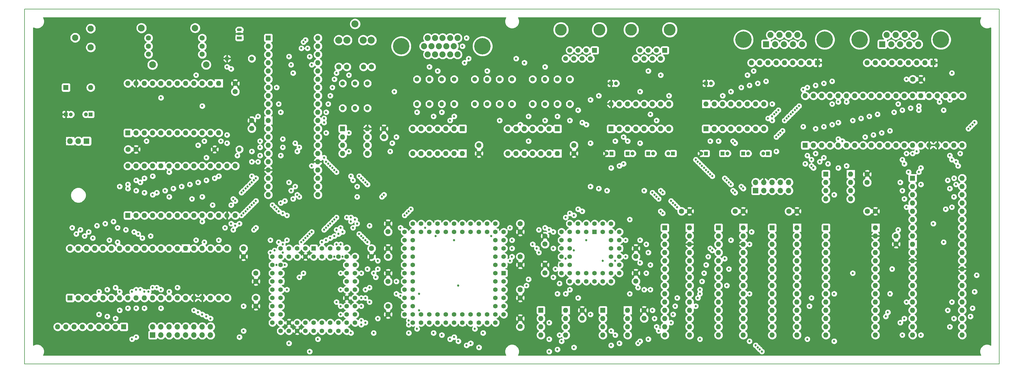
<source format=gbr>
%TF.GenerationSoftware,KiCad,Pcbnew,(5.1.9)-1*%
%TF.CreationDate,2021-09-01T00:43:13-05:00*%
%TF.ProjectId,z80,7a38302e-6b69-4636-9164-5f7063625858,A*%
%TF.SameCoordinates,Original*%
%TF.FileFunction,Copper,L2,Inr*%
%TF.FilePolarity,Positive*%
%FSLAX46Y46*%
G04 Gerber Fmt 4.6, Leading zero omitted, Abs format (unit mm)*
G04 Created by KiCad (PCBNEW (5.1.9)-1) date 2021-09-01 00:43:13*
%MOMM*%
%LPD*%
G01*
G04 APERTURE LIST*
%TA.AperFunction,Profile*%
%ADD10C,0.150000*%
%TD*%
%TA.AperFunction,ComponentPad*%
%ADD11O,1.600000X1.600000*%
%TD*%
%TA.AperFunction,ComponentPad*%
%ADD12R,1.600000X1.600000*%
%TD*%
%TA.AperFunction,WasherPad*%
%ADD13C,2.100000*%
%TD*%
%TA.AperFunction,ComponentPad*%
%ADD14C,1.600000*%
%TD*%
%TA.AperFunction,ComponentPad*%
%ADD15C,1.879600*%
%TD*%
%TA.AperFunction,ComponentPad*%
%ADD16C,5.080000*%
%TD*%
%TA.AperFunction,ComponentPad*%
%ADD17C,1.500000*%
%TD*%
%TA.AperFunction,ComponentPad*%
%ADD18R,1.500000X1.500000*%
%TD*%
%TA.AperFunction,WasherPad*%
%ADD19C,3.650000*%
%TD*%
%TA.AperFunction,ComponentPad*%
%ADD20R,1.879600X1.879600*%
%TD*%
%TA.AperFunction,ComponentPad*%
%ADD21C,2.181860*%
%TD*%
%TA.AperFunction,ComponentPad*%
%ADD22C,1.948180*%
%TD*%
%TA.AperFunction,ComponentPad*%
%ADD23C,1.400000*%
%TD*%
%TA.AperFunction,ComponentPad*%
%ADD24O,1.400000X1.400000*%
%TD*%
%TA.AperFunction,ComponentPad*%
%ADD25O,1.700000X1.700000*%
%TD*%
%TA.AperFunction,ComponentPad*%
%ADD26R,1.700000X1.700000*%
%TD*%
%TA.AperFunction,ComponentPad*%
%ADD27R,1.200000X1.200000*%
%TD*%
%TA.AperFunction,ComponentPad*%
%ADD28C,1.200000*%
%TD*%
%TA.AperFunction,ComponentPad*%
%ADD29C,1.397000*%
%TD*%
%TA.AperFunction,ComponentPad*%
%ADD30R,1.397000X1.397000*%
%TD*%
%TA.AperFunction,ComponentPad*%
%ADD31R,1.500000X0.900000*%
%TD*%
%TA.AperFunction,ComponentPad*%
%ADD32O,1.500000X0.900000*%
%TD*%
%TA.AperFunction,ComponentPad*%
%ADD33O,1.800000X1.800000*%
%TD*%
%TA.AperFunction,ComponentPad*%
%ADD34R,1.800000X1.800000*%
%TD*%
%TA.AperFunction,WasherPad*%
%ADD35C,2.000000*%
%TD*%
%TA.AperFunction,ViaPad*%
%ADD36C,0.685800*%
%TD*%
%TA.AperFunction,Conductor*%
%ADD37C,0.254000*%
%TD*%
%TA.AperFunction,Conductor*%
%ADD38C,0.100000*%
%TD*%
G04 APERTURE END LIST*
D10*
X17780000Y-43180000D02*
X17780000Y-152400000D01*
X317500000Y-152400000D02*
X317500000Y-43180000D01*
X17780000Y-152400000D02*
X317500000Y-152400000D01*
X317500000Y-43180000D02*
X17780000Y-43180000D01*
D11*
X227330000Y-72390000D03*
X245110000Y-80010000D03*
X229870000Y-72390000D03*
X242570000Y-80010000D03*
X232410000Y-72390000D03*
X240030000Y-80010000D03*
X234950000Y-72390000D03*
X237490000Y-80010000D03*
X237490000Y-72390000D03*
X234950000Y-80010000D03*
X240030000Y-72390000D03*
X232410000Y-80010000D03*
X242570000Y-72390000D03*
X229870000Y-80010000D03*
X245110000Y-72390000D03*
D12*
X227330000Y-80010000D03*
D11*
X198120000Y-72390000D03*
X215900000Y-80010000D03*
X200660000Y-72390000D03*
X213360000Y-80010000D03*
X203200000Y-72390000D03*
X210820000Y-80010000D03*
X205740000Y-72390000D03*
X208280000Y-80010000D03*
X208280000Y-72390000D03*
X205740000Y-80010000D03*
X210820000Y-72390000D03*
X203200000Y-80010000D03*
X213360000Y-72390000D03*
X200660000Y-80010000D03*
X215900000Y-72390000D03*
D12*
X198120000Y-80010000D03*
D11*
X31750000Y-116840000D03*
X80010000Y-132080000D03*
X34290000Y-116840000D03*
X77470000Y-132080000D03*
X36830000Y-116840000D03*
X74930000Y-132080000D03*
X39370000Y-116840000D03*
X72390000Y-132080000D03*
X41910000Y-116840000D03*
X69850000Y-132080000D03*
X44450000Y-116840000D03*
X67310000Y-132080000D03*
X46990000Y-116840000D03*
X64770000Y-132080000D03*
X49530000Y-116840000D03*
X62230000Y-132080000D03*
X52070000Y-116840000D03*
X59690000Y-132080000D03*
X54610000Y-116840000D03*
X57150000Y-132080000D03*
X57150000Y-116840000D03*
X54610000Y-132080000D03*
X59690000Y-116840000D03*
X52070000Y-132080000D03*
X62230000Y-116840000D03*
X49530000Y-132080000D03*
X64770000Y-116840000D03*
X46990000Y-132080000D03*
X67310000Y-116840000D03*
X44450000Y-132080000D03*
X69850000Y-116840000D03*
X41910000Y-132080000D03*
X72390000Y-116840000D03*
X39370000Y-132080000D03*
X74930000Y-116840000D03*
X36830000Y-132080000D03*
X77470000Y-116840000D03*
X34290000Y-132080000D03*
X80010000Y-116840000D03*
D12*
X31750000Y-132080000D03*
D11*
X27940000Y-140970000D03*
X30480000Y-140970000D03*
X33020000Y-140970000D03*
X35560000Y-140970000D03*
X38100000Y-140970000D03*
X40640000Y-140970000D03*
X43180000Y-140970000D03*
X45720000Y-140970000D03*
D12*
X48260000Y-140970000D03*
D11*
X276860000Y-59690000D03*
X279400000Y-59690000D03*
X281940000Y-59690000D03*
X284480000Y-59690000D03*
X287020000Y-59690000D03*
X289560000Y-59690000D03*
X292100000Y-59690000D03*
X294640000Y-59690000D03*
D12*
X297180000Y-59690000D03*
D11*
X241300000Y-59690000D03*
X243840000Y-59690000D03*
X246380000Y-59690000D03*
X248920000Y-59690000D03*
X251460000Y-59690000D03*
X254000000Y-59690000D03*
X256540000Y-59690000D03*
X259080000Y-59690000D03*
D12*
X261620000Y-59690000D03*
D13*
X57080000Y-60310000D03*
X53680000Y-49010000D03*
D14*
X55880000Y-52110000D03*
X55880000Y-54610000D03*
X55880000Y-57110000D03*
D15*
X141732000Y-57150000D03*
X144020540Y-57150000D03*
X146309080Y-57150000D03*
X148597620Y-57150000D03*
X150888700Y-57150000D03*
X140591540Y-54610000D03*
X142880080Y-54610000D03*
X145171160Y-54610000D03*
X147459700Y-54610000D03*
X149748240Y-54610000D03*
X141732000Y-52070000D03*
X144020540Y-52070000D03*
X146309080Y-52070000D03*
X148597620Y-52070000D03*
X150888700Y-52070000D03*
D16*
X133550660Y-54610000D03*
X158549340Y-54610000D03*
D17*
X205740000Y-58420000D03*
X207010000Y-55880000D03*
X208280000Y-58420000D03*
X209550000Y-55880000D03*
X210820000Y-58420000D03*
X212090000Y-55880000D03*
X213360000Y-58420000D03*
D18*
X214630000Y-55880000D03*
D19*
X216120000Y-49530000D03*
X204250000Y-49530000D03*
D15*
X256826740Y-54008160D03*
X254055600Y-54008160D03*
X251287000Y-54008160D03*
X248518400Y-54008160D03*
D20*
X245747260Y-54008160D03*
D15*
X255434820Y-51168440D03*
X252666220Y-51168440D03*
X249907780Y-51168440D03*
X247139180Y-51168440D03*
D16*
X238787660Y-52588300D03*
X263786340Y-52588300D03*
D21*
X124378720Y-52750720D03*
X121879360Y-52750720D03*
X119380000Y-47752000D03*
X114381280Y-52750720D03*
X116880640Y-52750720D03*
D22*
X38100000Y-49174400D03*
X33301940Y-51973480D03*
X38100000Y-54973220D03*
D16*
X299519340Y-52588300D03*
X274520660Y-52588300D03*
D15*
X282872180Y-51168440D03*
X285640780Y-51168440D03*
X288399220Y-51168440D03*
X291167820Y-51168440D03*
D20*
X281480260Y-54008160D03*
D15*
X284251400Y-54008160D03*
X287020000Y-54008160D03*
X289788600Y-54008160D03*
X292559740Y-54008160D03*
D19*
X182660000Y-49530000D03*
X194530000Y-49530000D03*
D18*
X193040000Y-55880000D03*
D17*
X191770000Y-58420000D03*
X190500000Y-55880000D03*
X189230000Y-58420000D03*
X187960000Y-55880000D03*
X186690000Y-58420000D03*
X185420000Y-55880000D03*
X184150000Y-58420000D03*
D12*
X195580000Y-135890000D03*
D11*
X203200000Y-143510000D03*
X195580000Y-138430000D03*
X203200000Y-140970000D03*
X195580000Y-140970000D03*
X203200000Y-138430000D03*
X195580000Y-143510000D03*
X203200000Y-135890000D03*
D12*
X264160000Y-93980000D03*
D11*
X271780000Y-101600000D03*
X264160000Y-96520000D03*
X271780000Y-99060000D03*
X264160000Y-99060000D03*
X271780000Y-96520000D03*
X264160000Y-101600000D03*
X271780000Y-93980000D03*
D23*
X76200000Y-86360000D03*
D24*
X83820000Y-86360000D03*
D12*
X115570000Y-80010000D03*
D11*
X123190000Y-87630000D03*
X115570000Y-82550000D03*
X123190000Y-85090000D03*
X115570000Y-85090000D03*
X123190000Y-82550000D03*
X115570000Y-87630000D03*
X123190000Y-80010000D03*
D12*
X176530000Y-135890000D03*
D11*
X184150000Y-143510000D03*
X176530000Y-138430000D03*
X184150000Y-140970000D03*
X176530000Y-140970000D03*
X184150000Y-138430000D03*
X176530000Y-143510000D03*
X184150000Y-135890000D03*
D23*
X115570000Y-66040000D03*
D24*
X115570000Y-73660000D03*
D23*
X87630000Y-58420000D03*
D24*
X80010000Y-58420000D03*
D23*
X185420000Y-64770000D03*
D24*
X185420000Y-72390000D03*
D23*
X181610000Y-64770000D03*
D24*
X181610000Y-72390000D03*
D12*
X30480000Y-67310000D03*
D11*
X38100000Y-67310000D03*
D23*
X167640000Y-64770000D03*
D24*
X167640000Y-72390000D03*
D23*
X163830000Y-64770000D03*
D24*
X163830000Y-72390000D03*
D23*
X149860000Y-64770000D03*
D24*
X149860000Y-72390000D03*
D23*
X146050000Y-64770000D03*
D24*
X146050000Y-72390000D03*
D23*
X177800000Y-72390000D03*
D24*
X177800000Y-64770000D03*
D23*
X160020000Y-72390000D03*
D24*
X160020000Y-64770000D03*
D12*
X152400000Y-80010000D03*
D11*
X137160000Y-87630000D03*
X149860000Y-80010000D03*
X139700000Y-87630000D03*
X147320000Y-80010000D03*
X142240000Y-87630000D03*
X144780000Y-80010000D03*
X144780000Y-87630000D03*
X142240000Y-80010000D03*
X147320000Y-87630000D03*
X139700000Y-80010000D03*
X149860000Y-87630000D03*
X137160000Y-80010000D03*
X152400000Y-87630000D03*
D23*
X142240000Y-72390000D03*
D24*
X142240000Y-64770000D03*
D14*
X279400000Y-105410000D03*
X276900000Y-105410000D03*
X222250000Y-105410000D03*
X219750000Y-105410000D03*
X238760000Y-105410000D03*
X236260000Y-105410000D03*
X255270000Y-105410000D03*
X252770000Y-105410000D03*
X285750000Y-115530000D03*
X285750000Y-113030000D03*
X87630000Y-77470000D03*
X87630000Y-79970000D03*
X52070000Y-86360000D03*
X49570000Y-86360000D03*
X82550000Y-66080000D03*
X82550000Y-68580000D03*
X293370000Y-64770000D03*
X290870000Y-64770000D03*
X85090000Y-119380000D03*
X85090000Y-116880000D03*
X157480000Y-87630000D03*
X157480000Y-85130000D03*
X186690000Y-87630000D03*
X186690000Y-85130000D03*
X208280000Y-135890000D03*
X208280000Y-138390000D03*
X276860000Y-94020000D03*
X276860000Y-96520000D03*
X128270000Y-80010000D03*
X128270000Y-82510000D03*
X189230000Y-135890000D03*
X189230000Y-138390000D03*
D23*
X173990000Y-64770000D03*
D24*
X173990000Y-72390000D03*
D23*
X156210000Y-64770000D03*
D24*
X156210000Y-72390000D03*
D23*
X138430000Y-64770000D03*
D24*
X138430000Y-72390000D03*
D14*
X129540000Y-137160000D03*
X129540000Y-134660000D03*
X170180000Y-111760000D03*
X170180000Y-109260000D03*
X129540000Y-127000000D03*
X129540000Y-124500000D03*
X170180000Y-138430000D03*
X170180000Y-140930000D03*
X170180000Y-129580000D03*
X170180000Y-132080000D03*
X170180000Y-119380000D03*
X170180000Y-121880000D03*
X129540000Y-111720000D03*
X129540000Y-109220000D03*
X129540000Y-116840000D03*
X129540000Y-119340000D03*
D25*
X252730000Y-96520000D03*
X252730000Y-99060000D03*
X250190000Y-96520000D03*
X250190000Y-99060000D03*
X247650000Y-96520000D03*
X247650000Y-99060000D03*
X245110000Y-96520000D03*
X245110000Y-99060000D03*
X242570000Y-96520000D03*
D26*
X242570000Y-99060000D03*
D14*
X177800000Y-115530000D03*
X177800000Y-113030000D03*
X205740000Y-119340000D03*
X205740000Y-116840000D03*
X205740000Y-124460000D03*
X205740000Y-126960000D03*
X177800000Y-121920000D03*
X177800000Y-124420000D03*
X88900000Y-132120000D03*
X88900000Y-134620000D03*
X88900000Y-124500000D03*
X88900000Y-127000000D03*
X124460000Y-119380000D03*
X124460000Y-116880000D03*
D27*
X217170000Y-87630000D03*
D28*
X215670000Y-87630000D03*
X204700000Y-87630000D03*
D27*
X203200000Y-87630000D03*
X209550000Y-87630000D03*
D28*
X211050000Y-87630000D03*
X196753000Y-87630000D03*
D27*
X198253000Y-87630000D03*
D28*
X199620000Y-66040000D03*
D27*
X198120000Y-66040000D03*
X38100000Y-75598000D03*
D28*
X36600000Y-75598000D03*
X31980000Y-75598000D03*
D27*
X30480000Y-75598000D03*
D11*
X279400000Y-110490000D03*
X264160000Y-143510000D03*
X279400000Y-113030000D03*
X264160000Y-140970000D03*
X279400000Y-115570000D03*
X264160000Y-138430000D03*
X279400000Y-118110000D03*
X264160000Y-135890000D03*
X279400000Y-120650000D03*
X264160000Y-133350000D03*
X279400000Y-123190000D03*
X264160000Y-130810000D03*
X279400000Y-125730000D03*
X264160000Y-128270000D03*
X279400000Y-128270000D03*
X264160000Y-125730000D03*
X279400000Y-130810000D03*
X264160000Y-123190000D03*
X279400000Y-133350000D03*
X264160000Y-120650000D03*
X279400000Y-135890000D03*
X264160000Y-118110000D03*
X279400000Y-138430000D03*
X264160000Y-115570000D03*
X279400000Y-140970000D03*
X264160000Y-113030000D03*
X279400000Y-143510000D03*
D12*
X264160000Y-110490000D03*
D29*
X193040000Y-109220000D03*
X195580000Y-111760000D03*
X195580000Y-109220000D03*
X198120000Y-111760000D03*
X198120000Y-109220000D03*
X200660000Y-111760000D03*
X198120000Y-114300000D03*
X200660000Y-114300000D03*
X198120000Y-116840000D03*
X200660000Y-116840000D03*
X198120000Y-119380000D03*
X200660000Y-119380000D03*
X198120000Y-121920000D03*
X200660000Y-121920000D03*
X198120000Y-124460000D03*
X200660000Y-124460000D03*
X198120000Y-127000000D03*
X195580000Y-124460000D03*
X195580000Y-127000000D03*
X193040000Y-124460000D03*
X193040000Y-127000000D03*
X190500000Y-124460000D03*
X190500000Y-127000000D03*
X187960000Y-124460000D03*
X187960000Y-127000000D03*
X185420000Y-124460000D03*
X185420000Y-127000000D03*
X182880000Y-124460000D03*
X185420000Y-121920000D03*
X182880000Y-121920000D03*
X185420000Y-119380000D03*
X182880000Y-119380000D03*
X185420000Y-116840000D03*
X182880000Y-116840000D03*
X185420000Y-114300000D03*
X182880000Y-114300000D03*
X185420000Y-111760000D03*
X182880000Y-111760000D03*
X185420000Y-109220000D03*
X187960000Y-111760000D03*
X187960000Y-109220000D03*
X190500000Y-111760000D03*
X190500000Y-109220000D03*
D30*
X193040000Y-111760000D03*
D11*
X222250000Y-110490000D03*
X214630000Y-143510000D03*
X222250000Y-113030000D03*
X214630000Y-140970000D03*
X222250000Y-115570000D03*
X214630000Y-138430000D03*
X222250000Y-118110000D03*
X214630000Y-135890000D03*
X222250000Y-120650000D03*
X214630000Y-133350000D03*
X222250000Y-123190000D03*
X214630000Y-130810000D03*
X222250000Y-125730000D03*
X214630000Y-128270000D03*
X222250000Y-128270000D03*
X214630000Y-125730000D03*
X222250000Y-130810000D03*
X214630000Y-123190000D03*
X222250000Y-133350000D03*
X214630000Y-120650000D03*
X222250000Y-135890000D03*
X214630000Y-118110000D03*
X222250000Y-138430000D03*
X214630000Y-115570000D03*
X222250000Y-140970000D03*
X214630000Y-113030000D03*
X222250000Y-143510000D03*
D12*
X214630000Y-110490000D03*
D11*
X107950000Y-52070000D03*
X92710000Y-100330000D03*
X107950000Y-54610000D03*
X92710000Y-97790000D03*
X107950000Y-57150000D03*
X92710000Y-95250000D03*
X107950000Y-59690000D03*
X92710000Y-92710000D03*
X107950000Y-62230000D03*
X92710000Y-90170000D03*
X107950000Y-64770000D03*
X92710000Y-87630000D03*
X107950000Y-67310000D03*
X92710000Y-85090000D03*
X107950000Y-69850000D03*
X92710000Y-82550000D03*
X107950000Y-72390000D03*
X92710000Y-80010000D03*
X107950000Y-74930000D03*
X92710000Y-77470000D03*
X107950000Y-77470000D03*
X92710000Y-74930000D03*
X107950000Y-80010000D03*
X92710000Y-72390000D03*
X107950000Y-82550000D03*
X92710000Y-69850000D03*
X107950000Y-85090000D03*
X92710000Y-67310000D03*
X107950000Y-87630000D03*
X92710000Y-64770000D03*
X107950000Y-90170000D03*
X92710000Y-62230000D03*
X107950000Y-92710000D03*
X92710000Y-59690000D03*
X107950000Y-95250000D03*
X92710000Y-57150000D03*
X107950000Y-97790000D03*
X92710000Y-54610000D03*
X107950000Y-100330000D03*
D12*
X92710000Y-52070000D03*
D11*
X238760000Y-110490000D03*
X231140000Y-143510000D03*
X238760000Y-113030000D03*
X231140000Y-140970000D03*
X238760000Y-115570000D03*
X231140000Y-138430000D03*
X238760000Y-118110000D03*
X231140000Y-135890000D03*
X238760000Y-120650000D03*
X231140000Y-133350000D03*
X238760000Y-123190000D03*
X231140000Y-130810000D03*
X238760000Y-125730000D03*
X231140000Y-128270000D03*
X238760000Y-128270000D03*
X231140000Y-125730000D03*
X238760000Y-130810000D03*
X231140000Y-123190000D03*
X238760000Y-133350000D03*
X231140000Y-120650000D03*
X238760000Y-135890000D03*
X231140000Y-118110000D03*
X238760000Y-138430000D03*
X231140000Y-115570000D03*
X238760000Y-140970000D03*
X231140000Y-113030000D03*
X238760000Y-143510000D03*
D12*
X231140000Y-110490000D03*
X247650000Y-110490000D03*
D11*
X255270000Y-143510000D03*
X247650000Y-113030000D03*
X255270000Y-140970000D03*
X247650000Y-115570000D03*
X255270000Y-138430000D03*
X247650000Y-118110000D03*
X255270000Y-135890000D03*
X247650000Y-120650000D03*
X255270000Y-133350000D03*
X247650000Y-123190000D03*
X255270000Y-130810000D03*
X247650000Y-125730000D03*
X255270000Y-128270000D03*
X247650000Y-128270000D03*
X255270000Y-125730000D03*
X247650000Y-130810000D03*
X255270000Y-123190000D03*
X247650000Y-133350000D03*
X255270000Y-120650000D03*
X247650000Y-135890000D03*
X255270000Y-118110000D03*
X247650000Y-138430000D03*
X255270000Y-115570000D03*
X247650000Y-140970000D03*
X255270000Y-113030000D03*
X247650000Y-143510000D03*
X255270000Y-110490000D03*
X49530000Y-66040000D03*
X77470000Y-81280000D03*
X52070000Y-66040000D03*
X74930000Y-81280000D03*
X54610000Y-66040000D03*
X72390000Y-81280000D03*
X57150000Y-66040000D03*
X69850000Y-81280000D03*
X59690000Y-66040000D03*
X67310000Y-81280000D03*
X62230000Y-66040000D03*
X64770000Y-81280000D03*
X64770000Y-66040000D03*
X62230000Y-81280000D03*
X67310000Y-66040000D03*
X59690000Y-81280000D03*
X69850000Y-66040000D03*
X57150000Y-81280000D03*
X72390000Y-66040000D03*
X54610000Y-81280000D03*
X74930000Y-66040000D03*
X52070000Y-81280000D03*
X77470000Y-66040000D03*
D12*
X49530000Y-81280000D03*
D31*
X83820000Y-52070000D03*
D32*
X83820000Y-49530000D03*
X83820000Y-50800000D03*
D12*
X257810000Y-85090000D03*
D11*
X306070000Y-69850000D03*
X260350000Y-85090000D03*
X303530000Y-69850000D03*
X262890000Y-85090000D03*
X300990000Y-69850000D03*
X265430000Y-85090000D03*
X298450000Y-69850000D03*
X267970000Y-85090000D03*
X295910000Y-69850000D03*
X270510000Y-85090000D03*
X293370000Y-69850000D03*
X273050000Y-85090000D03*
X290830000Y-69850000D03*
X275590000Y-85090000D03*
X288290000Y-69850000D03*
X278130000Y-85090000D03*
X285750000Y-69850000D03*
X280670000Y-85090000D03*
X283210000Y-69850000D03*
X283210000Y-85090000D03*
X280670000Y-69850000D03*
X285750000Y-85090000D03*
X278130000Y-69850000D03*
X288290000Y-85090000D03*
X275590000Y-69850000D03*
X290830000Y-85090000D03*
X273050000Y-69850000D03*
X293370000Y-85090000D03*
X270510000Y-69850000D03*
X295910000Y-85090000D03*
X267970000Y-69850000D03*
X298450000Y-85090000D03*
X265430000Y-69850000D03*
X300990000Y-85090000D03*
X262890000Y-69850000D03*
X303530000Y-85090000D03*
X260350000Y-69850000D03*
X306070000Y-85090000D03*
X257810000Y-69850000D03*
X306070000Y-95232500D03*
X290830000Y-143492500D03*
X306070000Y-97772500D03*
X290830000Y-140952500D03*
X306070000Y-100312500D03*
X290830000Y-138412500D03*
X306070000Y-102852500D03*
X290830000Y-135872500D03*
X306070000Y-105392500D03*
X290830000Y-133332500D03*
X306070000Y-107932500D03*
X290830000Y-130792500D03*
X306070000Y-110472500D03*
X290830000Y-128252500D03*
X306070000Y-113012500D03*
X290830000Y-125712500D03*
X306070000Y-115552500D03*
X290830000Y-123172500D03*
X306070000Y-118092500D03*
X290830000Y-120632500D03*
X306070000Y-120632500D03*
X290830000Y-118092500D03*
X306070000Y-123172500D03*
X290830000Y-115552500D03*
X306070000Y-125712500D03*
X290830000Y-113012500D03*
X306070000Y-128252500D03*
X290830000Y-110472500D03*
X306070000Y-130792500D03*
X290830000Y-107932500D03*
X306070000Y-133332500D03*
X290830000Y-105392500D03*
X306070000Y-135872500D03*
X290830000Y-102852500D03*
X306070000Y-138412500D03*
X290830000Y-100312500D03*
X306070000Y-140952500D03*
X290830000Y-97772500D03*
X306070000Y-143492500D03*
D12*
X290830000Y-95232500D03*
D33*
X31750000Y-83820000D03*
X34290000Y-83820000D03*
D34*
X36830000Y-83820000D03*
D29*
X109220000Y-119380000D03*
X109220000Y-116840000D03*
X111760000Y-119380000D03*
X111760000Y-116840000D03*
X114300000Y-119380000D03*
X114300000Y-116840000D03*
X116840000Y-119380000D03*
X116840000Y-116840000D03*
X119380000Y-119380000D03*
X116840000Y-121920000D03*
X119380000Y-121920000D03*
X116840000Y-124460000D03*
X119380000Y-124460000D03*
X116840000Y-127000000D03*
X119380000Y-127000000D03*
X116840000Y-129540000D03*
X119380000Y-129540000D03*
X116840000Y-132080000D03*
X119380000Y-132080000D03*
X116840000Y-134620000D03*
X119380000Y-134620000D03*
X116840000Y-137160000D03*
X119380000Y-137160000D03*
X116840000Y-139700000D03*
X119380000Y-139700000D03*
X116840000Y-142240000D03*
X114300000Y-139700000D03*
X114300000Y-142240000D03*
X111760000Y-139700000D03*
X111760000Y-142240000D03*
X109220000Y-139700000D03*
X109220000Y-142240000D03*
X106680000Y-139700000D03*
X106680000Y-142240000D03*
X104140000Y-139700000D03*
X104140000Y-142240000D03*
X101600000Y-139700000D03*
X101600000Y-142240000D03*
X99060000Y-139700000D03*
X99060000Y-142240000D03*
X96520000Y-139700000D03*
X96520000Y-142240000D03*
X93980000Y-139700000D03*
X96520000Y-137160000D03*
X93980000Y-137160000D03*
X96520000Y-134620000D03*
X93980000Y-134620000D03*
X96520000Y-132080000D03*
X93980000Y-132080000D03*
X96520000Y-129540000D03*
X93980000Y-129540000D03*
X96520000Y-127000000D03*
X93980000Y-127000000D03*
X96520000Y-124460000D03*
X93980000Y-124460000D03*
X96520000Y-121920000D03*
X93980000Y-121920000D03*
X96520000Y-119380000D03*
X93980000Y-119380000D03*
X96520000Y-116840000D03*
X99060000Y-119380000D03*
X99060000Y-116840000D03*
X101600000Y-119380000D03*
X101600000Y-116840000D03*
X104140000Y-119380000D03*
X104140000Y-116840000D03*
X106680000Y-119380000D03*
D30*
X106680000Y-116840000D03*
D11*
X181610000Y-87630000D03*
X166370000Y-80010000D03*
X179070000Y-87630000D03*
X168910000Y-80010000D03*
X176530000Y-87630000D03*
X171450000Y-80010000D03*
X173990000Y-87630000D03*
X173990000Y-80010000D03*
X171450000Y-87630000D03*
X176530000Y-80010000D03*
X168910000Y-87630000D03*
X179070000Y-80010000D03*
X166370000Y-87630000D03*
D12*
X181610000Y-80010000D03*
X49530000Y-106680000D03*
D11*
X82550000Y-91440000D03*
X52070000Y-106680000D03*
X80010000Y-91440000D03*
X54610000Y-106680000D03*
X77470000Y-91440000D03*
X57150000Y-106680000D03*
X74930000Y-91440000D03*
X59690000Y-106680000D03*
X72390000Y-91440000D03*
X62230000Y-106680000D03*
X69850000Y-91440000D03*
X64770000Y-106680000D03*
X67310000Y-91440000D03*
X67310000Y-106680000D03*
X64770000Y-91440000D03*
X69850000Y-106680000D03*
X62230000Y-91440000D03*
X72390000Y-106680000D03*
X59690000Y-91440000D03*
X74930000Y-106680000D03*
X57150000Y-91440000D03*
X77470000Y-106680000D03*
X54610000Y-91440000D03*
X80010000Y-106680000D03*
X52070000Y-91440000D03*
X82550000Y-106680000D03*
X49530000Y-91440000D03*
D29*
X162560000Y-127000000D03*
X165100000Y-127000000D03*
X162560000Y-129540000D03*
X165100000Y-129540000D03*
X162560000Y-132080000D03*
X165100000Y-132080000D03*
X162560000Y-134620000D03*
X165100000Y-134620000D03*
X162560000Y-137160000D03*
X165100000Y-137160000D03*
X162560000Y-139700000D03*
X160020000Y-137160000D03*
X160020000Y-139700000D03*
X157480000Y-137160000D03*
X157480000Y-139700000D03*
X154940000Y-137160000D03*
X154940000Y-139700000D03*
X152400000Y-137160000D03*
X152400000Y-139700000D03*
X149860000Y-137160000D03*
X149860000Y-139700000D03*
X147320000Y-137160000D03*
X147320000Y-139700000D03*
X144780000Y-137160000D03*
X144780000Y-139700000D03*
X142240000Y-137160000D03*
X142240000Y-139700000D03*
X139700000Y-137160000D03*
X139700000Y-139700000D03*
X137160000Y-137160000D03*
X137160000Y-139700000D03*
X134620000Y-137160000D03*
X137160000Y-134620000D03*
X134620000Y-134620000D03*
X137160000Y-132080000D03*
X134620000Y-132080000D03*
X137160000Y-129540000D03*
X134620000Y-129540000D03*
X137160000Y-127000000D03*
X134620000Y-127000000D03*
X137160000Y-124460000D03*
X134620000Y-124460000D03*
X137160000Y-121920000D03*
X134620000Y-121920000D03*
X137160000Y-119380000D03*
X134620000Y-119380000D03*
X137160000Y-116840000D03*
X134620000Y-116840000D03*
X137160000Y-114300000D03*
X134620000Y-114300000D03*
X137160000Y-111760000D03*
X134620000Y-111760000D03*
X137160000Y-109220000D03*
X139700000Y-111760000D03*
X139700000Y-109220000D03*
X142240000Y-111760000D03*
X142240000Y-109220000D03*
X144780000Y-111760000D03*
X144780000Y-109220000D03*
X147320000Y-111760000D03*
X147320000Y-109220000D03*
X149860000Y-111760000D03*
X149860000Y-109220000D03*
X152400000Y-111760000D03*
X152400000Y-109220000D03*
X154940000Y-111760000D03*
X154940000Y-109220000D03*
X157480000Y-111760000D03*
X157480000Y-109220000D03*
X160020000Y-111760000D03*
X160020000Y-109220000D03*
X162560000Y-111760000D03*
X162560000Y-109220000D03*
X165100000Y-111760000D03*
X162560000Y-114300000D03*
X165100000Y-114300000D03*
X162560000Y-116840000D03*
X165100000Y-116840000D03*
X162560000Y-119380000D03*
X165100000Y-119380000D03*
X162560000Y-121920000D03*
X165100000Y-121920000D03*
X162560000Y-124460000D03*
D30*
X165100000Y-124460000D03*
D27*
X246380000Y-87630000D03*
D28*
X244880000Y-87630000D03*
X233910000Y-87630000D03*
D27*
X232410000Y-87630000D03*
X238760000Y-87630000D03*
D28*
X240260000Y-87630000D03*
X225830000Y-87630000D03*
D27*
X227330000Y-87630000D03*
D28*
X228830000Y-66040000D03*
D27*
X227330000Y-66040000D03*
D25*
X74930000Y-140970000D03*
X74930000Y-143510000D03*
X72390000Y-140970000D03*
X72390000Y-143510000D03*
X69850000Y-140970000D03*
X69850000Y-143510000D03*
X67310000Y-140970000D03*
X67310000Y-143510000D03*
X64770000Y-140970000D03*
X64770000Y-143510000D03*
X62230000Y-140970000D03*
X62230000Y-143510000D03*
X59690000Y-140970000D03*
X59690000Y-143510000D03*
X57150000Y-140970000D03*
D26*
X57150000Y-143510000D03*
D14*
X116840000Y-60960000D03*
X114340000Y-60960000D03*
X121960000Y-60960000D03*
X124460000Y-60960000D03*
D24*
X123190000Y-73660000D03*
D23*
X123190000Y-66040000D03*
X119380000Y-66040000D03*
D24*
X119380000Y-73660000D03*
D14*
X72390000Y-57110000D03*
X72390000Y-54610000D03*
X72390000Y-52110000D03*
D35*
X70190000Y-49010000D03*
X73590000Y-60310000D03*
D36*
X293370000Y-143510000D03*
X117475000Y-86995000D03*
X69215000Y-101600000D03*
X81915000Y-101600000D03*
X90170000Y-88265000D03*
X83185000Y-88265000D03*
X117475000Y-63500000D03*
X117475000Y-81280000D03*
X257175000Y-67945000D03*
X201930000Y-82550000D03*
X257175000Y-79375000D03*
X26670000Y-71755000D03*
X26670000Y-73660000D03*
X26670000Y-75565000D03*
X26670000Y-77470000D03*
X32385000Y-73660000D03*
X36195000Y-73660000D03*
X40005000Y-79375000D03*
X32385000Y-79375000D03*
X36195000Y-77470000D03*
X32385000Y-77470000D03*
X36195000Y-79375000D03*
X28575000Y-77470000D03*
X28575000Y-75565000D03*
X28575000Y-73660000D03*
X28575000Y-71755000D03*
X30480000Y-71755000D03*
X30480000Y-73660000D03*
X26670000Y-79375000D03*
X28575000Y-79375000D03*
X40005000Y-77470000D03*
X40005000Y-75565000D03*
X40005000Y-73660000D03*
X40005000Y-71755000D03*
X41910000Y-71755000D03*
X41910000Y-73660000D03*
X41910000Y-75565000D03*
X41910000Y-77470000D03*
X41910000Y-79375000D03*
X32385000Y-71755000D03*
X36195000Y-71755000D03*
X272415000Y-124460000D03*
X292735000Y-74295000D03*
X300355000Y-74295000D03*
X77470000Y-94615000D03*
X87630000Y-94615000D03*
X87630000Y-86995000D03*
X87630000Y-90170000D03*
X89535000Y-90170000D03*
X89535000Y-76200000D03*
X247650000Y-77470000D03*
X248920000Y-86995000D03*
X292100000Y-86995000D03*
X210185000Y-75565000D03*
X212090000Y-77470000D03*
X90170000Y-85725000D03*
X78105000Y-83820000D03*
X90170000Y-83820000D03*
X70485000Y-63500000D03*
X257810000Y-90805000D03*
X258445000Y-144780000D03*
X103505000Y-53340000D03*
X110490000Y-114300000D03*
X122555000Y-96520000D03*
X103505000Y-114300000D03*
X122555000Y-114300000D03*
X234315000Y-96520000D03*
X234315000Y-123190000D03*
X186690000Y-106680000D03*
X134620000Y-106680000D03*
X127635000Y-100965000D03*
X120015000Y-100965000D03*
X120015000Y-97790000D03*
X102870000Y-55245000D03*
X109220000Y-114935000D03*
X123190000Y-97155000D03*
X102870000Y-114935000D03*
X123190000Y-114935000D03*
X234950000Y-97155000D03*
X234950000Y-114300000D03*
X44450000Y-116840000D03*
X300355000Y-114935000D03*
X299085000Y-71755000D03*
X62230000Y-100965000D03*
X45085000Y-108585000D03*
X185420000Y-106045000D03*
X135255000Y-106045000D03*
X128270000Y-100330000D03*
X213995000Y-106045000D03*
X213995000Y-99695000D03*
X270510000Y-71755000D03*
X269240000Y-83820000D03*
X236220000Y-84455000D03*
X236220000Y-99695000D03*
X118110000Y-94615000D03*
X118110000Y-107315000D03*
X184150000Y-107315000D03*
X184150000Y-120015000D03*
X303530000Y-138430000D03*
X304165000Y-90170000D03*
X262255000Y-90170000D03*
X303530000Y-100965000D03*
X95250000Y-104775000D03*
X216535000Y-102235000D03*
X216535000Y-139700000D03*
X86360000Y-104775000D03*
X86360000Y-97790000D03*
X49530000Y-98425000D03*
X66040000Y-97790000D03*
X48895000Y-111125000D03*
X34925000Y-111125000D03*
X95250000Y-67310000D03*
X286385000Y-111125000D03*
X286385000Y-72390000D03*
X102235000Y-85725000D03*
X102235000Y-100965000D03*
X82550000Y-102235000D03*
X40005000Y-109855000D03*
X109855000Y-76835000D03*
X246380000Y-76835000D03*
X247650000Y-72390000D03*
X266065000Y-72390000D03*
X82550000Y-109855000D03*
X287655000Y-99060000D03*
X287655000Y-143510000D03*
X259715000Y-89535000D03*
X94615000Y-117475000D03*
X94615000Y-104140000D03*
X212725000Y-142240000D03*
X212725000Y-101600000D03*
X86995000Y-104140000D03*
X86995000Y-97155000D03*
X68580000Y-97155000D03*
X49530000Y-97155000D03*
X46990000Y-97790000D03*
X46355000Y-110490000D03*
X32385000Y-110490000D03*
X287655000Y-89535000D03*
X288290000Y-101600000D03*
X288290000Y-138430000D03*
X288290000Y-90805000D03*
X264795000Y-90805000D03*
X95885000Y-114935000D03*
X97155000Y-118110000D03*
X95885000Y-105410000D03*
X217170000Y-102870000D03*
X217170000Y-137160000D03*
X85725000Y-105410000D03*
X85725000Y-98425000D03*
X52070000Y-99060000D03*
X63500000Y-98425000D03*
X51435000Y-111760000D03*
X37465000Y-111760000D03*
X95885000Y-72390000D03*
X302895000Y-133350000D03*
X302895000Y-104140000D03*
X263525000Y-88900000D03*
X97790000Y-121920000D03*
X97155000Y-115570000D03*
X97155000Y-106045000D03*
X217805000Y-103505000D03*
X217805000Y-134620000D03*
X85090000Y-106045000D03*
X85090000Y-99060000D03*
X54610000Y-99695000D03*
X60960000Y-99060000D03*
X38735000Y-113665000D03*
X53975000Y-113665000D03*
X302895000Y-89535000D03*
X96520000Y-74930000D03*
X304800000Y-91440000D03*
X259715000Y-91440000D03*
X259080000Y-134620000D03*
X270510000Y-91440000D03*
X109855000Y-78105000D03*
X113030000Y-119380000D03*
X113665000Y-115570000D03*
X224155000Y-89535000D03*
X109855000Y-111125000D03*
X113665000Y-111125000D03*
X224155000Y-134620000D03*
X73025000Y-114935000D03*
X46355000Y-114935000D03*
X55245000Y-83820000D03*
X73025000Y-83820000D03*
X73660000Y-88900000D03*
X109855000Y-88900000D03*
X304165000Y-97155000D03*
X293370000Y-92075000D03*
X293370000Y-97155000D03*
X260350000Y-92075000D03*
X259715000Y-132080000D03*
X267970000Y-92075000D03*
X115570000Y-119380000D03*
X110490000Y-90170000D03*
X114935000Y-115570000D03*
X224790000Y-90170000D03*
X110490000Y-110490000D03*
X114935000Y-110490000D03*
X224790000Y-132080000D03*
X70485000Y-114300000D03*
X43815000Y-114300000D03*
X71120000Y-85090000D03*
X110490000Y-81280000D03*
X80010000Y-84455000D03*
X80010000Y-81915000D03*
X110490000Y-74930000D03*
X302260000Y-140970000D03*
X258445000Y-88265000D03*
X302260000Y-88265000D03*
X302260000Y-98425000D03*
X93980000Y-103505000D03*
X212090000Y-140970000D03*
X212090000Y-100965000D03*
X87630000Y-103505000D03*
X87630000Y-96520000D03*
X52070000Y-95885000D03*
X71120000Y-96520000D03*
X33655000Y-112395000D03*
X53340000Y-96520000D03*
X52705000Y-112395000D03*
X111125000Y-90805000D03*
X201930000Y-90805000D03*
X225425000Y-90805000D03*
X123190000Y-123190000D03*
X111125000Y-109855000D03*
X123825000Y-109855000D03*
X225425000Y-129540000D03*
X111125000Y-72390000D03*
X288925000Y-104140000D03*
X288925000Y-133350000D03*
X260985000Y-87630000D03*
X95250000Y-121920000D03*
X93345000Y-118110000D03*
X93345000Y-114300000D03*
X98425000Y-114300000D03*
X97155000Y-83185000D03*
X98425000Y-106680000D03*
X218440000Y-104140000D03*
X218440000Y-132080000D03*
X84455000Y-106680000D03*
X84455000Y-99695000D03*
X57150000Y-100330000D03*
X58420000Y-99695000D03*
X36195000Y-113030000D03*
X56515000Y-113030000D03*
X288925000Y-87630000D03*
X111760000Y-91440000D03*
X200660000Y-91440000D03*
X226060000Y-91440000D03*
X111760000Y-109220000D03*
X120015000Y-109220000D03*
X226060000Y-127000000D03*
X111760000Y-69850000D03*
X301625000Y-135890000D03*
X303547500Y-95232500D03*
X301625000Y-95885000D03*
X97155000Y-85725000D03*
X97790000Y-102235000D03*
X210820000Y-99695000D03*
X210820000Y-135890000D03*
X88900000Y-102235000D03*
X88900000Y-95250000D03*
X57150000Y-94615000D03*
X76200000Y-95250000D03*
X79375000Y-110490000D03*
X88900000Y-110490000D03*
X287020000Y-96520000D03*
X287020000Y-139700000D03*
X305435000Y-87630000D03*
X96520000Y-88265000D03*
X96520000Y-102870000D03*
X211455000Y-100330000D03*
X211455000Y-138430000D03*
X88265000Y-102870000D03*
X88265000Y-95885000D03*
X54610000Y-95250000D03*
X73660000Y-95885000D03*
X81915000Y-111125000D03*
X88265000Y-111125000D03*
X290830000Y-87630000D03*
X113030000Y-92710000D03*
X227330000Y-92710000D03*
X113030000Y-107950000D03*
X119380000Y-107950000D03*
X227330000Y-121920000D03*
X113030000Y-64770000D03*
X113665000Y-62865000D03*
X113665000Y-93345000D03*
X227965000Y-93345000D03*
X113665000Y-107315000D03*
X116840000Y-107315000D03*
X227965000Y-119380000D03*
X106045000Y-60325000D03*
X228600000Y-93980000D03*
X106045000Y-111760000D03*
X115570000Y-111760000D03*
X228600000Y-116840000D03*
X106045000Y-91440000D03*
X105410000Y-57785000D03*
X120650000Y-94615000D03*
X120650000Y-112395000D03*
X229235000Y-94615000D03*
X105410000Y-112395000D03*
X114300000Y-112395000D03*
X229235000Y-117475000D03*
X187960000Y-104775000D03*
X136525000Y-104775000D03*
X100965000Y-97790000D03*
X100965000Y-84455000D03*
X130810000Y-84455000D03*
X104775000Y-55245000D03*
X113030000Y-113030000D03*
X121285000Y-95250000D03*
X104775000Y-113030000D03*
X121285000Y-113030000D03*
X233045000Y-95250000D03*
X233045000Y-120015000D03*
X300990000Y-104775000D03*
X302260000Y-71120000D03*
X267970000Y-71755000D03*
X72390000Y-108585000D03*
X42545000Y-109220000D03*
X72390000Y-100965000D03*
X189230000Y-105410000D03*
X135890000Y-105410000D03*
X101600000Y-100330000D03*
X101600000Y-86995000D03*
X130175000Y-86995000D03*
X213360000Y-105410000D03*
X213360000Y-99060000D03*
X267970000Y-83185000D03*
X235585000Y-83820000D03*
X235585000Y-99060000D03*
X104140000Y-52705000D03*
X111760000Y-113665000D03*
X121920000Y-95885000D03*
X104140000Y-113665000D03*
X121920000Y-113665000D03*
X233680000Y-95885000D03*
X233680000Y-128270000D03*
X258445000Y-67310000D03*
X238125000Y-67310000D03*
X260985000Y-80010000D03*
X307975000Y-80010000D03*
X308610000Y-137795000D03*
X309245000Y-135255000D03*
X260985000Y-66675000D03*
X240665000Y-66675000D03*
X263525000Y-79375000D03*
X308610000Y-79375000D03*
X263525000Y-66040000D03*
X243205000Y-66040000D03*
X266065000Y-78740000D03*
X309245000Y-78740000D03*
X309880000Y-130175000D03*
X266065000Y-65405000D03*
X245745000Y-65405000D03*
X267970000Y-78105000D03*
X309880000Y-78105000D03*
X310515000Y-125095000D03*
X284497500Y-123172500D03*
X283845000Y-80645000D03*
X250825000Y-80645000D03*
X249555000Y-74295000D03*
X283862500Y-130792500D03*
X281305000Y-81280000D03*
X250190000Y-81280000D03*
X248920000Y-74930000D03*
X184150000Y-130810000D03*
X203835000Y-130810000D03*
X203835000Y-107950000D03*
X283210000Y-136525000D03*
X278765000Y-81915000D03*
X249555000Y-81915000D03*
X248285000Y-75565000D03*
X282575000Y-137795000D03*
X276225000Y-82550000D03*
X248920000Y-82550000D03*
X247650000Y-76200000D03*
X182880000Y-145415000D03*
X81280000Y-109220000D03*
X83820000Y-109220000D03*
X83820000Y-144145000D03*
X102235000Y-125730000D03*
X125730000Y-125730000D03*
X126365000Y-123190000D03*
X180340000Y-125730000D03*
X208915000Y-124460000D03*
X208915000Y-115570000D03*
X180340000Y-116840000D03*
X103505000Y-124460000D03*
X114935000Y-124460000D03*
X121285000Y-124460000D03*
X125095000Y-124460000D03*
X126365000Y-120650000D03*
X180975000Y-123190000D03*
X172085000Y-128270000D03*
X170180000Y-78740000D03*
X172720000Y-126365000D03*
X172720000Y-83820000D03*
X132080000Y-82550000D03*
X131445000Y-68580000D03*
X206375000Y-128905000D03*
X206375000Y-146050000D03*
X266700000Y-130810000D03*
X266700000Y-145415000D03*
X105410000Y-148590000D03*
X200660000Y-146050000D03*
X210185000Y-121920000D03*
X210185000Y-129540000D03*
X225425000Y-130810000D03*
X225425000Y-144780000D03*
X209550000Y-118110000D03*
X209550000Y-144780000D03*
X202565000Y-119380000D03*
X207010000Y-121285000D03*
X207010000Y-145415000D03*
X240665000Y-130810000D03*
X240665000Y-145415000D03*
X195580000Y-120650000D03*
X199390000Y-120650000D03*
X199390000Y-143510000D03*
X182245000Y-127635000D03*
X182245000Y-143510000D03*
X181610000Y-76200000D03*
X172720000Y-76200000D03*
X99060000Y-57785000D03*
X99060000Y-96520000D03*
X191770000Y-97790000D03*
X240665000Y-115570000D03*
X238125000Y-97790000D03*
X99695000Y-60325000D03*
X99695000Y-99060000D03*
X194310000Y-98425000D03*
X241300000Y-111760000D03*
X238760000Y-98425000D03*
X100330000Y-62865000D03*
X100330000Y-101600000D03*
X196850000Y-99060000D03*
X62230000Y-93345000D03*
X118745000Y-110490000D03*
X133350000Y-110490000D03*
X118745000Y-95885000D03*
X59690000Y-70485000D03*
X191770000Y-71120000D03*
X191770000Y-84455000D03*
X207010000Y-84455000D03*
X202565000Y-114300000D03*
X207010000Y-114300000D03*
X132080000Y-130810000D03*
X132080000Y-127000000D03*
X123825000Y-133350000D03*
X123825000Y-128905000D03*
X114935000Y-134620000D03*
X121285000Y-132080000D03*
X133350000Y-131445000D03*
X113665000Y-133350000D03*
X122555000Y-132080000D03*
X98425000Y-129540000D03*
X114935000Y-129540000D03*
X122555000Y-129540000D03*
X114935000Y-137160000D03*
X121285000Y-134620000D03*
X157480000Y-147320000D03*
X99060000Y-146050000D03*
X153670000Y-146685000D03*
X154940000Y-146050000D03*
X151130000Y-145415000D03*
X148590000Y-144780000D03*
X149860000Y-144145000D03*
X146050000Y-143510000D03*
X121285000Y-140335000D03*
X135890000Y-140335000D03*
X135890000Y-142875000D03*
X143510000Y-142875000D03*
X138430000Y-141605000D03*
X126365000Y-138430000D03*
X122555000Y-139700000D03*
X177800000Y-110490000D03*
X167005000Y-110490000D03*
X167005000Y-120650000D03*
X167640000Y-119380000D03*
X167640000Y-116840000D03*
X175260000Y-116840000D03*
X194310000Y-69850000D03*
X190500000Y-78740000D03*
X189230000Y-78105000D03*
X187960000Y-74295000D03*
X163830000Y-77470000D03*
X148590000Y-77470000D03*
X143510000Y-76200000D03*
X149860000Y-76200000D03*
X160020000Y-62230000D03*
X144780000Y-62230000D03*
X152400000Y-54610000D03*
X171450000Y-59690000D03*
X153035000Y-59690000D03*
X153654760Y-52070000D03*
X168910000Y-58420000D03*
X154305000Y-58420000D03*
X177800000Y-60960000D03*
X142240000Y-60960000D03*
X185420000Y-77470000D03*
X177800000Y-77470000D03*
X185420000Y-129540000D03*
X208280000Y-129540000D03*
X208280000Y-99060000D03*
X266700000Y-100330000D03*
X140970000Y-110490000D03*
X144145000Y-113030000D03*
X161290000Y-113030000D03*
X149860000Y-114300000D03*
X167640000Y-114300000D03*
X173990000Y-115570000D03*
X179070000Y-111125000D03*
X175895000Y-111125000D03*
X175895000Y-118110000D03*
X292735000Y-73025000D03*
X255905000Y-73025000D03*
X290195000Y-73660000D03*
X255270000Y-73660000D03*
X287655000Y-74295000D03*
X254635000Y-74295000D03*
X285115000Y-74930000D03*
X254000000Y-74930000D03*
X280035000Y-75565000D03*
X253365000Y-75565000D03*
X277495000Y-76200000D03*
X252730000Y-76200000D03*
X274955000Y-76835000D03*
X252095000Y-76835000D03*
X272415000Y-77470000D03*
X251460000Y-77470000D03*
X244475000Y-148590000D03*
X179070000Y-144780000D03*
X179070000Y-148590000D03*
X158750000Y-142875000D03*
X243840000Y-147955000D03*
X181610000Y-147955000D03*
X181610000Y-130810000D03*
X151130000Y-128270000D03*
X243205000Y-147320000D03*
X186690000Y-117475000D03*
X186690000Y-147320000D03*
X242570000Y-146685000D03*
X198120000Y-146685000D03*
X198120000Y-142240000D03*
X180340000Y-111760000D03*
X179070000Y-139700000D03*
X156210000Y-141605000D03*
X199390000Y-83820000D03*
X203200000Y-83820000D03*
X138430000Y-74930000D03*
X146050000Y-74930000D03*
X297180000Y-109220000D03*
X75565000Y-103505000D03*
X81280000Y-103505000D03*
X81280000Y-61595000D03*
X288925000Y-64770000D03*
X289560000Y-93345000D03*
X292735000Y-93345000D03*
X228600000Y-83820000D03*
X231140000Y-83820000D03*
X234950000Y-68580000D03*
X207010000Y-68580000D03*
X209550000Y-62230000D03*
X241935000Y-62230000D03*
X240030000Y-63500000D03*
X213360000Y-63500000D03*
X232410000Y-69850000D03*
X215900000Y-69850000D03*
X112395000Y-92075000D03*
X198120000Y-92075000D03*
X226695000Y-92075000D03*
X112395000Y-108585000D03*
X118110000Y-108585000D03*
X226695000Y-124460000D03*
X112395000Y-67310000D03*
X40640000Y-137160000D03*
X40640000Y-130175000D03*
X46990000Y-130175000D03*
X50800000Y-144780000D03*
X43180000Y-137795000D03*
X43180000Y-129540000D03*
X52070000Y-129540000D03*
X52070000Y-144145000D03*
X50800000Y-130175000D03*
X54610000Y-130175000D03*
X45720000Y-138430000D03*
X45720000Y-128905000D03*
X57150000Y-128905000D03*
X53340000Y-129540000D03*
X59690000Y-129540000D03*
X55880000Y-130175000D03*
X62230000Y-130175000D03*
X58420000Y-128905000D03*
X64770000Y-128905000D03*
X74930000Y-138430000D03*
X46990000Y-135890000D03*
X73660000Y-137795000D03*
X49530000Y-135255000D03*
X72390000Y-137160000D03*
X52070000Y-135255000D03*
X71120000Y-136525000D03*
X54610000Y-135255000D03*
X69850000Y-135890000D03*
X59690000Y-135255000D03*
X72390000Y-73025000D03*
X121285000Y-139065000D03*
X135890000Y-139065000D03*
X139065000Y-135890000D03*
X190500000Y-114300000D03*
X191770000Y-137160000D03*
X85090000Y-134620000D03*
X85090000Y-142240000D03*
X118110000Y-142875000D03*
X125095000Y-142875000D03*
X187960000Y-132080000D03*
X139065000Y-130810000D03*
X107950000Y-144780000D03*
X77470000Y-114300000D03*
X80010000Y-60960000D03*
X302895000Y-62865000D03*
D37*
X165659369Y-45931331D02*
X165490890Y-46338075D01*
X165405000Y-46769872D01*
X165405000Y-47210128D01*
X165490890Y-47641925D01*
X165659369Y-48048669D01*
X165903962Y-48414729D01*
X166215271Y-48726038D01*
X166581331Y-48970631D01*
X166988075Y-49139110D01*
X167419872Y-49225000D01*
X167860128Y-49225000D01*
X168291925Y-49139110D01*
X168698669Y-48970631D01*
X169064729Y-48726038D01*
X169376038Y-48414729D01*
X169620631Y-48048669D01*
X169789110Y-47641925D01*
X169875000Y-47210128D01*
X169875000Y-46769872D01*
X169789110Y-46338075D01*
X169620631Y-45931331D01*
X169564283Y-45847000D01*
X311765717Y-45847000D01*
X311709369Y-45931331D01*
X311540890Y-46338075D01*
X311455000Y-46769872D01*
X311455000Y-47210128D01*
X311540890Y-47641925D01*
X311709369Y-48048669D01*
X311953962Y-48414729D01*
X312265271Y-48726038D01*
X312631331Y-48970631D01*
X313038075Y-49139110D01*
X313469872Y-49225000D01*
X313910128Y-49225000D01*
X314341925Y-49139110D01*
X314748669Y-48970631D01*
X314833000Y-48914283D01*
X314833000Y-146665717D01*
X314748669Y-146609369D01*
X314341925Y-146440890D01*
X313910128Y-146355000D01*
X313469872Y-146355000D01*
X313038075Y-146440890D01*
X312631331Y-146609369D01*
X312265271Y-146853962D01*
X311953962Y-147165271D01*
X311709369Y-147531331D01*
X311540890Y-147938075D01*
X311455000Y-148369872D01*
X311455000Y-148810128D01*
X311540890Y-149241925D01*
X311709369Y-149648669D01*
X311765717Y-149733000D01*
X169564283Y-149733000D01*
X169620631Y-149648669D01*
X169789110Y-149241925D01*
X169875000Y-148810128D01*
X169875000Y-148493685D01*
X178092100Y-148493685D01*
X178092100Y-148686315D01*
X178129680Y-148875243D01*
X178203396Y-149053210D01*
X178310415Y-149213375D01*
X178446625Y-149349585D01*
X178606790Y-149456604D01*
X178784757Y-149530320D01*
X178973685Y-149567900D01*
X179166315Y-149567900D01*
X179355243Y-149530320D01*
X179533210Y-149456604D01*
X179693375Y-149349585D01*
X179829585Y-149213375D01*
X179936604Y-149053210D01*
X180010320Y-148875243D01*
X180047900Y-148686315D01*
X180047900Y-148493685D01*
X180010320Y-148304757D01*
X179936604Y-148126790D01*
X179829585Y-147966625D01*
X179721645Y-147858685D01*
X180632100Y-147858685D01*
X180632100Y-148051315D01*
X180669680Y-148240243D01*
X180743396Y-148418210D01*
X180850415Y-148578375D01*
X180986625Y-148714585D01*
X181146790Y-148821604D01*
X181324757Y-148895320D01*
X181513685Y-148932900D01*
X181706315Y-148932900D01*
X181895243Y-148895320D01*
X182073210Y-148821604D01*
X182233375Y-148714585D01*
X182369585Y-148578375D01*
X182476604Y-148418210D01*
X182550320Y-148240243D01*
X182587900Y-148051315D01*
X182587900Y-147858685D01*
X182550320Y-147669757D01*
X182476604Y-147491790D01*
X182369585Y-147331625D01*
X182261645Y-147223685D01*
X185712100Y-147223685D01*
X185712100Y-147416315D01*
X185749680Y-147605243D01*
X185823396Y-147783210D01*
X185930415Y-147943375D01*
X186066625Y-148079585D01*
X186226790Y-148186604D01*
X186404757Y-148260320D01*
X186593685Y-148297900D01*
X186786315Y-148297900D01*
X186975243Y-148260320D01*
X187153210Y-148186604D01*
X187313375Y-148079585D01*
X187449585Y-147943375D01*
X187556604Y-147783210D01*
X187630320Y-147605243D01*
X187667900Y-147416315D01*
X187667900Y-147223685D01*
X187630320Y-147034757D01*
X187556604Y-146856790D01*
X187449585Y-146696625D01*
X187341645Y-146588685D01*
X197142100Y-146588685D01*
X197142100Y-146781315D01*
X197179680Y-146970243D01*
X197253396Y-147148210D01*
X197360415Y-147308375D01*
X197496625Y-147444585D01*
X197656790Y-147551604D01*
X197834757Y-147625320D01*
X198023685Y-147662900D01*
X198216315Y-147662900D01*
X198405243Y-147625320D01*
X198583210Y-147551604D01*
X198743375Y-147444585D01*
X198879585Y-147308375D01*
X198986604Y-147148210D01*
X199060320Y-146970243D01*
X199097900Y-146781315D01*
X199097900Y-146588685D01*
X199060320Y-146399757D01*
X198986604Y-146221790D01*
X198879585Y-146061625D01*
X198771645Y-145953685D01*
X199682100Y-145953685D01*
X199682100Y-146146315D01*
X199719680Y-146335243D01*
X199793396Y-146513210D01*
X199900415Y-146673375D01*
X200036625Y-146809585D01*
X200196790Y-146916604D01*
X200374757Y-146990320D01*
X200563685Y-147027900D01*
X200756315Y-147027900D01*
X200945243Y-146990320D01*
X201123210Y-146916604D01*
X201283375Y-146809585D01*
X201419585Y-146673375D01*
X201526604Y-146513210D01*
X201600320Y-146335243D01*
X201637900Y-146146315D01*
X201637900Y-145953685D01*
X205397100Y-145953685D01*
X205397100Y-146146315D01*
X205434680Y-146335243D01*
X205508396Y-146513210D01*
X205615415Y-146673375D01*
X205751625Y-146809585D01*
X205911790Y-146916604D01*
X206089757Y-146990320D01*
X206278685Y-147027900D01*
X206471315Y-147027900D01*
X206660243Y-146990320D01*
X206838210Y-146916604D01*
X206998375Y-146809585D01*
X207134585Y-146673375D01*
X207191173Y-146588685D01*
X241592100Y-146588685D01*
X241592100Y-146781315D01*
X241629680Y-146970243D01*
X241703396Y-147148210D01*
X241810415Y-147308375D01*
X241946625Y-147444585D01*
X242106790Y-147551604D01*
X242270560Y-147619440D01*
X242338396Y-147783210D01*
X242445415Y-147943375D01*
X242581625Y-148079585D01*
X242741790Y-148186604D01*
X242905560Y-148254440D01*
X242973396Y-148418210D01*
X243080415Y-148578375D01*
X243216625Y-148714585D01*
X243376790Y-148821604D01*
X243540560Y-148889440D01*
X243608396Y-149053210D01*
X243715415Y-149213375D01*
X243851625Y-149349585D01*
X244011790Y-149456604D01*
X244189757Y-149530320D01*
X244378685Y-149567900D01*
X244571315Y-149567900D01*
X244760243Y-149530320D01*
X244938210Y-149456604D01*
X245098375Y-149349585D01*
X245234585Y-149213375D01*
X245341604Y-149053210D01*
X245415320Y-148875243D01*
X245452900Y-148686315D01*
X245452900Y-148493685D01*
X245415320Y-148304757D01*
X245341604Y-148126790D01*
X245234585Y-147966625D01*
X245098375Y-147830415D01*
X244938210Y-147723396D01*
X244774440Y-147655560D01*
X244706604Y-147491790D01*
X244599585Y-147331625D01*
X244463375Y-147195415D01*
X244303210Y-147088396D01*
X244139440Y-147020560D01*
X244071604Y-146856790D01*
X243964585Y-146696625D01*
X243828375Y-146560415D01*
X243668210Y-146453396D01*
X243504440Y-146385560D01*
X243436604Y-146221790D01*
X243329585Y-146061625D01*
X243193375Y-145925415D01*
X243033210Y-145818396D01*
X242855243Y-145744680D01*
X242666315Y-145707100D01*
X242473685Y-145707100D01*
X242284757Y-145744680D01*
X242106790Y-145818396D01*
X241946625Y-145925415D01*
X241810415Y-146061625D01*
X241703396Y-146221790D01*
X241629680Y-146399757D01*
X241592100Y-146588685D01*
X207191173Y-146588685D01*
X207241604Y-146513210D01*
X207309440Y-146349440D01*
X207473210Y-146281604D01*
X207633375Y-146174585D01*
X207769585Y-146038375D01*
X207876604Y-145878210D01*
X207950320Y-145700243D01*
X207987900Y-145511315D01*
X207987900Y-145318685D01*
X207950320Y-145129757D01*
X207876604Y-144951790D01*
X207769585Y-144791625D01*
X207661645Y-144683685D01*
X208572100Y-144683685D01*
X208572100Y-144876315D01*
X208609680Y-145065243D01*
X208683396Y-145243210D01*
X208790415Y-145403375D01*
X208926625Y-145539585D01*
X209086790Y-145646604D01*
X209264757Y-145720320D01*
X209453685Y-145757900D01*
X209646315Y-145757900D01*
X209835243Y-145720320D01*
X210013210Y-145646604D01*
X210173375Y-145539585D01*
X210309585Y-145403375D01*
X210416604Y-145243210D01*
X210490320Y-145065243D01*
X210527900Y-144876315D01*
X210527900Y-144683685D01*
X210490320Y-144494757D01*
X210416604Y-144316790D01*
X210309585Y-144156625D01*
X210173375Y-144020415D01*
X210013210Y-143913396D01*
X209835243Y-143839680D01*
X209646315Y-143802100D01*
X209453685Y-143802100D01*
X209264757Y-143839680D01*
X209086790Y-143913396D01*
X208926625Y-144020415D01*
X208790415Y-144156625D01*
X208683396Y-144316790D01*
X208609680Y-144494757D01*
X208572100Y-144683685D01*
X207661645Y-144683685D01*
X207633375Y-144655415D01*
X207473210Y-144548396D01*
X207295243Y-144474680D01*
X207106315Y-144437100D01*
X206913685Y-144437100D01*
X206724757Y-144474680D01*
X206546790Y-144548396D01*
X206386625Y-144655415D01*
X206250415Y-144791625D01*
X206143396Y-144951790D01*
X206075560Y-145115560D01*
X205911790Y-145183396D01*
X205751625Y-145290415D01*
X205615415Y-145426625D01*
X205508396Y-145586790D01*
X205434680Y-145764757D01*
X205397100Y-145953685D01*
X201637900Y-145953685D01*
X201600320Y-145764757D01*
X201526604Y-145586790D01*
X201419585Y-145426625D01*
X201283375Y-145290415D01*
X201123210Y-145183396D01*
X200945243Y-145109680D01*
X200756315Y-145072100D01*
X200563685Y-145072100D01*
X200374757Y-145109680D01*
X200196790Y-145183396D01*
X200036625Y-145290415D01*
X199900415Y-145426625D01*
X199793396Y-145586790D01*
X199719680Y-145764757D01*
X199682100Y-145953685D01*
X198771645Y-145953685D01*
X198743375Y-145925415D01*
X198583210Y-145818396D01*
X198405243Y-145744680D01*
X198216315Y-145707100D01*
X198023685Y-145707100D01*
X197834757Y-145744680D01*
X197656790Y-145818396D01*
X197496625Y-145925415D01*
X197360415Y-146061625D01*
X197253396Y-146221790D01*
X197179680Y-146399757D01*
X197142100Y-146588685D01*
X187341645Y-146588685D01*
X187313375Y-146560415D01*
X187153210Y-146453396D01*
X186975243Y-146379680D01*
X186786315Y-146342100D01*
X186593685Y-146342100D01*
X186404757Y-146379680D01*
X186226790Y-146453396D01*
X186066625Y-146560415D01*
X185930415Y-146696625D01*
X185823396Y-146856790D01*
X185749680Y-147034757D01*
X185712100Y-147223685D01*
X182261645Y-147223685D01*
X182233375Y-147195415D01*
X182073210Y-147088396D01*
X181895243Y-147014680D01*
X181706315Y-146977100D01*
X181513685Y-146977100D01*
X181324757Y-147014680D01*
X181146790Y-147088396D01*
X180986625Y-147195415D01*
X180850415Y-147331625D01*
X180743396Y-147491790D01*
X180669680Y-147669757D01*
X180632100Y-147858685D01*
X179721645Y-147858685D01*
X179693375Y-147830415D01*
X179533210Y-147723396D01*
X179355243Y-147649680D01*
X179166315Y-147612100D01*
X178973685Y-147612100D01*
X178784757Y-147649680D01*
X178606790Y-147723396D01*
X178446625Y-147830415D01*
X178310415Y-147966625D01*
X178203396Y-148126790D01*
X178129680Y-148304757D01*
X178092100Y-148493685D01*
X169875000Y-148493685D01*
X169875000Y-148369872D01*
X169789110Y-147938075D01*
X169620631Y-147531331D01*
X169376038Y-147165271D01*
X169064729Y-146853962D01*
X168698669Y-146609369D01*
X168291925Y-146440890D01*
X167860128Y-146355000D01*
X167419872Y-146355000D01*
X166988075Y-146440890D01*
X166581331Y-146609369D01*
X166215271Y-146853962D01*
X165903962Y-147165271D01*
X165659369Y-147531331D01*
X165490890Y-147938075D01*
X165405000Y-148369872D01*
X165405000Y-148810128D01*
X165490890Y-149241925D01*
X165659369Y-149648669D01*
X165715717Y-149733000D01*
X23514283Y-149733000D01*
X23570631Y-149648669D01*
X23739110Y-149241925D01*
X23825000Y-148810128D01*
X23825000Y-148493685D01*
X104432100Y-148493685D01*
X104432100Y-148686315D01*
X104469680Y-148875243D01*
X104543396Y-149053210D01*
X104650415Y-149213375D01*
X104786625Y-149349585D01*
X104946790Y-149456604D01*
X105124757Y-149530320D01*
X105313685Y-149567900D01*
X105506315Y-149567900D01*
X105695243Y-149530320D01*
X105873210Y-149456604D01*
X106033375Y-149349585D01*
X106169585Y-149213375D01*
X106276604Y-149053210D01*
X106350320Y-148875243D01*
X106387900Y-148686315D01*
X106387900Y-148493685D01*
X106350320Y-148304757D01*
X106276604Y-148126790D01*
X106169585Y-147966625D01*
X106033375Y-147830415D01*
X105873210Y-147723396D01*
X105695243Y-147649680D01*
X105506315Y-147612100D01*
X105313685Y-147612100D01*
X105124757Y-147649680D01*
X104946790Y-147723396D01*
X104786625Y-147830415D01*
X104650415Y-147966625D01*
X104543396Y-148126790D01*
X104469680Y-148304757D01*
X104432100Y-148493685D01*
X23825000Y-148493685D01*
X23825000Y-148369872D01*
X23739110Y-147938075D01*
X23570631Y-147531331D01*
X23326038Y-147165271D01*
X23014729Y-146853962D01*
X22648669Y-146609369D01*
X22241925Y-146440890D01*
X21810128Y-146355000D01*
X21369872Y-146355000D01*
X20938075Y-146440890D01*
X20531331Y-146609369D01*
X20447000Y-146665717D01*
X20447000Y-145953685D01*
X98082100Y-145953685D01*
X98082100Y-146146315D01*
X98119680Y-146335243D01*
X98193396Y-146513210D01*
X98300415Y-146673375D01*
X98436625Y-146809585D01*
X98596790Y-146916604D01*
X98774757Y-146990320D01*
X98963685Y-147027900D01*
X99156315Y-147027900D01*
X99345243Y-146990320D01*
X99523210Y-146916604D01*
X99683375Y-146809585D01*
X99819585Y-146673375D01*
X99876173Y-146588685D01*
X152692100Y-146588685D01*
X152692100Y-146781315D01*
X152729680Y-146970243D01*
X152803396Y-147148210D01*
X152910415Y-147308375D01*
X153046625Y-147444585D01*
X153206790Y-147551604D01*
X153384757Y-147625320D01*
X153573685Y-147662900D01*
X153766315Y-147662900D01*
X153955243Y-147625320D01*
X154133210Y-147551604D01*
X154293375Y-147444585D01*
X154429585Y-147308375D01*
X154486173Y-147223685D01*
X156502100Y-147223685D01*
X156502100Y-147416315D01*
X156539680Y-147605243D01*
X156613396Y-147783210D01*
X156720415Y-147943375D01*
X156856625Y-148079585D01*
X157016790Y-148186604D01*
X157194757Y-148260320D01*
X157383685Y-148297900D01*
X157576315Y-148297900D01*
X157765243Y-148260320D01*
X157943210Y-148186604D01*
X158103375Y-148079585D01*
X158239585Y-147943375D01*
X158346604Y-147783210D01*
X158420320Y-147605243D01*
X158457900Y-147416315D01*
X158457900Y-147223685D01*
X158420320Y-147034757D01*
X158346604Y-146856790D01*
X158239585Y-146696625D01*
X158103375Y-146560415D01*
X157943210Y-146453396D01*
X157765243Y-146379680D01*
X157576315Y-146342100D01*
X157383685Y-146342100D01*
X157194757Y-146379680D01*
X157016790Y-146453396D01*
X156856625Y-146560415D01*
X156720415Y-146696625D01*
X156613396Y-146856790D01*
X156539680Y-147034757D01*
X156502100Y-147223685D01*
X154486173Y-147223685D01*
X154536604Y-147148210D01*
X154609729Y-146971669D01*
X154654757Y-146990320D01*
X154843685Y-147027900D01*
X155036315Y-147027900D01*
X155225243Y-146990320D01*
X155403210Y-146916604D01*
X155563375Y-146809585D01*
X155699585Y-146673375D01*
X155806604Y-146513210D01*
X155880320Y-146335243D01*
X155917900Y-146146315D01*
X155917900Y-145953685D01*
X155880320Y-145764757D01*
X155806604Y-145586790D01*
X155699585Y-145426625D01*
X155563375Y-145290415D01*
X155403210Y-145183396D01*
X155225243Y-145109680D01*
X155036315Y-145072100D01*
X154843685Y-145072100D01*
X154654757Y-145109680D01*
X154476790Y-145183396D01*
X154316625Y-145290415D01*
X154180415Y-145426625D01*
X154073396Y-145586790D01*
X154000271Y-145763331D01*
X153955243Y-145744680D01*
X153766315Y-145707100D01*
X153573685Y-145707100D01*
X153384757Y-145744680D01*
X153206790Y-145818396D01*
X153046625Y-145925415D01*
X152910415Y-146061625D01*
X152803396Y-146221790D01*
X152729680Y-146399757D01*
X152692100Y-146588685D01*
X99876173Y-146588685D01*
X99926604Y-146513210D01*
X100000320Y-146335243D01*
X100037900Y-146146315D01*
X100037900Y-145953685D01*
X100000320Y-145764757D01*
X99926604Y-145586790D01*
X99819585Y-145426625D01*
X99683375Y-145290415D01*
X99523210Y-145183396D01*
X99345243Y-145109680D01*
X99156315Y-145072100D01*
X98963685Y-145072100D01*
X98774757Y-145109680D01*
X98596790Y-145183396D01*
X98436625Y-145290415D01*
X98300415Y-145426625D01*
X98193396Y-145586790D01*
X98119680Y-145764757D01*
X98082100Y-145953685D01*
X20447000Y-145953685D01*
X20447000Y-144683685D01*
X49822100Y-144683685D01*
X49822100Y-144876315D01*
X49859680Y-145065243D01*
X49933396Y-145243210D01*
X50040415Y-145403375D01*
X50176625Y-145539585D01*
X50336790Y-145646604D01*
X50514757Y-145720320D01*
X50703685Y-145757900D01*
X50896315Y-145757900D01*
X51085243Y-145720320D01*
X51263210Y-145646604D01*
X51423375Y-145539585D01*
X51559585Y-145403375D01*
X51666604Y-145243210D01*
X51739729Y-145066669D01*
X51784757Y-145085320D01*
X51973685Y-145122900D01*
X52166315Y-145122900D01*
X52355243Y-145085320D01*
X52533210Y-145011604D01*
X52693375Y-144904585D01*
X52829585Y-144768375D01*
X52936604Y-144608210D01*
X53010320Y-144430243D01*
X53047900Y-144241315D01*
X53047900Y-144048685D01*
X53010320Y-143859757D01*
X52936604Y-143681790D01*
X52829585Y-143521625D01*
X52693375Y-143385415D01*
X52533210Y-143278396D01*
X52355243Y-143204680D01*
X52166315Y-143167100D01*
X51973685Y-143167100D01*
X51784757Y-143204680D01*
X51606790Y-143278396D01*
X51446625Y-143385415D01*
X51310415Y-143521625D01*
X51203396Y-143681790D01*
X51130271Y-143858331D01*
X51085243Y-143839680D01*
X50896315Y-143802100D01*
X50703685Y-143802100D01*
X50514757Y-143839680D01*
X50336790Y-143913396D01*
X50176625Y-144020415D01*
X50040415Y-144156625D01*
X49933396Y-144316790D01*
X49859680Y-144494757D01*
X49822100Y-144683685D01*
X20447000Y-144683685D01*
X20447000Y-142660000D01*
X55661928Y-142660000D01*
X55661928Y-144360000D01*
X55674188Y-144484482D01*
X55710498Y-144604180D01*
X55769463Y-144714494D01*
X55848815Y-144811185D01*
X55945506Y-144890537D01*
X56055820Y-144949502D01*
X56175518Y-144985812D01*
X56300000Y-144998072D01*
X58000000Y-144998072D01*
X58124482Y-144985812D01*
X58244180Y-144949502D01*
X58354494Y-144890537D01*
X58451185Y-144811185D01*
X58530537Y-144714494D01*
X58589502Y-144604180D01*
X58611513Y-144531620D01*
X58743368Y-144663475D01*
X58986589Y-144825990D01*
X59256842Y-144937932D01*
X59543740Y-144995000D01*
X59836260Y-144995000D01*
X60123158Y-144937932D01*
X60393411Y-144825990D01*
X60636632Y-144663475D01*
X60843475Y-144456632D01*
X60960000Y-144282240D01*
X61076525Y-144456632D01*
X61283368Y-144663475D01*
X61526589Y-144825990D01*
X61796842Y-144937932D01*
X62083740Y-144995000D01*
X62376260Y-144995000D01*
X62663158Y-144937932D01*
X62933411Y-144825990D01*
X63176632Y-144663475D01*
X63383475Y-144456632D01*
X63500000Y-144282240D01*
X63616525Y-144456632D01*
X63823368Y-144663475D01*
X64066589Y-144825990D01*
X64336842Y-144937932D01*
X64623740Y-144995000D01*
X64916260Y-144995000D01*
X65203158Y-144937932D01*
X65473411Y-144825990D01*
X65716632Y-144663475D01*
X65923475Y-144456632D01*
X66040000Y-144282240D01*
X66156525Y-144456632D01*
X66363368Y-144663475D01*
X66606589Y-144825990D01*
X66876842Y-144937932D01*
X67163740Y-144995000D01*
X67456260Y-144995000D01*
X67743158Y-144937932D01*
X68013411Y-144825990D01*
X68256632Y-144663475D01*
X68463475Y-144456632D01*
X68580000Y-144282240D01*
X68696525Y-144456632D01*
X68903368Y-144663475D01*
X69146589Y-144825990D01*
X69416842Y-144937932D01*
X69703740Y-144995000D01*
X69996260Y-144995000D01*
X70283158Y-144937932D01*
X70553411Y-144825990D01*
X70796632Y-144663475D01*
X71003475Y-144456632D01*
X71120000Y-144282240D01*
X71236525Y-144456632D01*
X71443368Y-144663475D01*
X71686589Y-144825990D01*
X71956842Y-144937932D01*
X72243740Y-144995000D01*
X72536260Y-144995000D01*
X72823158Y-144937932D01*
X73093411Y-144825990D01*
X73336632Y-144663475D01*
X73543475Y-144456632D01*
X73660000Y-144282240D01*
X73776525Y-144456632D01*
X73983368Y-144663475D01*
X74226589Y-144825990D01*
X74496842Y-144937932D01*
X74783740Y-144995000D01*
X75076260Y-144995000D01*
X75363158Y-144937932D01*
X75633411Y-144825990D01*
X75876632Y-144663475D01*
X76083475Y-144456632D01*
X76245990Y-144213411D01*
X76314221Y-144048685D01*
X82842100Y-144048685D01*
X82842100Y-144241315D01*
X82879680Y-144430243D01*
X82953396Y-144608210D01*
X83060415Y-144768375D01*
X83196625Y-144904585D01*
X83356790Y-145011604D01*
X83534757Y-145085320D01*
X83723685Y-145122900D01*
X83916315Y-145122900D01*
X84105243Y-145085320D01*
X84283210Y-145011604D01*
X84443375Y-144904585D01*
X84579585Y-144768375D01*
X84636173Y-144683685D01*
X106972100Y-144683685D01*
X106972100Y-144876315D01*
X107009680Y-145065243D01*
X107083396Y-145243210D01*
X107190415Y-145403375D01*
X107326625Y-145539585D01*
X107486790Y-145646604D01*
X107664757Y-145720320D01*
X107853685Y-145757900D01*
X108046315Y-145757900D01*
X108235243Y-145720320D01*
X108413210Y-145646604D01*
X108573375Y-145539585D01*
X108709585Y-145403375D01*
X108816604Y-145243210D01*
X108890320Y-145065243D01*
X108927900Y-144876315D01*
X108927900Y-144683685D01*
X147612100Y-144683685D01*
X147612100Y-144876315D01*
X147649680Y-145065243D01*
X147723396Y-145243210D01*
X147830415Y-145403375D01*
X147966625Y-145539585D01*
X148126790Y-145646604D01*
X148304757Y-145720320D01*
X148493685Y-145757900D01*
X148686315Y-145757900D01*
X148875243Y-145720320D01*
X149053210Y-145646604D01*
X149213375Y-145539585D01*
X149349585Y-145403375D01*
X149456604Y-145243210D01*
X149529729Y-145066669D01*
X149574757Y-145085320D01*
X149763685Y-145122900D01*
X149956315Y-145122900D01*
X150145243Y-145085320D01*
X150221101Y-145053899D01*
X150189680Y-145129757D01*
X150152100Y-145318685D01*
X150152100Y-145511315D01*
X150189680Y-145700243D01*
X150263396Y-145878210D01*
X150370415Y-146038375D01*
X150506625Y-146174585D01*
X150666790Y-146281604D01*
X150844757Y-146355320D01*
X151033685Y-146392900D01*
X151226315Y-146392900D01*
X151415243Y-146355320D01*
X151593210Y-146281604D01*
X151753375Y-146174585D01*
X151889585Y-146038375D01*
X151996604Y-145878210D01*
X152070320Y-145700243D01*
X152107900Y-145511315D01*
X152107900Y-145318685D01*
X152070320Y-145129757D01*
X151996604Y-144951790D01*
X151889585Y-144791625D01*
X151753375Y-144655415D01*
X151593210Y-144548396D01*
X151415243Y-144474680D01*
X151226315Y-144437100D01*
X151033685Y-144437100D01*
X150844757Y-144474680D01*
X150768899Y-144506101D01*
X150800320Y-144430243D01*
X150837900Y-144241315D01*
X150837900Y-144048685D01*
X150800320Y-143859757D01*
X150726604Y-143681790D01*
X150619585Y-143521625D01*
X150483375Y-143385415D01*
X150323210Y-143278396D01*
X150145243Y-143204680D01*
X149956315Y-143167100D01*
X149763685Y-143167100D01*
X149574757Y-143204680D01*
X149396790Y-143278396D01*
X149236625Y-143385415D01*
X149100415Y-143521625D01*
X148993396Y-143681790D01*
X148920271Y-143858331D01*
X148875243Y-143839680D01*
X148686315Y-143802100D01*
X148493685Y-143802100D01*
X148304757Y-143839680D01*
X148126790Y-143913396D01*
X147966625Y-144020415D01*
X147830415Y-144156625D01*
X147723396Y-144316790D01*
X147649680Y-144494757D01*
X147612100Y-144683685D01*
X108927900Y-144683685D01*
X108890320Y-144494757D01*
X108816604Y-144316790D01*
X108709585Y-144156625D01*
X108573375Y-144020415D01*
X108413210Y-143913396D01*
X108235243Y-143839680D01*
X108046315Y-143802100D01*
X107853685Y-143802100D01*
X107664757Y-143839680D01*
X107486790Y-143913396D01*
X107326625Y-144020415D01*
X107190415Y-144156625D01*
X107083396Y-144316790D01*
X107009680Y-144494757D01*
X106972100Y-144683685D01*
X84636173Y-144683685D01*
X84686604Y-144608210D01*
X84760320Y-144430243D01*
X84797900Y-144241315D01*
X84797900Y-144048685D01*
X84760320Y-143859757D01*
X84686604Y-143681790D01*
X84579585Y-143521625D01*
X84443375Y-143385415D01*
X84283210Y-143278396D01*
X84105243Y-143204680D01*
X83916315Y-143167100D01*
X83723685Y-143167100D01*
X83534757Y-143204680D01*
X83356790Y-143278396D01*
X83196625Y-143385415D01*
X83060415Y-143521625D01*
X82953396Y-143681790D01*
X82879680Y-143859757D01*
X82842100Y-144048685D01*
X76314221Y-144048685D01*
X76357932Y-143943158D01*
X76415000Y-143656260D01*
X76415000Y-143363740D01*
X76357932Y-143076842D01*
X76245990Y-142806589D01*
X76083475Y-142563368D01*
X75876632Y-142356525D01*
X75702240Y-142240000D01*
X75846385Y-142143685D01*
X84112100Y-142143685D01*
X84112100Y-142336315D01*
X84149680Y-142525243D01*
X84223396Y-142703210D01*
X84330415Y-142863375D01*
X84466625Y-142999585D01*
X84626790Y-143106604D01*
X84804757Y-143180320D01*
X84993685Y-143217900D01*
X85186315Y-143217900D01*
X85375243Y-143180320D01*
X85553210Y-143106604D01*
X85713375Y-142999585D01*
X85849585Y-142863375D01*
X85956604Y-142703210D01*
X86030320Y-142525243D01*
X86067900Y-142336315D01*
X86067900Y-142143685D01*
X86030320Y-141954757D01*
X85956604Y-141776790D01*
X85849585Y-141616625D01*
X85713375Y-141480415D01*
X85553210Y-141373396D01*
X85375243Y-141299680D01*
X85186315Y-141262100D01*
X84993685Y-141262100D01*
X84804757Y-141299680D01*
X84626790Y-141373396D01*
X84466625Y-141480415D01*
X84330415Y-141616625D01*
X84223396Y-141776790D01*
X84149680Y-141954757D01*
X84112100Y-142143685D01*
X75846385Y-142143685D01*
X75876632Y-142123475D01*
X76083475Y-141916632D01*
X76245990Y-141673411D01*
X76357932Y-141403158D01*
X76415000Y-141116260D01*
X76415000Y-140823740D01*
X76357932Y-140536842D01*
X76245990Y-140266589D01*
X76083475Y-140023368D01*
X75876632Y-139816525D01*
X75633411Y-139654010D01*
X75363158Y-139542068D01*
X75076260Y-139485000D01*
X74783740Y-139485000D01*
X74496842Y-139542068D01*
X74226589Y-139654010D01*
X73983368Y-139816525D01*
X73776525Y-140023368D01*
X73660000Y-140197760D01*
X73543475Y-140023368D01*
X73336632Y-139816525D01*
X73093411Y-139654010D01*
X72823158Y-139542068D01*
X72536260Y-139485000D01*
X72243740Y-139485000D01*
X71956842Y-139542068D01*
X71686589Y-139654010D01*
X71443368Y-139816525D01*
X71236525Y-140023368D01*
X71120000Y-140197760D01*
X71003475Y-140023368D01*
X70796632Y-139816525D01*
X70553411Y-139654010D01*
X70283158Y-139542068D01*
X69996260Y-139485000D01*
X69703740Y-139485000D01*
X69416842Y-139542068D01*
X69146589Y-139654010D01*
X68903368Y-139816525D01*
X68696525Y-140023368D01*
X68580000Y-140197760D01*
X68463475Y-140023368D01*
X68256632Y-139816525D01*
X68013411Y-139654010D01*
X67743158Y-139542068D01*
X67456260Y-139485000D01*
X67163740Y-139485000D01*
X66876842Y-139542068D01*
X66606589Y-139654010D01*
X66363368Y-139816525D01*
X66156525Y-140023368D01*
X66040000Y-140197760D01*
X65923475Y-140023368D01*
X65716632Y-139816525D01*
X65473411Y-139654010D01*
X65203158Y-139542068D01*
X64916260Y-139485000D01*
X64623740Y-139485000D01*
X64336842Y-139542068D01*
X64066589Y-139654010D01*
X63823368Y-139816525D01*
X63616525Y-140023368D01*
X63500000Y-140197760D01*
X63383475Y-140023368D01*
X63176632Y-139816525D01*
X62933411Y-139654010D01*
X62663158Y-139542068D01*
X62376260Y-139485000D01*
X62083740Y-139485000D01*
X61796842Y-139542068D01*
X61526589Y-139654010D01*
X61283368Y-139816525D01*
X61076525Y-140023368D01*
X60960000Y-140197760D01*
X60843475Y-140023368D01*
X60636632Y-139816525D01*
X60393411Y-139654010D01*
X60123158Y-139542068D01*
X59836260Y-139485000D01*
X59543740Y-139485000D01*
X59256842Y-139542068D01*
X58986589Y-139654010D01*
X58743368Y-139816525D01*
X58536525Y-140023368D01*
X58420000Y-140197760D01*
X58303475Y-140023368D01*
X58096632Y-139816525D01*
X57853411Y-139654010D01*
X57583158Y-139542068D01*
X57296260Y-139485000D01*
X57003740Y-139485000D01*
X56716842Y-139542068D01*
X56446589Y-139654010D01*
X56203368Y-139816525D01*
X55996525Y-140023368D01*
X55834010Y-140266589D01*
X55722068Y-140536842D01*
X55665000Y-140823740D01*
X55665000Y-141116260D01*
X55722068Y-141403158D01*
X55834010Y-141673411D01*
X55996525Y-141916632D01*
X56128380Y-142048487D01*
X56055820Y-142070498D01*
X55945506Y-142129463D01*
X55848815Y-142208815D01*
X55769463Y-142305506D01*
X55710498Y-142415820D01*
X55674188Y-142535518D01*
X55661928Y-142660000D01*
X20447000Y-142660000D01*
X20447000Y-140828665D01*
X26505000Y-140828665D01*
X26505000Y-141111335D01*
X26560147Y-141388574D01*
X26668320Y-141649727D01*
X26825363Y-141884759D01*
X27025241Y-142084637D01*
X27260273Y-142241680D01*
X27521426Y-142349853D01*
X27798665Y-142405000D01*
X28081335Y-142405000D01*
X28358574Y-142349853D01*
X28619727Y-142241680D01*
X28854759Y-142084637D01*
X29054637Y-141884759D01*
X29210000Y-141652241D01*
X29365363Y-141884759D01*
X29565241Y-142084637D01*
X29800273Y-142241680D01*
X30061426Y-142349853D01*
X30338665Y-142405000D01*
X30621335Y-142405000D01*
X30898574Y-142349853D01*
X31159727Y-142241680D01*
X31394759Y-142084637D01*
X31594637Y-141884759D01*
X31750000Y-141652241D01*
X31905363Y-141884759D01*
X32105241Y-142084637D01*
X32340273Y-142241680D01*
X32601426Y-142349853D01*
X32878665Y-142405000D01*
X33161335Y-142405000D01*
X33438574Y-142349853D01*
X33699727Y-142241680D01*
X33934759Y-142084637D01*
X34134637Y-141884759D01*
X34290000Y-141652241D01*
X34445363Y-141884759D01*
X34645241Y-142084637D01*
X34880273Y-142241680D01*
X35141426Y-142349853D01*
X35418665Y-142405000D01*
X35701335Y-142405000D01*
X35978574Y-142349853D01*
X36239727Y-142241680D01*
X36474759Y-142084637D01*
X36674637Y-141884759D01*
X36830000Y-141652241D01*
X36985363Y-141884759D01*
X37185241Y-142084637D01*
X37420273Y-142241680D01*
X37681426Y-142349853D01*
X37958665Y-142405000D01*
X38241335Y-142405000D01*
X38518574Y-142349853D01*
X38779727Y-142241680D01*
X39014759Y-142084637D01*
X39214637Y-141884759D01*
X39370000Y-141652241D01*
X39525363Y-141884759D01*
X39725241Y-142084637D01*
X39960273Y-142241680D01*
X40221426Y-142349853D01*
X40498665Y-142405000D01*
X40781335Y-142405000D01*
X41058574Y-142349853D01*
X41319727Y-142241680D01*
X41554759Y-142084637D01*
X41754637Y-141884759D01*
X41910000Y-141652241D01*
X42065363Y-141884759D01*
X42265241Y-142084637D01*
X42500273Y-142241680D01*
X42761426Y-142349853D01*
X43038665Y-142405000D01*
X43321335Y-142405000D01*
X43598574Y-142349853D01*
X43859727Y-142241680D01*
X44094759Y-142084637D01*
X44294637Y-141884759D01*
X44450000Y-141652241D01*
X44605363Y-141884759D01*
X44805241Y-142084637D01*
X45040273Y-142241680D01*
X45301426Y-142349853D01*
X45578665Y-142405000D01*
X45861335Y-142405000D01*
X46138574Y-142349853D01*
X46399727Y-142241680D01*
X46634759Y-142084637D01*
X46833357Y-141886039D01*
X46834188Y-141894482D01*
X46870498Y-142014180D01*
X46929463Y-142124494D01*
X47008815Y-142221185D01*
X47105506Y-142300537D01*
X47215820Y-142359502D01*
X47335518Y-142395812D01*
X47460000Y-142408072D01*
X49060000Y-142408072D01*
X49184482Y-142395812D01*
X49304180Y-142359502D01*
X49414494Y-142300537D01*
X49511185Y-142221185D01*
X49590537Y-142124494D01*
X49649502Y-142014180D01*
X49685812Y-141894482D01*
X49698072Y-141770000D01*
X49698072Y-140170000D01*
X49685812Y-140045518D01*
X49649502Y-139925820D01*
X49590537Y-139815506D01*
X49511185Y-139718815D01*
X49414494Y-139639463D01*
X49304180Y-139580498D01*
X49184482Y-139544188D01*
X49060000Y-139531928D01*
X47460000Y-139531928D01*
X47335518Y-139544188D01*
X47215820Y-139580498D01*
X47105506Y-139639463D01*
X47008815Y-139718815D01*
X46929463Y-139815506D01*
X46870498Y-139925820D01*
X46834188Y-140045518D01*
X46833357Y-140053961D01*
X46634759Y-139855363D01*
X46399727Y-139698320D01*
X46138574Y-139590147D01*
X45861335Y-139535000D01*
X45578665Y-139535000D01*
X45301426Y-139590147D01*
X45040273Y-139698320D01*
X44805241Y-139855363D01*
X44605363Y-140055241D01*
X44450000Y-140287759D01*
X44294637Y-140055241D01*
X44094759Y-139855363D01*
X43859727Y-139698320D01*
X43598574Y-139590147D01*
X43321335Y-139535000D01*
X43038665Y-139535000D01*
X42761426Y-139590147D01*
X42500273Y-139698320D01*
X42265241Y-139855363D01*
X42065363Y-140055241D01*
X41910000Y-140287759D01*
X41754637Y-140055241D01*
X41554759Y-139855363D01*
X41319727Y-139698320D01*
X41058574Y-139590147D01*
X40781335Y-139535000D01*
X40498665Y-139535000D01*
X40221426Y-139590147D01*
X39960273Y-139698320D01*
X39725241Y-139855363D01*
X39525363Y-140055241D01*
X39370000Y-140287759D01*
X39214637Y-140055241D01*
X39014759Y-139855363D01*
X38779727Y-139698320D01*
X38518574Y-139590147D01*
X38241335Y-139535000D01*
X37958665Y-139535000D01*
X37681426Y-139590147D01*
X37420273Y-139698320D01*
X37185241Y-139855363D01*
X36985363Y-140055241D01*
X36830000Y-140287759D01*
X36674637Y-140055241D01*
X36474759Y-139855363D01*
X36239727Y-139698320D01*
X35978574Y-139590147D01*
X35701335Y-139535000D01*
X35418665Y-139535000D01*
X35141426Y-139590147D01*
X34880273Y-139698320D01*
X34645241Y-139855363D01*
X34445363Y-140055241D01*
X34290000Y-140287759D01*
X34134637Y-140055241D01*
X33934759Y-139855363D01*
X33699727Y-139698320D01*
X33438574Y-139590147D01*
X33161335Y-139535000D01*
X32878665Y-139535000D01*
X32601426Y-139590147D01*
X32340273Y-139698320D01*
X32105241Y-139855363D01*
X31905363Y-140055241D01*
X31750000Y-140287759D01*
X31594637Y-140055241D01*
X31394759Y-139855363D01*
X31159727Y-139698320D01*
X30898574Y-139590147D01*
X30621335Y-139535000D01*
X30338665Y-139535000D01*
X30061426Y-139590147D01*
X29800273Y-139698320D01*
X29565241Y-139855363D01*
X29365363Y-140055241D01*
X29210000Y-140287759D01*
X29054637Y-140055241D01*
X28854759Y-139855363D01*
X28619727Y-139698320D01*
X28358574Y-139590147D01*
X28081335Y-139535000D01*
X27798665Y-139535000D01*
X27521426Y-139590147D01*
X27260273Y-139698320D01*
X27025241Y-139855363D01*
X26825363Y-140055241D01*
X26668320Y-140290273D01*
X26560147Y-140551426D01*
X26505000Y-140828665D01*
X20447000Y-140828665D01*
X20447000Y-137063685D01*
X39662100Y-137063685D01*
X39662100Y-137256315D01*
X39699680Y-137445243D01*
X39773396Y-137623210D01*
X39880415Y-137783375D01*
X40016625Y-137919585D01*
X40176790Y-138026604D01*
X40354757Y-138100320D01*
X40543685Y-138137900D01*
X40736315Y-138137900D01*
X40925243Y-138100320D01*
X41103210Y-138026604D01*
X41263375Y-137919585D01*
X41399585Y-137783375D01*
X41456173Y-137698685D01*
X42202100Y-137698685D01*
X42202100Y-137891315D01*
X42239680Y-138080243D01*
X42313396Y-138258210D01*
X42420415Y-138418375D01*
X42556625Y-138554585D01*
X42716790Y-138661604D01*
X42894757Y-138735320D01*
X43083685Y-138772900D01*
X43276315Y-138772900D01*
X43465243Y-138735320D01*
X43643210Y-138661604D01*
X43803375Y-138554585D01*
X43939585Y-138418375D01*
X43996173Y-138333685D01*
X44742100Y-138333685D01*
X44742100Y-138526315D01*
X44779680Y-138715243D01*
X44853396Y-138893210D01*
X44960415Y-139053375D01*
X45096625Y-139189585D01*
X45256790Y-139296604D01*
X45434757Y-139370320D01*
X45623685Y-139407900D01*
X45816315Y-139407900D01*
X46005243Y-139370320D01*
X46183210Y-139296604D01*
X46343375Y-139189585D01*
X46479585Y-139053375D01*
X46586604Y-138893210D01*
X46660320Y-138715243D01*
X46697900Y-138526315D01*
X46697900Y-138333685D01*
X46660320Y-138144757D01*
X46586604Y-137966790D01*
X46479585Y-137806625D01*
X46343375Y-137670415D01*
X46183210Y-137563396D01*
X46005243Y-137489680D01*
X45816315Y-137452100D01*
X45623685Y-137452100D01*
X45434757Y-137489680D01*
X45256790Y-137563396D01*
X45096625Y-137670415D01*
X44960415Y-137806625D01*
X44853396Y-137966790D01*
X44779680Y-138144757D01*
X44742100Y-138333685D01*
X43996173Y-138333685D01*
X44046604Y-138258210D01*
X44120320Y-138080243D01*
X44157900Y-137891315D01*
X44157900Y-137698685D01*
X44120320Y-137509757D01*
X44046604Y-137331790D01*
X43939585Y-137171625D01*
X43803375Y-137035415D01*
X43643210Y-136928396D01*
X43465243Y-136854680D01*
X43276315Y-136817100D01*
X43083685Y-136817100D01*
X42894757Y-136854680D01*
X42716790Y-136928396D01*
X42556625Y-137035415D01*
X42420415Y-137171625D01*
X42313396Y-137331790D01*
X42239680Y-137509757D01*
X42202100Y-137698685D01*
X41456173Y-137698685D01*
X41506604Y-137623210D01*
X41580320Y-137445243D01*
X41617900Y-137256315D01*
X41617900Y-137063685D01*
X41580320Y-136874757D01*
X41506604Y-136696790D01*
X41399585Y-136536625D01*
X41263375Y-136400415D01*
X41103210Y-136293396D01*
X40925243Y-136219680D01*
X40736315Y-136182100D01*
X40543685Y-136182100D01*
X40354757Y-136219680D01*
X40176790Y-136293396D01*
X40016625Y-136400415D01*
X39880415Y-136536625D01*
X39773396Y-136696790D01*
X39699680Y-136874757D01*
X39662100Y-137063685D01*
X20447000Y-137063685D01*
X20447000Y-135793685D01*
X46012100Y-135793685D01*
X46012100Y-135986315D01*
X46049680Y-136175243D01*
X46123396Y-136353210D01*
X46230415Y-136513375D01*
X46366625Y-136649585D01*
X46526790Y-136756604D01*
X46704757Y-136830320D01*
X46893685Y-136867900D01*
X47086315Y-136867900D01*
X47275243Y-136830320D01*
X47453210Y-136756604D01*
X47613375Y-136649585D01*
X47749585Y-136513375D01*
X47856604Y-136353210D01*
X47930320Y-136175243D01*
X47967900Y-135986315D01*
X47967900Y-135793685D01*
X47930320Y-135604757D01*
X47856604Y-135426790D01*
X47749585Y-135266625D01*
X47641645Y-135158685D01*
X48552100Y-135158685D01*
X48552100Y-135351315D01*
X48589680Y-135540243D01*
X48663396Y-135718210D01*
X48770415Y-135878375D01*
X48906625Y-136014585D01*
X49066790Y-136121604D01*
X49244757Y-136195320D01*
X49433685Y-136232900D01*
X49626315Y-136232900D01*
X49815243Y-136195320D01*
X49993210Y-136121604D01*
X50153375Y-136014585D01*
X50289585Y-135878375D01*
X50396604Y-135718210D01*
X50470320Y-135540243D01*
X50507900Y-135351315D01*
X50507900Y-135158685D01*
X51092100Y-135158685D01*
X51092100Y-135351315D01*
X51129680Y-135540243D01*
X51203396Y-135718210D01*
X51310415Y-135878375D01*
X51446625Y-136014585D01*
X51606790Y-136121604D01*
X51784757Y-136195320D01*
X51973685Y-136232900D01*
X52166315Y-136232900D01*
X52355243Y-136195320D01*
X52533210Y-136121604D01*
X52693375Y-136014585D01*
X52829585Y-135878375D01*
X52936604Y-135718210D01*
X53010320Y-135540243D01*
X53047900Y-135351315D01*
X53047900Y-135158685D01*
X53632100Y-135158685D01*
X53632100Y-135351315D01*
X53669680Y-135540243D01*
X53743396Y-135718210D01*
X53850415Y-135878375D01*
X53986625Y-136014585D01*
X54146790Y-136121604D01*
X54324757Y-136195320D01*
X54513685Y-136232900D01*
X54706315Y-136232900D01*
X54895243Y-136195320D01*
X55073210Y-136121604D01*
X55233375Y-136014585D01*
X55369585Y-135878375D01*
X55476604Y-135718210D01*
X55550320Y-135540243D01*
X55587900Y-135351315D01*
X55587900Y-135158685D01*
X58712100Y-135158685D01*
X58712100Y-135351315D01*
X58749680Y-135540243D01*
X58823396Y-135718210D01*
X58930415Y-135878375D01*
X59066625Y-136014585D01*
X59226790Y-136121604D01*
X59404757Y-136195320D01*
X59593685Y-136232900D01*
X59786315Y-136232900D01*
X59975243Y-136195320D01*
X60153210Y-136121604D01*
X60313375Y-136014585D01*
X60449585Y-135878375D01*
X60506173Y-135793685D01*
X68872100Y-135793685D01*
X68872100Y-135986315D01*
X68909680Y-136175243D01*
X68983396Y-136353210D01*
X69090415Y-136513375D01*
X69226625Y-136649585D01*
X69386790Y-136756604D01*
X69564757Y-136830320D01*
X69753685Y-136867900D01*
X69946315Y-136867900D01*
X70135243Y-136830320D01*
X70180271Y-136811669D01*
X70253396Y-136988210D01*
X70360415Y-137148375D01*
X70496625Y-137284585D01*
X70656790Y-137391604D01*
X70834757Y-137465320D01*
X71023685Y-137502900D01*
X71216315Y-137502900D01*
X71405243Y-137465320D01*
X71450271Y-137446669D01*
X71523396Y-137623210D01*
X71630415Y-137783375D01*
X71766625Y-137919585D01*
X71926790Y-138026604D01*
X72104757Y-138100320D01*
X72293685Y-138137900D01*
X72486315Y-138137900D01*
X72675243Y-138100320D01*
X72720271Y-138081669D01*
X72793396Y-138258210D01*
X72900415Y-138418375D01*
X73036625Y-138554585D01*
X73196790Y-138661604D01*
X73374757Y-138735320D01*
X73563685Y-138772900D01*
X73756315Y-138772900D01*
X73945243Y-138735320D01*
X73990271Y-138716669D01*
X74063396Y-138893210D01*
X74170415Y-139053375D01*
X74306625Y-139189585D01*
X74466790Y-139296604D01*
X74644757Y-139370320D01*
X74833685Y-139407900D01*
X75026315Y-139407900D01*
X75215243Y-139370320D01*
X75393210Y-139296604D01*
X75553375Y-139189585D01*
X75689585Y-139053375D01*
X75796604Y-138893210D01*
X75870320Y-138715243D01*
X75907900Y-138526315D01*
X75907900Y-138333685D01*
X75870320Y-138144757D01*
X75796604Y-137966790D01*
X75689585Y-137806625D01*
X75553375Y-137670415D01*
X75393210Y-137563396D01*
X75215243Y-137489680D01*
X75026315Y-137452100D01*
X74833685Y-137452100D01*
X74644757Y-137489680D01*
X74599729Y-137508331D01*
X74526604Y-137331790D01*
X74419585Y-137171625D01*
X74283375Y-137035415D01*
X74123210Y-136928396D01*
X73945243Y-136854680D01*
X73756315Y-136817100D01*
X73563685Y-136817100D01*
X73374757Y-136854680D01*
X73329729Y-136873331D01*
X73256604Y-136696790D01*
X73149585Y-136536625D01*
X73013375Y-136400415D01*
X72853210Y-136293396D01*
X72675243Y-136219680D01*
X72486315Y-136182100D01*
X72293685Y-136182100D01*
X72104757Y-136219680D01*
X72059729Y-136238331D01*
X71986604Y-136061790D01*
X71879585Y-135901625D01*
X71743375Y-135765415D01*
X71583210Y-135658396D01*
X71472895Y-135612702D01*
X88086903Y-135612702D01*
X88158486Y-135856671D01*
X88413996Y-135977571D01*
X88688184Y-136046300D01*
X88970512Y-136060217D01*
X89250130Y-136018787D01*
X89516292Y-135923603D01*
X89641514Y-135856671D01*
X89713097Y-135612702D01*
X88900000Y-134799605D01*
X88086903Y-135612702D01*
X71472895Y-135612702D01*
X71405243Y-135584680D01*
X71216315Y-135547100D01*
X71023685Y-135547100D01*
X70834757Y-135584680D01*
X70789729Y-135603331D01*
X70716604Y-135426790D01*
X70609585Y-135266625D01*
X70473375Y-135130415D01*
X70313210Y-135023396D01*
X70135243Y-134949680D01*
X69946315Y-134912100D01*
X69753685Y-134912100D01*
X69564757Y-134949680D01*
X69386790Y-135023396D01*
X69226625Y-135130415D01*
X69090415Y-135266625D01*
X68983396Y-135426790D01*
X68909680Y-135604757D01*
X68872100Y-135793685D01*
X60506173Y-135793685D01*
X60556604Y-135718210D01*
X60630320Y-135540243D01*
X60667900Y-135351315D01*
X60667900Y-135158685D01*
X60630320Y-134969757D01*
X60556604Y-134791790D01*
X60449585Y-134631625D01*
X60341645Y-134523685D01*
X84112100Y-134523685D01*
X84112100Y-134716315D01*
X84149680Y-134905243D01*
X84223396Y-135083210D01*
X84330415Y-135243375D01*
X84466625Y-135379585D01*
X84626790Y-135486604D01*
X84804757Y-135560320D01*
X84993685Y-135597900D01*
X85186315Y-135597900D01*
X85375243Y-135560320D01*
X85553210Y-135486604D01*
X85713375Y-135379585D01*
X85849585Y-135243375D01*
X85956604Y-135083210D01*
X86030320Y-134905243D01*
X86067900Y-134716315D01*
X86067900Y-134690512D01*
X87459783Y-134690512D01*
X87501213Y-134970130D01*
X87596397Y-135236292D01*
X87663329Y-135361514D01*
X87907298Y-135433097D01*
X88720395Y-134620000D01*
X89079605Y-134620000D01*
X89892702Y-135433097D01*
X90136671Y-135361514D01*
X90257571Y-135106004D01*
X90326300Y-134831816D01*
X90340217Y-134549488D01*
X90298787Y-134269870D01*
X90203603Y-134003708D01*
X90136671Y-133878486D01*
X89892702Y-133806903D01*
X89079605Y-134620000D01*
X88720395Y-134620000D01*
X87907298Y-133806903D01*
X87663329Y-133878486D01*
X87542429Y-134133996D01*
X87473700Y-134408184D01*
X87459783Y-134690512D01*
X86067900Y-134690512D01*
X86067900Y-134523685D01*
X86030320Y-134334757D01*
X85956604Y-134156790D01*
X85849585Y-133996625D01*
X85713375Y-133860415D01*
X85553210Y-133753396D01*
X85375243Y-133679680D01*
X85186315Y-133642100D01*
X84993685Y-133642100D01*
X84804757Y-133679680D01*
X84626790Y-133753396D01*
X84466625Y-133860415D01*
X84330415Y-133996625D01*
X84223396Y-134156790D01*
X84149680Y-134334757D01*
X84112100Y-134523685D01*
X60341645Y-134523685D01*
X60313375Y-134495415D01*
X60153210Y-134388396D01*
X59975243Y-134314680D01*
X59786315Y-134277100D01*
X59593685Y-134277100D01*
X59404757Y-134314680D01*
X59226790Y-134388396D01*
X59066625Y-134495415D01*
X58930415Y-134631625D01*
X58823396Y-134791790D01*
X58749680Y-134969757D01*
X58712100Y-135158685D01*
X55587900Y-135158685D01*
X55550320Y-134969757D01*
X55476604Y-134791790D01*
X55369585Y-134631625D01*
X55233375Y-134495415D01*
X55073210Y-134388396D01*
X54895243Y-134314680D01*
X54706315Y-134277100D01*
X54513685Y-134277100D01*
X54324757Y-134314680D01*
X54146790Y-134388396D01*
X53986625Y-134495415D01*
X53850415Y-134631625D01*
X53743396Y-134791790D01*
X53669680Y-134969757D01*
X53632100Y-135158685D01*
X53047900Y-135158685D01*
X53010320Y-134969757D01*
X52936604Y-134791790D01*
X52829585Y-134631625D01*
X52693375Y-134495415D01*
X52533210Y-134388396D01*
X52355243Y-134314680D01*
X52166315Y-134277100D01*
X51973685Y-134277100D01*
X51784757Y-134314680D01*
X51606790Y-134388396D01*
X51446625Y-134495415D01*
X51310415Y-134631625D01*
X51203396Y-134791790D01*
X51129680Y-134969757D01*
X51092100Y-135158685D01*
X50507900Y-135158685D01*
X50470320Y-134969757D01*
X50396604Y-134791790D01*
X50289585Y-134631625D01*
X50153375Y-134495415D01*
X49993210Y-134388396D01*
X49815243Y-134314680D01*
X49626315Y-134277100D01*
X49433685Y-134277100D01*
X49244757Y-134314680D01*
X49066790Y-134388396D01*
X48906625Y-134495415D01*
X48770415Y-134631625D01*
X48663396Y-134791790D01*
X48589680Y-134969757D01*
X48552100Y-135158685D01*
X47641645Y-135158685D01*
X47613375Y-135130415D01*
X47453210Y-135023396D01*
X47275243Y-134949680D01*
X47086315Y-134912100D01*
X46893685Y-134912100D01*
X46704757Y-134949680D01*
X46526790Y-135023396D01*
X46366625Y-135130415D01*
X46230415Y-135266625D01*
X46123396Y-135426790D01*
X46049680Y-135604757D01*
X46012100Y-135793685D01*
X20447000Y-135793685D01*
X20447000Y-131280000D01*
X30311928Y-131280000D01*
X30311928Y-132880000D01*
X30324188Y-133004482D01*
X30360498Y-133124180D01*
X30419463Y-133234494D01*
X30498815Y-133331185D01*
X30595506Y-133410537D01*
X30705820Y-133469502D01*
X30825518Y-133505812D01*
X30950000Y-133518072D01*
X32550000Y-133518072D01*
X32674482Y-133505812D01*
X32794180Y-133469502D01*
X32904494Y-133410537D01*
X33001185Y-133331185D01*
X33080537Y-133234494D01*
X33139502Y-133124180D01*
X33175812Y-133004482D01*
X33176643Y-132996039D01*
X33375241Y-133194637D01*
X33610273Y-133351680D01*
X33871426Y-133459853D01*
X34148665Y-133515000D01*
X34431335Y-133515000D01*
X34708574Y-133459853D01*
X34969727Y-133351680D01*
X35204759Y-133194637D01*
X35404637Y-132994759D01*
X35560000Y-132762241D01*
X35715363Y-132994759D01*
X35915241Y-133194637D01*
X36150273Y-133351680D01*
X36411426Y-133459853D01*
X36688665Y-133515000D01*
X36971335Y-133515000D01*
X37248574Y-133459853D01*
X37509727Y-133351680D01*
X37744759Y-133194637D01*
X37944637Y-132994759D01*
X38100000Y-132762241D01*
X38255363Y-132994759D01*
X38455241Y-133194637D01*
X38690273Y-133351680D01*
X38951426Y-133459853D01*
X39228665Y-133515000D01*
X39511335Y-133515000D01*
X39788574Y-133459853D01*
X40049727Y-133351680D01*
X40284759Y-133194637D01*
X40484637Y-132994759D01*
X40640000Y-132762241D01*
X40795363Y-132994759D01*
X40995241Y-133194637D01*
X41230273Y-133351680D01*
X41491426Y-133459853D01*
X41768665Y-133515000D01*
X42051335Y-133515000D01*
X42328574Y-133459853D01*
X42589727Y-133351680D01*
X42824759Y-133194637D01*
X43024637Y-132994759D01*
X43180000Y-132762241D01*
X43335363Y-132994759D01*
X43535241Y-133194637D01*
X43770273Y-133351680D01*
X44031426Y-133459853D01*
X44308665Y-133515000D01*
X44591335Y-133515000D01*
X44868574Y-133459853D01*
X45129727Y-133351680D01*
X45364759Y-133194637D01*
X45564637Y-132994759D01*
X45720000Y-132762241D01*
X45875363Y-132994759D01*
X46075241Y-133194637D01*
X46310273Y-133351680D01*
X46571426Y-133459853D01*
X46848665Y-133515000D01*
X47131335Y-133515000D01*
X47408574Y-133459853D01*
X47669727Y-133351680D01*
X47904759Y-133194637D01*
X48104637Y-132994759D01*
X48260000Y-132762241D01*
X48415363Y-132994759D01*
X48615241Y-133194637D01*
X48850273Y-133351680D01*
X49111426Y-133459853D01*
X49388665Y-133515000D01*
X49671335Y-133515000D01*
X49948574Y-133459853D01*
X50209727Y-133351680D01*
X50444759Y-133194637D01*
X50644637Y-132994759D01*
X50800000Y-132762241D01*
X50955363Y-132994759D01*
X51155241Y-133194637D01*
X51390273Y-133351680D01*
X51651426Y-133459853D01*
X51928665Y-133515000D01*
X52211335Y-133515000D01*
X52488574Y-133459853D01*
X52749727Y-133351680D01*
X52984759Y-133194637D01*
X53184637Y-132994759D01*
X53340000Y-132762241D01*
X53495363Y-132994759D01*
X53695241Y-133194637D01*
X53930273Y-133351680D01*
X54191426Y-133459853D01*
X54468665Y-133515000D01*
X54751335Y-133515000D01*
X55028574Y-133459853D01*
X55289727Y-133351680D01*
X55524759Y-133194637D01*
X55724637Y-132994759D01*
X55880000Y-132762241D01*
X56035363Y-132994759D01*
X56235241Y-133194637D01*
X56470273Y-133351680D01*
X56731426Y-133459853D01*
X57008665Y-133515000D01*
X57291335Y-133515000D01*
X57568574Y-133459853D01*
X57829727Y-133351680D01*
X58064759Y-133194637D01*
X58264637Y-132994759D01*
X58420000Y-132762241D01*
X58575363Y-132994759D01*
X58775241Y-133194637D01*
X59010273Y-133351680D01*
X59271426Y-133459853D01*
X59548665Y-133515000D01*
X59831335Y-133515000D01*
X60108574Y-133459853D01*
X60369727Y-133351680D01*
X60604759Y-133194637D01*
X60804637Y-132994759D01*
X60960000Y-132762241D01*
X61115363Y-132994759D01*
X61315241Y-133194637D01*
X61550273Y-133351680D01*
X61811426Y-133459853D01*
X62088665Y-133515000D01*
X62371335Y-133515000D01*
X62648574Y-133459853D01*
X62909727Y-133351680D01*
X63144759Y-133194637D01*
X63344637Y-132994759D01*
X63500000Y-132762241D01*
X63655363Y-132994759D01*
X63855241Y-133194637D01*
X64090273Y-133351680D01*
X64351426Y-133459853D01*
X64628665Y-133515000D01*
X64911335Y-133515000D01*
X65188574Y-133459853D01*
X65449727Y-133351680D01*
X65684759Y-133194637D01*
X65884637Y-132994759D01*
X66040000Y-132762241D01*
X66195363Y-132994759D01*
X66395241Y-133194637D01*
X66630273Y-133351680D01*
X66891426Y-133459853D01*
X67168665Y-133515000D01*
X67451335Y-133515000D01*
X67728574Y-133459853D01*
X67989727Y-133351680D01*
X68224759Y-133194637D01*
X68424637Y-132994759D01*
X68581680Y-132759727D01*
X68586067Y-132749135D01*
X68697615Y-132935131D01*
X68886586Y-133143519D01*
X69112580Y-133311037D01*
X69366913Y-133431246D01*
X69500961Y-133471904D01*
X69723000Y-133349915D01*
X69723000Y-132207000D01*
X69977000Y-132207000D01*
X69977000Y-133349915D01*
X70199039Y-133471904D01*
X70333087Y-133431246D01*
X70587420Y-133311037D01*
X70813414Y-133143519D01*
X71002385Y-132935131D01*
X71120000Y-132739018D01*
X71237615Y-132935131D01*
X71426586Y-133143519D01*
X71652580Y-133311037D01*
X71906913Y-133431246D01*
X72040961Y-133471904D01*
X72263000Y-133349915D01*
X72263000Y-132207000D01*
X69977000Y-132207000D01*
X69723000Y-132207000D01*
X69703000Y-132207000D01*
X69703000Y-131953000D01*
X69723000Y-131953000D01*
X69723000Y-130810085D01*
X69977000Y-130810085D01*
X69977000Y-131953000D01*
X72263000Y-131953000D01*
X72263000Y-130810085D01*
X72517000Y-130810085D01*
X72517000Y-131953000D01*
X72537000Y-131953000D01*
X72537000Y-132207000D01*
X72517000Y-132207000D01*
X72517000Y-133349915D01*
X72739039Y-133471904D01*
X72873087Y-133431246D01*
X73127420Y-133311037D01*
X73353414Y-133143519D01*
X73542385Y-132935131D01*
X73653933Y-132749135D01*
X73658320Y-132759727D01*
X73815363Y-132994759D01*
X74015241Y-133194637D01*
X74250273Y-133351680D01*
X74511426Y-133459853D01*
X74788665Y-133515000D01*
X75071335Y-133515000D01*
X75348574Y-133459853D01*
X75609727Y-133351680D01*
X75844759Y-133194637D01*
X76044637Y-132994759D01*
X76200000Y-132762241D01*
X76355363Y-132994759D01*
X76555241Y-133194637D01*
X76790273Y-133351680D01*
X77051426Y-133459853D01*
X77328665Y-133515000D01*
X77611335Y-133515000D01*
X77888574Y-133459853D01*
X78149727Y-133351680D01*
X78384759Y-133194637D01*
X78584637Y-132994759D01*
X78740000Y-132762241D01*
X78895363Y-132994759D01*
X79095241Y-133194637D01*
X79330273Y-133351680D01*
X79591426Y-133459853D01*
X79868665Y-133515000D01*
X80151335Y-133515000D01*
X80428574Y-133459853D01*
X80689727Y-133351680D01*
X80924759Y-133194637D01*
X81124637Y-132994759D01*
X81281680Y-132759727D01*
X81389853Y-132498574D01*
X81445000Y-132221335D01*
X81445000Y-131978665D01*
X87465000Y-131978665D01*
X87465000Y-132261335D01*
X87520147Y-132538574D01*
X87628320Y-132799727D01*
X87785363Y-133034759D01*
X87985241Y-133234637D01*
X88185869Y-133368692D01*
X88158486Y-133383329D01*
X88086903Y-133627298D01*
X88900000Y-134440395D01*
X89713097Y-133627298D01*
X89641514Y-133383329D01*
X89612659Y-133369676D01*
X89814759Y-133234637D01*
X90014637Y-133034759D01*
X90171680Y-132799727D01*
X90279853Y-132538574D01*
X90335000Y-132261335D01*
X90335000Y-131978665D01*
X90279853Y-131701426D01*
X90171680Y-131440273D01*
X90014637Y-131205241D01*
X89814759Y-131005363D01*
X89579727Y-130848320D01*
X89318574Y-130740147D01*
X89041335Y-130685000D01*
X88758665Y-130685000D01*
X88481426Y-130740147D01*
X88220273Y-130848320D01*
X87985241Y-131005363D01*
X87785363Y-131205241D01*
X87628320Y-131440273D01*
X87520147Y-131701426D01*
X87465000Y-131978665D01*
X81445000Y-131978665D01*
X81445000Y-131938665D01*
X81389853Y-131661426D01*
X81281680Y-131400273D01*
X81124637Y-131165241D01*
X80924759Y-130965363D01*
X80689727Y-130808320D01*
X80428574Y-130700147D01*
X80151335Y-130645000D01*
X79868665Y-130645000D01*
X79591426Y-130700147D01*
X79330273Y-130808320D01*
X79095241Y-130965363D01*
X78895363Y-131165241D01*
X78740000Y-131397759D01*
X78584637Y-131165241D01*
X78384759Y-130965363D01*
X78149727Y-130808320D01*
X77888574Y-130700147D01*
X77611335Y-130645000D01*
X77328665Y-130645000D01*
X77051426Y-130700147D01*
X76790273Y-130808320D01*
X76555241Y-130965363D01*
X76355363Y-131165241D01*
X76200000Y-131397759D01*
X76044637Y-131165241D01*
X75844759Y-130965363D01*
X75609727Y-130808320D01*
X75348574Y-130700147D01*
X75071335Y-130645000D01*
X74788665Y-130645000D01*
X74511426Y-130700147D01*
X74250273Y-130808320D01*
X74015241Y-130965363D01*
X73815363Y-131165241D01*
X73658320Y-131400273D01*
X73653933Y-131410865D01*
X73542385Y-131224869D01*
X73353414Y-131016481D01*
X73127420Y-130848963D01*
X72873087Y-130728754D01*
X72739039Y-130688096D01*
X72517000Y-130810085D01*
X72263000Y-130810085D01*
X72040961Y-130688096D01*
X71906913Y-130728754D01*
X71652580Y-130848963D01*
X71426586Y-131016481D01*
X71237615Y-131224869D01*
X71120000Y-131420982D01*
X71002385Y-131224869D01*
X70813414Y-131016481D01*
X70587420Y-130848963D01*
X70333087Y-130728754D01*
X70199039Y-130688096D01*
X69977000Y-130810085D01*
X69723000Y-130810085D01*
X69500961Y-130688096D01*
X69366913Y-130728754D01*
X69112580Y-130848963D01*
X68886586Y-131016481D01*
X68697615Y-131224869D01*
X68586067Y-131410865D01*
X68581680Y-131400273D01*
X68424637Y-131165241D01*
X68224759Y-130965363D01*
X67989727Y-130808320D01*
X67728574Y-130700147D01*
X67451335Y-130645000D01*
X67168665Y-130645000D01*
X66891426Y-130700147D01*
X66630273Y-130808320D01*
X66395241Y-130965363D01*
X66195363Y-131165241D01*
X66040000Y-131397759D01*
X65884637Y-131165241D01*
X65684759Y-130965363D01*
X65449727Y-130808320D01*
X65188574Y-130700147D01*
X64911335Y-130645000D01*
X64628665Y-130645000D01*
X64351426Y-130700147D01*
X64090273Y-130808320D01*
X63855241Y-130965363D01*
X63655363Y-131165241D01*
X63500000Y-131397759D01*
X63344637Y-131165241D01*
X63144759Y-130965363D01*
X62951637Y-130836323D01*
X62989585Y-130798375D01*
X63096604Y-130638210D01*
X63170320Y-130460243D01*
X63207900Y-130271315D01*
X63207900Y-130078685D01*
X63170320Y-129889757D01*
X63096604Y-129711790D01*
X62989585Y-129551625D01*
X62853375Y-129415415D01*
X62693210Y-129308396D01*
X62515243Y-129234680D01*
X62326315Y-129197100D01*
X62133685Y-129197100D01*
X61944757Y-129234680D01*
X61766790Y-129308396D01*
X61606625Y-129415415D01*
X61470415Y-129551625D01*
X61363396Y-129711790D01*
X61289680Y-129889757D01*
X61252100Y-130078685D01*
X61252100Y-130271315D01*
X61289680Y-130460243D01*
X61363396Y-130638210D01*
X61470415Y-130798375D01*
X61508363Y-130836323D01*
X61315241Y-130965363D01*
X61115363Y-131165241D01*
X60960000Y-131397759D01*
X60804637Y-131165241D01*
X60604759Y-130965363D01*
X60369727Y-130808320D01*
X60108574Y-130700147D01*
X59831335Y-130645000D01*
X59548665Y-130645000D01*
X59271426Y-130700147D01*
X59010273Y-130808320D01*
X58775241Y-130965363D01*
X58575363Y-131165241D01*
X58420000Y-131397759D01*
X58264637Y-131165241D01*
X58064759Y-130965363D01*
X57829727Y-130808320D01*
X57568574Y-130700147D01*
X57291335Y-130645000D01*
X57008665Y-130645000D01*
X56731426Y-130700147D01*
X56695190Y-130715156D01*
X56746604Y-130638210D01*
X56820320Y-130460243D01*
X56857900Y-130271315D01*
X56857900Y-130078685D01*
X56820320Y-129889757D01*
X56788899Y-129813899D01*
X56864757Y-129845320D01*
X57053685Y-129882900D01*
X57246315Y-129882900D01*
X57435243Y-129845320D01*
X57613210Y-129771604D01*
X57773375Y-129664585D01*
X57785000Y-129652960D01*
X57796625Y-129664585D01*
X57956790Y-129771604D01*
X58134757Y-129845320D01*
X58323685Y-129882900D01*
X58516315Y-129882900D01*
X58705243Y-129845320D01*
X58750271Y-129826669D01*
X58823396Y-130003210D01*
X58930415Y-130163375D01*
X59066625Y-130299585D01*
X59226790Y-130406604D01*
X59404757Y-130480320D01*
X59593685Y-130517900D01*
X59786315Y-130517900D01*
X59975243Y-130480320D01*
X60153210Y-130406604D01*
X60313375Y-130299585D01*
X60449585Y-130163375D01*
X60556604Y-130003210D01*
X60630320Y-129825243D01*
X60667900Y-129636315D01*
X60667900Y-129443685D01*
X60630320Y-129254757D01*
X60556604Y-129076790D01*
X60449585Y-128916625D01*
X60341645Y-128808685D01*
X63792100Y-128808685D01*
X63792100Y-129001315D01*
X63829680Y-129190243D01*
X63903396Y-129368210D01*
X64010415Y-129528375D01*
X64146625Y-129664585D01*
X64306790Y-129771604D01*
X64484757Y-129845320D01*
X64673685Y-129882900D01*
X64866315Y-129882900D01*
X65055243Y-129845320D01*
X65233210Y-129771604D01*
X65393375Y-129664585D01*
X65529585Y-129528375D01*
X65636604Y-129368210D01*
X65710320Y-129190243D01*
X65747900Y-129001315D01*
X65747900Y-128808685D01*
X65710320Y-128619757D01*
X65636604Y-128441790D01*
X65529585Y-128281625D01*
X65393375Y-128145415D01*
X65233210Y-128038396D01*
X65122895Y-127992702D01*
X88086903Y-127992702D01*
X88158486Y-128236671D01*
X88413996Y-128357571D01*
X88688184Y-128426300D01*
X88970512Y-128440217D01*
X89250130Y-128398787D01*
X89516292Y-128303603D01*
X89641514Y-128236671D01*
X89713097Y-127992702D01*
X88900000Y-127179605D01*
X88086903Y-127992702D01*
X65122895Y-127992702D01*
X65055243Y-127964680D01*
X64866315Y-127927100D01*
X64673685Y-127927100D01*
X64484757Y-127964680D01*
X64306790Y-128038396D01*
X64146625Y-128145415D01*
X64010415Y-128281625D01*
X63903396Y-128441790D01*
X63829680Y-128619757D01*
X63792100Y-128808685D01*
X60341645Y-128808685D01*
X60313375Y-128780415D01*
X60153210Y-128673396D01*
X59975243Y-128599680D01*
X59786315Y-128562100D01*
X59593685Y-128562100D01*
X59404757Y-128599680D01*
X59359729Y-128618331D01*
X59286604Y-128441790D01*
X59179585Y-128281625D01*
X59043375Y-128145415D01*
X58883210Y-128038396D01*
X58705243Y-127964680D01*
X58516315Y-127927100D01*
X58323685Y-127927100D01*
X58134757Y-127964680D01*
X57956790Y-128038396D01*
X57796625Y-128145415D01*
X57785000Y-128157040D01*
X57773375Y-128145415D01*
X57613210Y-128038396D01*
X57435243Y-127964680D01*
X57246315Y-127927100D01*
X57053685Y-127927100D01*
X56864757Y-127964680D01*
X56686790Y-128038396D01*
X56526625Y-128145415D01*
X56390415Y-128281625D01*
X56283396Y-128441790D01*
X56209680Y-128619757D01*
X56172100Y-128808685D01*
X56172100Y-129001315D01*
X56209680Y-129190243D01*
X56241101Y-129266101D01*
X56165243Y-129234680D01*
X55976315Y-129197100D01*
X55783685Y-129197100D01*
X55594757Y-129234680D01*
X55416790Y-129308396D01*
X55256625Y-129415415D01*
X55245000Y-129427040D01*
X55233375Y-129415415D01*
X55073210Y-129308396D01*
X54895243Y-129234680D01*
X54706315Y-129197100D01*
X54513685Y-129197100D01*
X54324757Y-129234680D01*
X54279729Y-129253331D01*
X54206604Y-129076790D01*
X54099585Y-128916625D01*
X53963375Y-128780415D01*
X53803210Y-128673396D01*
X53625243Y-128599680D01*
X53436315Y-128562100D01*
X53243685Y-128562100D01*
X53054757Y-128599680D01*
X52876790Y-128673396D01*
X52716625Y-128780415D01*
X52705000Y-128792040D01*
X52693375Y-128780415D01*
X52533210Y-128673396D01*
X52355243Y-128599680D01*
X52166315Y-128562100D01*
X51973685Y-128562100D01*
X51784757Y-128599680D01*
X51606790Y-128673396D01*
X51446625Y-128780415D01*
X51310415Y-128916625D01*
X51203396Y-129076790D01*
X51130271Y-129253331D01*
X51085243Y-129234680D01*
X50896315Y-129197100D01*
X50703685Y-129197100D01*
X50514757Y-129234680D01*
X50336790Y-129308396D01*
X50176625Y-129415415D01*
X50040415Y-129551625D01*
X49933396Y-129711790D01*
X49859680Y-129889757D01*
X49822100Y-130078685D01*
X49822100Y-130271315D01*
X49859680Y-130460243D01*
X49933396Y-130638210D01*
X49984810Y-130715156D01*
X49948574Y-130700147D01*
X49671335Y-130645000D01*
X49388665Y-130645000D01*
X49111426Y-130700147D01*
X48850273Y-130808320D01*
X48615241Y-130965363D01*
X48415363Y-131165241D01*
X48260000Y-131397759D01*
X48104637Y-131165241D01*
X47904759Y-130965363D01*
X47711637Y-130836323D01*
X47749585Y-130798375D01*
X47856604Y-130638210D01*
X47930320Y-130460243D01*
X47967900Y-130271315D01*
X47967900Y-130078685D01*
X47930320Y-129889757D01*
X47856604Y-129711790D01*
X47749585Y-129551625D01*
X47613375Y-129415415D01*
X47453210Y-129308396D01*
X47275243Y-129234680D01*
X47086315Y-129197100D01*
X46893685Y-129197100D01*
X46704757Y-129234680D01*
X46628899Y-129266101D01*
X46660320Y-129190243D01*
X46697900Y-129001315D01*
X46697900Y-128808685D01*
X46660320Y-128619757D01*
X46586604Y-128441790D01*
X46479585Y-128281625D01*
X46343375Y-128145415D01*
X46183210Y-128038396D01*
X46005243Y-127964680D01*
X45816315Y-127927100D01*
X45623685Y-127927100D01*
X45434757Y-127964680D01*
X45256790Y-128038396D01*
X45096625Y-128145415D01*
X44960415Y-128281625D01*
X44853396Y-128441790D01*
X44779680Y-128619757D01*
X44742100Y-128808685D01*
X44742100Y-129001315D01*
X44779680Y-129190243D01*
X44853396Y-129368210D01*
X44960415Y-129528375D01*
X45096625Y-129664585D01*
X45256790Y-129771604D01*
X45434757Y-129845320D01*
X45623685Y-129882900D01*
X45816315Y-129882900D01*
X46005243Y-129845320D01*
X46081101Y-129813899D01*
X46049680Y-129889757D01*
X46012100Y-130078685D01*
X46012100Y-130271315D01*
X46049680Y-130460243D01*
X46123396Y-130638210D01*
X46230415Y-130798375D01*
X46268363Y-130836323D01*
X46075241Y-130965363D01*
X45875363Y-131165241D01*
X45720000Y-131397759D01*
X45564637Y-131165241D01*
X45364759Y-130965363D01*
X45129727Y-130808320D01*
X44868574Y-130700147D01*
X44591335Y-130645000D01*
X44308665Y-130645000D01*
X44031426Y-130700147D01*
X43770273Y-130808320D01*
X43535241Y-130965363D01*
X43335363Y-131165241D01*
X43180000Y-131397759D01*
X43024637Y-131165241D01*
X42824759Y-130965363D01*
X42589727Y-130808320D01*
X42328574Y-130700147D01*
X42051335Y-130645000D01*
X41768665Y-130645000D01*
X41491426Y-130700147D01*
X41455190Y-130715156D01*
X41506604Y-130638210D01*
X41580320Y-130460243D01*
X41617900Y-130271315D01*
X41617900Y-130078685D01*
X41580320Y-129889757D01*
X41506604Y-129711790D01*
X41399585Y-129551625D01*
X41291645Y-129443685D01*
X42202100Y-129443685D01*
X42202100Y-129636315D01*
X42239680Y-129825243D01*
X42313396Y-130003210D01*
X42420415Y-130163375D01*
X42556625Y-130299585D01*
X42716790Y-130406604D01*
X42894757Y-130480320D01*
X43083685Y-130517900D01*
X43276315Y-130517900D01*
X43465243Y-130480320D01*
X43643210Y-130406604D01*
X43803375Y-130299585D01*
X43939585Y-130163375D01*
X44046604Y-130003210D01*
X44120320Y-129825243D01*
X44157900Y-129636315D01*
X44157900Y-129443685D01*
X44120320Y-129254757D01*
X44046604Y-129076790D01*
X43939585Y-128916625D01*
X43803375Y-128780415D01*
X43643210Y-128673396D01*
X43465243Y-128599680D01*
X43276315Y-128562100D01*
X43083685Y-128562100D01*
X42894757Y-128599680D01*
X42716790Y-128673396D01*
X42556625Y-128780415D01*
X42420415Y-128916625D01*
X42313396Y-129076790D01*
X42239680Y-129254757D01*
X42202100Y-129443685D01*
X41291645Y-129443685D01*
X41263375Y-129415415D01*
X41103210Y-129308396D01*
X40925243Y-129234680D01*
X40736315Y-129197100D01*
X40543685Y-129197100D01*
X40354757Y-129234680D01*
X40176790Y-129308396D01*
X40016625Y-129415415D01*
X39880415Y-129551625D01*
X39773396Y-129711790D01*
X39699680Y-129889757D01*
X39662100Y-130078685D01*
X39662100Y-130271315D01*
X39699680Y-130460243D01*
X39773396Y-130638210D01*
X39824810Y-130715156D01*
X39788574Y-130700147D01*
X39511335Y-130645000D01*
X39228665Y-130645000D01*
X38951426Y-130700147D01*
X38690273Y-130808320D01*
X38455241Y-130965363D01*
X38255363Y-131165241D01*
X38100000Y-131397759D01*
X37944637Y-131165241D01*
X37744759Y-130965363D01*
X37509727Y-130808320D01*
X37248574Y-130700147D01*
X36971335Y-130645000D01*
X36688665Y-130645000D01*
X36411426Y-130700147D01*
X36150273Y-130808320D01*
X35915241Y-130965363D01*
X35715363Y-131165241D01*
X35560000Y-131397759D01*
X35404637Y-131165241D01*
X35204759Y-130965363D01*
X34969727Y-130808320D01*
X34708574Y-130700147D01*
X34431335Y-130645000D01*
X34148665Y-130645000D01*
X33871426Y-130700147D01*
X33610273Y-130808320D01*
X33375241Y-130965363D01*
X33176643Y-131163961D01*
X33175812Y-131155518D01*
X33139502Y-131035820D01*
X33080537Y-130925506D01*
X33001185Y-130828815D01*
X32904494Y-130749463D01*
X32794180Y-130690498D01*
X32674482Y-130654188D01*
X32550000Y-130641928D01*
X30950000Y-130641928D01*
X30825518Y-130654188D01*
X30705820Y-130690498D01*
X30595506Y-130749463D01*
X30498815Y-130828815D01*
X30419463Y-130925506D01*
X30360498Y-131035820D01*
X30324188Y-131155518D01*
X30311928Y-131280000D01*
X20447000Y-131280000D01*
X20447000Y-127070512D01*
X87459783Y-127070512D01*
X87501213Y-127350130D01*
X87596397Y-127616292D01*
X87663329Y-127741514D01*
X87907298Y-127813097D01*
X88720395Y-127000000D01*
X89079605Y-127000000D01*
X89892702Y-127813097D01*
X90136671Y-127741514D01*
X90257571Y-127486004D01*
X90326300Y-127211816D01*
X90340217Y-126929488D01*
X90298787Y-126649870D01*
X90203603Y-126383708D01*
X90136671Y-126258486D01*
X89892702Y-126186903D01*
X89079605Y-127000000D01*
X88720395Y-127000000D01*
X87907298Y-126186903D01*
X87663329Y-126258486D01*
X87542429Y-126513996D01*
X87473700Y-126788184D01*
X87459783Y-127070512D01*
X20447000Y-127070512D01*
X20447000Y-124358665D01*
X87465000Y-124358665D01*
X87465000Y-124641335D01*
X87520147Y-124918574D01*
X87628320Y-125179727D01*
X87785363Y-125414759D01*
X87985241Y-125614637D01*
X88185869Y-125748692D01*
X88158486Y-125763329D01*
X88086903Y-126007298D01*
X88900000Y-126820395D01*
X89713097Y-126007298D01*
X89641514Y-125763329D01*
X89612659Y-125749676D01*
X89814759Y-125614637D01*
X90014637Y-125414759D01*
X90171680Y-125179727D01*
X90279853Y-124918574D01*
X90335000Y-124641335D01*
X90335000Y-124358665D01*
X90279853Y-124081426D01*
X90171680Y-123820273D01*
X90014637Y-123585241D01*
X89814759Y-123385363D01*
X89579727Y-123228320D01*
X89318574Y-123120147D01*
X89041335Y-123065000D01*
X88758665Y-123065000D01*
X88481426Y-123120147D01*
X88220273Y-123228320D01*
X87985241Y-123385363D01*
X87785363Y-123585241D01*
X87628320Y-123820273D01*
X87520147Y-124081426D01*
X87465000Y-124358665D01*
X20447000Y-124358665D01*
X20447000Y-120372702D01*
X84276903Y-120372702D01*
X84348486Y-120616671D01*
X84603996Y-120737571D01*
X84878184Y-120806300D01*
X85160512Y-120820217D01*
X85440130Y-120778787D01*
X85706292Y-120683603D01*
X85831514Y-120616671D01*
X85903097Y-120372702D01*
X85090000Y-119559605D01*
X84276903Y-120372702D01*
X20447000Y-120372702D01*
X20447000Y-119450512D01*
X83649783Y-119450512D01*
X83691213Y-119730130D01*
X83786397Y-119996292D01*
X83853329Y-120121514D01*
X84097298Y-120193097D01*
X84910395Y-119380000D01*
X85269605Y-119380000D01*
X86082702Y-120193097D01*
X86326671Y-120121514D01*
X86447571Y-119866004D01*
X86516300Y-119591816D01*
X86530217Y-119309488D01*
X86488787Y-119029870D01*
X86393603Y-118763708D01*
X86326671Y-118638486D01*
X86082702Y-118566903D01*
X85269605Y-119380000D01*
X84910395Y-119380000D01*
X84097298Y-118566903D01*
X83853329Y-118638486D01*
X83732429Y-118893996D01*
X83663700Y-119168184D01*
X83649783Y-119450512D01*
X20447000Y-119450512D01*
X20447000Y-116698665D01*
X30315000Y-116698665D01*
X30315000Y-116981335D01*
X30370147Y-117258574D01*
X30478320Y-117519727D01*
X30635363Y-117754759D01*
X30835241Y-117954637D01*
X31070273Y-118111680D01*
X31331426Y-118219853D01*
X31608665Y-118275000D01*
X31891335Y-118275000D01*
X32168574Y-118219853D01*
X32429727Y-118111680D01*
X32664759Y-117954637D01*
X32864637Y-117754759D01*
X33020000Y-117522241D01*
X33175363Y-117754759D01*
X33375241Y-117954637D01*
X33610273Y-118111680D01*
X33871426Y-118219853D01*
X34148665Y-118275000D01*
X34431335Y-118275000D01*
X34708574Y-118219853D01*
X34969727Y-118111680D01*
X35204759Y-117954637D01*
X35404637Y-117754759D01*
X35560000Y-117522241D01*
X35715363Y-117754759D01*
X35915241Y-117954637D01*
X36150273Y-118111680D01*
X36411426Y-118219853D01*
X36688665Y-118275000D01*
X36971335Y-118275000D01*
X37248574Y-118219853D01*
X37509727Y-118111680D01*
X37744759Y-117954637D01*
X37944637Y-117754759D01*
X38100000Y-117522241D01*
X38255363Y-117754759D01*
X38455241Y-117954637D01*
X38690273Y-118111680D01*
X38951426Y-118219853D01*
X39228665Y-118275000D01*
X39511335Y-118275000D01*
X39788574Y-118219853D01*
X40049727Y-118111680D01*
X40284759Y-117954637D01*
X40484637Y-117754759D01*
X40640000Y-117522241D01*
X40795363Y-117754759D01*
X40995241Y-117954637D01*
X41230273Y-118111680D01*
X41491426Y-118219853D01*
X41768665Y-118275000D01*
X42051335Y-118275000D01*
X42328574Y-118219853D01*
X42589727Y-118111680D01*
X42824759Y-117954637D01*
X43024637Y-117754759D01*
X43180000Y-117522241D01*
X43335363Y-117754759D01*
X43535241Y-117954637D01*
X43770273Y-118111680D01*
X44031426Y-118219853D01*
X44308665Y-118275000D01*
X44591335Y-118275000D01*
X44868574Y-118219853D01*
X45129727Y-118111680D01*
X45364759Y-117954637D01*
X45564637Y-117754759D01*
X45720000Y-117522241D01*
X45875363Y-117754759D01*
X46075241Y-117954637D01*
X46310273Y-118111680D01*
X46571426Y-118219853D01*
X46848665Y-118275000D01*
X47131335Y-118275000D01*
X47408574Y-118219853D01*
X47669727Y-118111680D01*
X47904759Y-117954637D01*
X48104637Y-117754759D01*
X48260000Y-117522241D01*
X48415363Y-117754759D01*
X48615241Y-117954637D01*
X48850273Y-118111680D01*
X49111426Y-118219853D01*
X49388665Y-118275000D01*
X49671335Y-118275000D01*
X49948574Y-118219853D01*
X50209727Y-118111680D01*
X50444759Y-117954637D01*
X50644637Y-117754759D01*
X50800000Y-117522241D01*
X50955363Y-117754759D01*
X51155241Y-117954637D01*
X51390273Y-118111680D01*
X51651426Y-118219853D01*
X51928665Y-118275000D01*
X52211335Y-118275000D01*
X52488574Y-118219853D01*
X52749727Y-118111680D01*
X52984759Y-117954637D01*
X53184637Y-117754759D01*
X53340000Y-117522241D01*
X53495363Y-117754759D01*
X53695241Y-117954637D01*
X53930273Y-118111680D01*
X54191426Y-118219853D01*
X54468665Y-118275000D01*
X54751335Y-118275000D01*
X55028574Y-118219853D01*
X55289727Y-118111680D01*
X55524759Y-117954637D01*
X55724637Y-117754759D01*
X55880000Y-117522241D01*
X56035363Y-117754759D01*
X56235241Y-117954637D01*
X56470273Y-118111680D01*
X56731426Y-118219853D01*
X57008665Y-118275000D01*
X57291335Y-118275000D01*
X57568574Y-118219853D01*
X57829727Y-118111680D01*
X58064759Y-117954637D01*
X58264637Y-117754759D01*
X58420000Y-117522241D01*
X58575363Y-117754759D01*
X58775241Y-117954637D01*
X59010273Y-118111680D01*
X59271426Y-118219853D01*
X59548665Y-118275000D01*
X59831335Y-118275000D01*
X60108574Y-118219853D01*
X60369727Y-118111680D01*
X60604759Y-117954637D01*
X60804637Y-117754759D01*
X60960000Y-117522241D01*
X61115363Y-117754759D01*
X61315241Y-117954637D01*
X61550273Y-118111680D01*
X61811426Y-118219853D01*
X62088665Y-118275000D01*
X62371335Y-118275000D01*
X62648574Y-118219853D01*
X62909727Y-118111680D01*
X63144759Y-117954637D01*
X63344637Y-117754759D01*
X63500000Y-117522241D01*
X63655363Y-117754759D01*
X63855241Y-117954637D01*
X64090273Y-118111680D01*
X64351426Y-118219853D01*
X64628665Y-118275000D01*
X64911335Y-118275000D01*
X65188574Y-118219853D01*
X65449727Y-118111680D01*
X65684759Y-117954637D01*
X65884637Y-117754759D01*
X65913000Y-117712311D01*
X65913000Y-118110000D01*
X65915440Y-118134776D01*
X65922667Y-118158601D01*
X65934403Y-118180557D01*
X65950197Y-118199803D01*
X65969443Y-118215597D01*
X65991399Y-118227333D01*
X66015224Y-118234560D01*
X66040000Y-118237000D01*
X68580000Y-118237000D01*
X68604776Y-118234560D01*
X68628601Y-118227333D01*
X68650557Y-118215597D01*
X68669803Y-118199803D01*
X68685597Y-118180557D01*
X68697333Y-118158601D01*
X68704560Y-118134776D01*
X68707000Y-118110000D01*
X68707000Y-117712311D01*
X68735363Y-117754759D01*
X68935241Y-117954637D01*
X69170273Y-118111680D01*
X69431426Y-118219853D01*
X69708665Y-118275000D01*
X69991335Y-118275000D01*
X70268574Y-118219853D01*
X70529727Y-118111680D01*
X70764759Y-117954637D01*
X70964637Y-117754759D01*
X71120000Y-117522241D01*
X71275363Y-117754759D01*
X71475241Y-117954637D01*
X71710273Y-118111680D01*
X71971426Y-118219853D01*
X72248665Y-118275000D01*
X72531335Y-118275000D01*
X72808574Y-118219853D01*
X73069727Y-118111680D01*
X73304759Y-117954637D01*
X73504637Y-117754759D01*
X73660000Y-117522241D01*
X73815363Y-117754759D01*
X74015241Y-117954637D01*
X74250273Y-118111680D01*
X74511426Y-118219853D01*
X74788665Y-118275000D01*
X75071335Y-118275000D01*
X75348574Y-118219853D01*
X75609727Y-118111680D01*
X75844759Y-117954637D01*
X76044637Y-117754759D01*
X76200000Y-117522241D01*
X76355363Y-117754759D01*
X76555241Y-117954637D01*
X76790273Y-118111680D01*
X77051426Y-118219853D01*
X77328665Y-118275000D01*
X77611335Y-118275000D01*
X77888574Y-118219853D01*
X78149727Y-118111680D01*
X78384759Y-117954637D01*
X78584637Y-117754759D01*
X78740000Y-117522241D01*
X78895363Y-117754759D01*
X79095241Y-117954637D01*
X79330273Y-118111680D01*
X79591426Y-118219853D01*
X79868665Y-118275000D01*
X80151335Y-118275000D01*
X80428574Y-118219853D01*
X80689727Y-118111680D01*
X80924759Y-117954637D01*
X81124637Y-117754759D01*
X81281680Y-117519727D01*
X81389853Y-117258574D01*
X81445000Y-116981335D01*
X81445000Y-116738665D01*
X83655000Y-116738665D01*
X83655000Y-117021335D01*
X83710147Y-117298574D01*
X83818320Y-117559727D01*
X83975363Y-117794759D01*
X84175241Y-117994637D01*
X84375869Y-118128692D01*
X84348486Y-118143329D01*
X84276903Y-118387298D01*
X85090000Y-119200395D01*
X85903097Y-118387298D01*
X85831514Y-118143329D01*
X85802659Y-118129676D01*
X85976251Y-118013685D01*
X92367100Y-118013685D01*
X92367100Y-118206315D01*
X92404680Y-118395243D01*
X92478396Y-118573210D01*
X92585415Y-118733375D01*
X92721625Y-118869585D01*
X92742323Y-118883415D01*
X92697746Y-118991032D01*
X92646500Y-119248662D01*
X92646500Y-119511338D01*
X92697746Y-119768968D01*
X92798268Y-120011649D01*
X92944203Y-120230057D01*
X93129943Y-120415797D01*
X93348351Y-120561732D01*
X93561448Y-120650000D01*
X93348351Y-120738268D01*
X93129943Y-120884203D01*
X92944203Y-121069943D01*
X92798268Y-121288351D01*
X92697746Y-121531032D01*
X92646500Y-121788662D01*
X92646500Y-122051338D01*
X92697746Y-122308968D01*
X92798268Y-122551649D01*
X92944203Y-122770057D01*
X93129943Y-122955797D01*
X93348351Y-123101732D01*
X93561448Y-123190000D01*
X93348351Y-123278268D01*
X93129943Y-123424203D01*
X92944203Y-123609943D01*
X92798268Y-123828351D01*
X92697746Y-124071032D01*
X92646500Y-124328662D01*
X92646500Y-124591338D01*
X92697746Y-124848968D01*
X92798268Y-125091649D01*
X92944203Y-125310057D01*
X93129943Y-125495797D01*
X93348351Y-125641732D01*
X93561448Y-125730000D01*
X93348351Y-125818268D01*
X93129943Y-125964203D01*
X92944203Y-126149943D01*
X92798268Y-126368351D01*
X92697746Y-126611032D01*
X92646500Y-126868662D01*
X92646500Y-127131338D01*
X92697746Y-127388968D01*
X92798268Y-127631649D01*
X92944203Y-127850057D01*
X93129943Y-128035797D01*
X93348351Y-128181732D01*
X93561448Y-128270000D01*
X93348351Y-128358268D01*
X93129943Y-128504203D01*
X92944203Y-128689943D01*
X92798268Y-128908351D01*
X92697746Y-129151032D01*
X92646500Y-129408662D01*
X92646500Y-129671338D01*
X92697746Y-129928968D01*
X92798268Y-130171649D01*
X92944203Y-130390057D01*
X93129943Y-130575797D01*
X93348351Y-130721732D01*
X93561448Y-130810000D01*
X93348351Y-130898268D01*
X93129943Y-131044203D01*
X92944203Y-131229943D01*
X92798268Y-131448351D01*
X92697746Y-131691032D01*
X92646500Y-131948662D01*
X92646500Y-132211338D01*
X92697746Y-132468968D01*
X92798268Y-132711649D01*
X92944203Y-132930057D01*
X93129943Y-133115797D01*
X93348351Y-133261732D01*
X93565570Y-133351707D01*
X93399158Y-133412486D01*
X93298686Y-133466188D01*
X93295943Y-133477000D01*
X92964000Y-133477000D01*
X92939224Y-133479440D01*
X92915399Y-133486667D01*
X92893443Y-133498403D01*
X92874197Y-133514197D01*
X92858403Y-133533443D01*
X92846667Y-133555399D01*
X92839440Y-133579224D01*
X92837000Y-133604000D01*
X92837000Y-133935943D01*
X92826188Y-133938686D01*
X92715441Y-134176875D01*
X92653289Y-134432093D01*
X92642124Y-134694533D01*
X92682371Y-134954107D01*
X92772486Y-135200842D01*
X92826188Y-135301314D01*
X92837000Y-135304057D01*
X92837000Y-135636000D01*
X92839440Y-135660776D01*
X92846667Y-135684601D01*
X92858403Y-135706557D01*
X92874197Y-135725803D01*
X92893443Y-135741597D01*
X92915399Y-135753333D01*
X92939224Y-135760560D01*
X92964000Y-135763000D01*
X93295943Y-135763000D01*
X93298686Y-135773812D01*
X93536875Y-135884559D01*
X93560622Y-135890342D01*
X93348351Y-135978268D01*
X93129943Y-136124203D01*
X92944203Y-136309943D01*
X92798268Y-136528351D01*
X92697746Y-136771032D01*
X92646500Y-137028662D01*
X92646500Y-137291338D01*
X92697746Y-137548968D01*
X92798268Y-137791649D01*
X92944203Y-138010057D01*
X93129943Y-138195797D01*
X93348351Y-138341732D01*
X93561448Y-138430000D01*
X93348351Y-138518268D01*
X93129943Y-138664203D01*
X92944203Y-138849943D01*
X92798268Y-139068351D01*
X92697746Y-139311032D01*
X92646500Y-139568662D01*
X92646500Y-139831338D01*
X92697746Y-140088968D01*
X92798268Y-140331649D01*
X92944203Y-140550057D01*
X93129943Y-140735797D01*
X93348351Y-140881732D01*
X93591032Y-140982254D01*
X93848662Y-141033500D01*
X94111338Y-141033500D01*
X94368968Y-140982254D01*
X94611649Y-140881732D01*
X94830057Y-140735797D01*
X95015797Y-140550057D01*
X95161732Y-140331649D01*
X95250000Y-140118552D01*
X95338268Y-140331649D01*
X95484203Y-140550057D01*
X95669943Y-140735797D01*
X95888351Y-140881732D01*
X96101448Y-140970000D01*
X95888351Y-141058268D01*
X95669943Y-141204203D01*
X95484203Y-141389943D01*
X95338268Y-141608351D01*
X95237746Y-141851032D01*
X95186500Y-142108662D01*
X95186500Y-142371338D01*
X95237746Y-142628968D01*
X95338268Y-142871649D01*
X95484203Y-143090057D01*
X95669943Y-143275797D01*
X95888351Y-143421732D01*
X96131032Y-143522254D01*
X96388662Y-143573500D01*
X96651338Y-143573500D01*
X96908968Y-143522254D01*
X97151649Y-143421732D01*
X97370057Y-143275797D01*
X97555797Y-143090057D01*
X97701732Y-142871649D01*
X97790000Y-142658552D01*
X97878268Y-142871649D01*
X98024203Y-143090057D01*
X98209943Y-143275797D01*
X98428351Y-143421732D01*
X98671032Y-143522254D01*
X98928662Y-143573500D01*
X99191338Y-143573500D01*
X99448968Y-143522254D01*
X99691649Y-143421732D01*
X99910057Y-143275797D01*
X100025657Y-143160197D01*
X100859408Y-143160197D01*
X100918686Y-143393812D01*
X101156875Y-143504559D01*
X101412093Y-143566711D01*
X101674533Y-143577876D01*
X101934107Y-143537629D01*
X102180842Y-143447514D01*
X102281314Y-143393812D01*
X102340592Y-143160197D01*
X101600000Y-142419605D01*
X100859408Y-143160197D01*
X100025657Y-143160197D01*
X100095797Y-143090057D01*
X100241732Y-142871649D01*
X100331707Y-142654430D01*
X100392486Y-142820842D01*
X100446188Y-142921314D01*
X100679803Y-142980592D01*
X101420395Y-142240000D01*
X100679803Y-141499408D01*
X100446188Y-141558686D01*
X100335441Y-141796875D01*
X100329658Y-141820622D01*
X100241732Y-141608351D01*
X100095797Y-141389943D01*
X99910057Y-141204203D01*
X99691649Y-141058268D01*
X99474430Y-140968293D01*
X99640842Y-140907514D01*
X99741314Y-140853812D01*
X99800592Y-140620197D01*
X99060000Y-139879605D01*
X98319408Y-140620197D01*
X98378686Y-140853812D01*
X98616875Y-140964559D01*
X98640622Y-140970342D01*
X98428351Y-141058268D01*
X98209943Y-141204203D01*
X98024203Y-141389943D01*
X97878268Y-141608351D01*
X97790000Y-141821448D01*
X97701732Y-141608351D01*
X97555797Y-141389943D01*
X97370057Y-141204203D01*
X97151649Y-141058268D01*
X96938552Y-140970000D01*
X97151649Y-140881732D01*
X97370057Y-140735797D01*
X97555797Y-140550057D01*
X97701732Y-140331649D01*
X97791707Y-140114430D01*
X97852486Y-140280842D01*
X97906188Y-140381314D01*
X98139803Y-140440592D01*
X98880395Y-139700000D01*
X98139803Y-138959408D01*
X97906188Y-139018686D01*
X97795441Y-139256875D01*
X97789658Y-139280622D01*
X97701732Y-139068351D01*
X97555797Y-138849943D01*
X97485657Y-138779803D01*
X98319408Y-138779803D01*
X99060000Y-139520395D01*
X99800592Y-138779803D01*
X99741314Y-138546188D01*
X99503125Y-138435441D01*
X99247907Y-138373289D01*
X98985467Y-138362124D01*
X98725893Y-138402371D01*
X98479158Y-138492486D01*
X98378686Y-138546188D01*
X98319408Y-138779803D01*
X97485657Y-138779803D01*
X97370057Y-138664203D01*
X97151649Y-138518268D01*
X96938552Y-138430000D01*
X97151649Y-138341732D01*
X97370057Y-138195797D01*
X97555797Y-138010057D01*
X97701732Y-137791649D01*
X97802254Y-137548968D01*
X97853500Y-137291338D01*
X97853500Y-137028662D01*
X97802254Y-136771032D01*
X97701732Y-136528351D01*
X97555797Y-136309943D01*
X97370057Y-136124203D01*
X97151649Y-135978268D01*
X96938552Y-135890000D01*
X97151649Y-135801732D01*
X97370057Y-135655797D01*
X97555797Y-135470057D01*
X97701732Y-135251649D01*
X97802254Y-135008968D01*
X97853500Y-134751338D01*
X97853500Y-134488662D01*
X97802254Y-134231032D01*
X97701732Y-133988351D01*
X97555797Y-133769943D01*
X97370057Y-133584203D01*
X97151649Y-133438268D01*
X96938552Y-133350000D01*
X97151649Y-133261732D01*
X97370057Y-133115797D01*
X97555797Y-132930057D01*
X97701732Y-132711649D01*
X97802254Y-132468968D01*
X97853500Y-132211338D01*
X97853500Y-132154533D01*
X115502124Y-132154533D01*
X115542371Y-132414107D01*
X115632486Y-132660842D01*
X115686188Y-132761314D01*
X115919803Y-132820592D01*
X116660395Y-132080000D01*
X115919803Y-131339408D01*
X115686188Y-131398686D01*
X115575441Y-131636875D01*
X115513289Y-131892093D01*
X115502124Y-132154533D01*
X97853500Y-132154533D01*
X97853500Y-131948662D01*
X97802254Y-131691032D01*
X97701732Y-131448351D01*
X97555797Y-131229943D01*
X97370057Y-131044203D01*
X97151649Y-130898268D01*
X96938552Y-130810000D01*
X97151649Y-130721732D01*
X97370057Y-130575797D01*
X97555797Y-130390057D01*
X97690500Y-130188460D01*
X97801625Y-130299585D01*
X97961790Y-130406604D01*
X98139757Y-130480320D01*
X98328685Y-130517900D01*
X98521315Y-130517900D01*
X98710243Y-130480320D01*
X98888210Y-130406604D01*
X99048375Y-130299585D01*
X99184585Y-130163375D01*
X99291604Y-130003210D01*
X99365320Y-129825243D01*
X99402900Y-129636315D01*
X99402900Y-129443685D01*
X99365320Y-129254757D01*
X99291604Y-129076790D01*
X99184585Y-128916625D01*
X99048375Y-128780415D01*
X98888210Y-128673396D01*
X98710243Y-128599680D01*
X98521315Y-128562100D01*
X98328685Y-128562100D01*
X98139757Y-128599680D01*
X97961790Y-128673396D01*
X97801625Y-128780415D01*
X97690500Y-128891540D01*
X97555797Y-128689943D01*
X97370057Y-128504203D01*
X97151649Y-128358268D01*
X96934430Y-128268293D01*
X97100842Y-128207514D01*
X97201314Y-128153812D01*
X97204057Y-128143000D01*
X97536000Y-128143000D01*
X97560776Y-128140560D01*
X97584601Y-128133333D01*
X97606557Y-128121597D01*
X97625803Y-128105803D01*
X97641597Y-128086557D01*
X97653333Y-128064601D01*
X97660560Y-128040776D01*
X97663000Y-128016000D01*
X97663000Y-127684057D01*
X97673812Y-127681314D01*
X97784559Y-127443125D01*
X97846711Y-127187907D01*
X97857876Y-126925467D01*
X97817629Y-126665893D01*
X97727514Y-126419158D01*
X97673812Y-126318686D01*
X97663000Y-126315943D01*
X97663000Y-125984000D01*
X97660560Y-125959224D01*
X97653333Y-125935399D01*
X97641597Y-125913443D01*
X97625803Y-125894197D01*
X97606557Y-125878403D01*
X97584601Y-125866667D01*
X97560776Y-125859440D01*
X97536000Y-125857000D01*
X97204057Y-125857000D01*
X97201314Y-125846188D01*
X96963125Y-125735441D01*
X96939378Y-125729658D01*
X97151649Y-125641732D01*
X97163692Y-125633685D01*
X101257100Y-125633685D01*
X101257100Y-125826315D01*
X101294680Y-126015243D01*
X101368396Y-126193210D01*
X101475415Y-126353375D01*
X101611625Y-126489585D01*
X101771790Y-126596604D01*
X101949757Y-126670320D01*
X102138685Y-126707900D01*
X102331315Y-126707900D01*
X102520243Y-126670320D01*
X102698210Y-126596604D01*
X102858375Y-126489585D01*
X102994585Y-126353375D01*
X103101604Y-126193210D01*
X103175320Y-126015243D01*
X103212900Y-125826315D01*
X103212900Y-125633685D01*
X103175320Y-125444757D01*
X103143899Y-125368899D01*
X103219757Y-125400320D01*
X103408685Y-125437900D01*
X103601315Y-125437900D01*
X103790243Y-125400320D01*
X103968210Y-125326604D01*
X104128375Y-125219585D01*
X104264585Y-125083375D01*
X104371604Y-124923210D01*
X104445320Y-124745243D01*
X104482900Y-124556315D01*
X104482900Y-124363685D01*
X104445320Y-124174757D01*
X104371604Y-123996790D01*
X104264585Y-123836625D01*
X104128375Y-123700415D01*
X103968210Y-123593396D01*
X103790243Y-123519680D01*
X103601315Y-123482100D01*
X103408685Y-123482100D01*
X103219757Y-123519680D01*
X103041790Y-123593396D01*
X102881625Y-123700415D01*
X102745415Y-123836625D01*
X102638396Y-123996790D01*
X102564680Y-124174757D01*
X102527100Y-124363685D01*
X102527100Y-124556315D01*
X102564680Y-124745243D01*
X102596101Y-124821101D01*
X102520243Y-124789680D01*
X102331315Y-124752100D01*
X102138685Y-124752100D01*
X101949757Y-124789680D01*
X101771790Y-124863396D01*
X101611625Y-124970415D01*
X101475415Y-125106625D01*
X101368396Y-125266790D01*
X101294680Y-125444757D01*
X101257100Y-125633685D01*
X97163692Y-125633685D01*
X97370057Y-125495797D01*
X97555797Y-125310057D01*
X97701732Y-125091649D01*
X97802254Y-124848968D01*
X97853500Y-124591338D01*
X97853500Y-124328662D01*
X97802254Y-124071032D01*
X97701732Y-123828351D01*
X97555797Y-123609943D01*
X97370057Y-123424203D01*
X97151649Y-123278268D01*
X96938552Y-123190000D01*
X97151649Y-123101732D01*
X97370057Y-122955797D01*
X97477022Y-122848832D01*
X97504757Y-122860320D01*
X97693685Y-122897900D01*
X97886315Y-122897900D01*
X98075243Y-122860320D01*
X98253210Y-122786604D01*
X98413375Y-122679585D01*
X98549585Y-122543375D01*
X98656604Y-122383210D01*
X98730320Y-122205243D01*
X98767900Y-122016315D01*
X98767900Y-121823685D01*
X98730320Y-121634757D01*
X98656604Y-121456790D01*
X98549585Y-121296625D01*
X98413375Y-121160415D01*
X98253210Y-121053396D01*
X98075243Y-120979680D01*
X97886315Y-120942100D01*
X97693685Y-120942100D01*
X97504757Y-120979680D01*
X97477022Y-120991168D01*
X97370057Y-120884203D01*
X97151649Y-120738268D01*
X96938552Y-120650000D01*
X97151649Y-120561732D01*
X97370057Y-120415797D01*
X97555797Y-120230057D01*
X97701732Y-120011649D01*
X97790000Y-119798552D01*
X97878268Y-120011649D01*
X98024203Y-120230057D01*
X98209943Y-120415797D01*
X98428351Y-120561732D01*
X98671032Y-120662254D01*
X98928662Y-120713500D01*
X99191338Y-120713500D01*
X99448968Y-120662254D01*
X99691649Y-120561732D01*
X99910057Y-120415797D01*
X100095797Y-120230057D01*
X100241732Y-120011649D01*
X100330000Y-119798552D01*
X100418268Y-120011649D01*
X100564203Y-120230057D01*
X100749943Y-120415797D01*
X100968351Y-120561732D01*
X101211032Y-120662254D01*
X101468662Y-120713500D01*
X101731338Y-120713500D01*
X101988968Y-120662254D01*
X102231649Y-120561732D01*
X102450057Y-120415797D01*
X102565657Y-120300197D01*
X103399408Y-120300197D01*
X103458686Y-120533812D01*
X103696875Y-120644559D01*
X103952093Y-120706711D01*
X104214533Y-120717876D01*
X104474107Y-120677629D01*
X104720842Y-120587514D01*
X104821314Y-120533812D01*
X104880592Y-120300197D01*
X104140000Y-119559605D01*
X103399408Y-120300197D01*
X102565657Y-120300197D01*
X102635797Y-120230057D01*
X102781732Y-120011649D01*
X102871707Y-119794430D01*
X102932486Y-119960842D01*
X102986188Y-120061314D01*
X103219803Y-120120592D01*
X103960395Y-119380000D01*
X103219803Y-118639408D01*
X102986188Y-118698686D01*
X102875441Y-118936875D01*
X102869658Y-118960622D01*
X102781732Y-118748351D01*
X102635797Y-118529943D01*
X102450057Y-118344203D01*
X102231649Y-118198268D01*
X102018552Y-118110000D01*
X102231649Y-118021732D01*
X102450057Y-117875797D01*
X102635797Y-117690057D01*
X102781732Y-117471649D01*
X102870000Y-117258552D01*
X102958268Y-117471649D01*
X103104203Y-117690057D01*
X103289943Y-117875797D01*
X103508351Y-118021732D01*
X103725570Y-118111707D01*
X103559158Y-118172486D01*
X103458686Y-118226188D01*
X103399408Y-118459803D01*
X104140000Y-119200395D01*
X104880592Y-118459803D01*
X104821314Y-118226188D01*
X104583125Y-118115441D01*
X104559378Y-118109658D01*
X104771649Y-118021732D01*
X104990057Y-117875797D01*
X105175797Y-117690057D01*
X105321732Y-117471649D01*
X105343428Y-117419270D01*
X105343428Y-117538500D01*
X105355688Y-117662982D01*
X105391998Y-117782680D01*
X105450963Y-117892994D01*
X105530315Y-117989685D01*
X105627006Y-118069037D01*
X105737320Y-118128002D01*
X105857018Y-118164312D01*
X105981500Y-118176572D01*
X106100730Y-118176572D01*
X106048351Y-118198268D01*
X105829943Y-118344203D01*
X105644203Y-118529943D01*
X105498268Y-118748351D01*
X105408293Y-118965570D01*
X105347514Y-118799158D01*
X105293812Y-118698686D01*
X105060197Y-118639408D01*
X104319605Y-119380000D01*
X105060197Y-120120592D01*
X105293812Y-120061314D01*
X105404559Y-119823125D01*
X105410342Y-119799378D01*
X105498268Y-120011649D01*
X105644203Y-120230057D01*
X105829943Y-120415797D01*
X106048351Y-120561732D01*
X106291032Y-120662254D01*
X106548662Y-120713500D01*
X106811338Y-120713500D01*
X107068968Y-120662254D01*
X107311649Y-120561732D01*
X107530057Y-120415797D01*
X107715797Y-120230057D01*
X107861732Y-120011649D01*
X107951707Y-119794430D01*
X108012486Y-119960842D01*
X108066188Y-120061314D01*
X108077000Y-120064057D01*
X108077000Y-120396000D01*
X108079440Y-120420776D01*
X108086667Y-120444601D01*
X108098403Y-120466557D01*
X108114197Y-120485803D01*
X108133443Y-120501597D01*
X108155399Y-120513333D01*
X108179224Y-120520560D01*
X108204000Y-120523000D01*
X108535943Y-120523000D01*
X108538686Y-120533812D01*
X108776875Y-120644559D01*
X109032093Y-120706711D01*
X109294533Y-120717876D01*
X109554107Y-120677629D01*
X109800842Y-120587514D01*
X109901314Y-120533812D01*
X109904057Y-120523000D01*
X110236000Y-120523000D01*
X110260776Y-120520560D01*
X110284601Y-120513333D01*
X110306557Y-120501597D01*
X110325803Y-120485803D01*
X110341597Y-120466557D01*
X110353333Y-120444601D01*
X110360560Y-120420776D01*
X110363000Y-120396000D01*
X110363000Y-120064057D01*
X110373812Y-120061314D01*
X110484559Y-119823125D01*
X110490342Y-119799378D01*
X110578268Y-120011649D01*
X110724203Y-120230057D01*
X110909943Y-120415797D01*
X111128351Y-120561732D01*
X111371032Y-120662254D01*
X111628662Y-120713500D01*
X111891338Y-120713500D01*
X112148968Y-120662254D01*
X112391649Y-120561732D01*
X112610057Y-120415797D01*
X112717022Y-120308832D01*
X112744757Y-120320320D01*
X112933685Y-120357900D01*
X113126315Y-120357900D01*
X113315243Y-120320320D01*
X113342978Y-120308832D01*
X113449943Y-120415797D01*
X113668351Y-120561732D01*
X113911032Y-120662254D01*
X114168662Y-120713500D01*
X114431338Y-120713500D01*
X114688968Y-120662254D01*
X114931649Y-120561732D01*
X115150057Y-120415797D01*
X115257022Y-120308832D01*
X115284757Y-120320320D01*
X115473685Y-120357900D01*
X115666315Y-120357900D01*
X115855243Y-120320320D01*
X115882978Y-120308832D01*
X115989943Y-120415797D01*
X116208351Y-120561732D01*
X116421448Y-120650000D01*
X116208351Y-120738268D01*
X115989943Y-120884203D01*
X115804203Y-121069943D01*
X115658268Y-121288351D01*
X115557746Y-121531032D01*
X115506500Y-121788662D01*
X115506500Y-122051338D01*
X115557746Y-122308968D01*
X115658268Y-122551649D01*
X115804203Y-122770057D01*
X115989943Y-122955797D01*
X116208351Y-123101732D01*
X116421448Y-123190000D01*
X116208351Y-123278268D01*
X115989943Y-123424203D01*
X115804203Y-123609943D01*
X115669500Y-123811540D01*
X115558375Y-123700415D01*
X115398210Y-123593396D01*
X115220243Y-123519680D01*
X115031315Y-123482100D01*
X114838685Y-123482100D01*
X114649757Y-123519680D01*
X114471790Y-123593396D01*
X114311625Y-123700415D01*
X114175415Y-123836625D01*
X114068396Y-123996790D01*
X113994680Y-124174757D01*
X113957100Y-124363685D01*
X113957100Y-124556315D01*
X113994680Y-124745243D01*
X114068396Y-124923210D01*
X114175415Y-125083375D01*
X114311625Y-125219585D01*
X114471790Y-125326604D01*
X114649757Y-125400320D01*
X114838685Y-125437900D01*
X115031315Y-125437900D01*
X115220243Y-125400320D01*
X115398210Y-125326604D01*
X115558375Y-125219585D01*
X115669500Y-125108460D01*
X115804203Y-125310057D01*
X115989943Y-125495797D01*
X116208351Y-125641732D01*
X116421448Y-125730000D01*
X116208351Y-125818268D01*
X115989943Y-125964203D01*
X115804203Y-126149943D01*
X115658268Y-126368351D01*
X115557746Y-126611032D01*
X115506500Y-126868662D01*
X115506500Y-127131338D01*
X115557746Y-127388968D01*
X115658268Y-127631649D01*
X115804203Y-127850057D01*
X115989943Y-128035797D01*
X116208351Y-128181732D01*
X116421448Y-128270000D01*
X116208351Y-128358268D01*
X115989943Y-128504203D01*
X115804203Y-128689943D01*
X115669500Y-128891540D01*
X115558375Y-128780415D01*
X115398210Y-128673396D01*
X115220243Y-128599680D01*
X115031315Y-128562100D01*
X114838685Y-128562100D01*
X114649757Y-128599680D01*
X114471790Y-128673396D01*
X114311625Y-128780415D01*
X114175415Y-128916625D01*
X114068396Y-129076790D01*
X113994680Y-129254757D01*
X113957100Y-129443685D01*
X113957100Y-129636315D01*
X113994680Y-129825243D01*
X114068396Y-130003210D01*
X114175415Y-130163375D01*
X114311625Y-130299585D01*
X114471790Y-130406604D01*
X114649757Y-130480320D01*
X114838685Y-130517900D01*
X115031315Y-130517900D01*
X115220243Y-130480320D01*
X115398210Y-130406604D01*
X115558375Y-130299585D01*
X115669500Y-130188460D01*
X115804203Y-130390057D01*
X115989943Y-130575797D01*
X116208351Y-130721732D01*
X116425570Y-130811707D01*
X116259158Y-130872486D01*
X116158686Y-130926188D01*
X116099408Y-131159803D01*
X116840000Y-131900395D01*
X117580592Y-131159803D01*
X117521314Y-130926188D01*
X117283125Y-130815441D01*
X117259378Y-130809658D01*
X117471649Y-130721732D01*
X117690057Y-130575797D01*
X117875797Y-130390057D01*
X118021732Y-130171649D01*
X118110000Y-129958552D01*
X118198268Y-130171649D01*
X118344203Y-130390057D01*
X118529943Y-130575797D01*
X118748351Y-130721732D01*
X118961448Y-130810000D01*
X118748351Y-130898268D01*
X118529943Y-131044203D01*
X118344203Y-131229943D01*
X118198268Y-131448351D01*
X118108293Y-131665570D01*
X118047514Y-131499158D01*
X117993812Y-131398686D01*
X117760197Y-131339408D01*
X117019605Y-132080000D01*
X117760197Y-132820592D01*
X117993812Y-132761314D01*
X118104559Y-132523125D01*
X118110342Y-132499378D01*
X118198268Y-132711649D01*
X118344203Y-132930057D01*
X118529943Y-133115797D01*
X118748351Y-133261732D01*
X118961448Y-133350000D01*
X118748351Y-133438268D01*
X118529943Y-133584203D01*
X118344203Y-133769943D01*
X118198268Y-133988351D01*
X118110000Y-134201448D01*
X118021732Y-133988351D01*
X117875797Y-133769943D01*
X117690057Y-133584203D01*
X117471649Y-133438268D01*
X117254430Y-133348293D01*
X117420842Y-133287514D01*
X117521314Y-133233812D01*
X117580592Y-133000197D01*
X116840000Y-132259605D01*
X116099408Y-133000197D01*
X116158686Y-133233812D01*
X116396875Y-133344559D01*
X116420622Y-133350342D01*
X116208351Y-133438268D01*
X115989943Y-133584203D01*
X115804203Y-133769943D01*
X115669500Y-133971540D01*
X115558375Y-133860415D01*
X115398210Y-133753396D01*
X115220243Y-133679680D01*
X115031315Y-133642100D01*
X114838685Y-133642100D01*
X114649757Y-133679680D01*
X114573899Y-133711101D01*
X114605320Y-133635243D01*
X114642900Y-133446315D01*
X114642900Y-133253685D01*
X114605320Y-133064757D01*
X114531604Y-132886790D01*
X114424585Y-132726625D01*
X114288375Y-132590415D01*
X114128210Y-132483396D01*
X113950243Y-132409680D01*
X113761315Y-132372100D01*
X113568685Y-132372100D01*
X113379757Y-132409680D01*
X113201790Y-132483396D01*
X113041625Y-132590415D01*
X112905415Y-132726625D01*
X112798396Y-132886790D01*
X112724680Y-133064757D01*
X112687100Y-133253685D01*
X112687100Y-133446315D01*
X112724680Y-133635243D01*
X112798396Y-133813210D01*
X112905415Y-133973375D01*
X113041625Y-134109585D01*
X113201790Y-134216604D01*
X113379757Y-134290320D01*
X113568685Y-134327900D01*
X113761315Y-134327900D01*
X113950243Y-134290320D01*
X114026101Y-134258899D01*
X113994680Y-134334757D01*
X113957100Y-134523685D01*
X113957100Y-134716315D01*
X113994680Y-134905243D01*
X114068396Y-135083210D01*
X114175415Y-135243375D01*
X114311625Y-135379585D01*
X114471790Y-135486604D01*
X114649757Y-135560320D01*
X114838685Y-135597900D01*
X115031315Y-135597900D01*
X115220243Y-135560320D01*
X115398210Y-135486604D01*
X115558375Y-135379585D01*
X115669500Y-135268460D01*
X115804203Y-135470057D01*
X115989943Y-135655797D01*
X116208351Y-135801732D01*
X116421448Y-135890000D01*
X116208351Y-135978268D01*
X115989943Y-136124203D01*
X115804203Y-136309943D01*
X115669500Y-136511540D01*
X115558375Y-136400415D01*
X115398210Y-136293396D01*
X115220243Y-136219680D01*
X115031315Y-136182100D01*
X114838685Y-136182100D01*
X114649757Y-136219680D01*
X114471790Y-136293396D01*
X114311625Y-136400415D01*
X114175415Y-136536625D01*
X114068396Y-136696790D01*
X113994680Y-136874757D01*
X113957100Y-137063685D01*
X113957100Y-137256315D01*
X113994680Y-137445243D01*
X114068396Y-137623210D01*
X114175415Y-137783375D01*
X114311625Y-137919585D01*
X114471790Y-138026604D01*
X114649757Y-138100320D01*
X114838685Y-138137900D01*
X115031315Y-138137900D01*
X115220243Y-138100320D01*
X115398210Y-138026604D01*
X115558375Y-137919585D01*
X115669500Y-137808460D01*
X115804203Y-138010057D01*
X115989943Y-138195797D01*
X116208351Y-138341732D01*
X116421448Y-138430000D01*
X116208351Y-138518268D01*
X115989943Y-138664203D01*
X115804203Y-138849943D01*
X115658268Y-139068351D01*
X115570000Y-139281448D01*
X115481732Y-139068351D01*
X115335797Y-138849943D01*
X115150057Y-138664203D01*
X114931649Y-138518268D01*
X114688968Y-138417746D01*
X114431338Y-138366500D01*
X114168662Y-138366500D01*
X113911032Y-138417746D01*
X113668351Y-138518268D01*
X113449943Y-138664203D01*
X113264203Y-138849943D01*
X113118268Y-139068351D01*
X113030000Y-139281448D01*
X112941732Y-139068351D01*
X112795797Y-138849943D01*
X112610057Y-138664203D01*
X112391649Y-138518268D01*
X112148968Y-138417746D01*
X111891338Y-138366500D01*
X111628662Y-138366500D01*
X111371032Y-138417746D01*
X111128351Y-138518268D01*
X110909943Y-138664203D01*
X110724203Y-138849943D01*
X110578268Y-139068351D01*
X110490000Y-139281448D01*
X110401732Y-139068351D01*
X110255797Y-138849943D01*
X110070057Y-138664203D01*
X109851649Y-138518268D01*
X109608968Y-138417746D01*
X109351338Y-138366500D01*
X109088662Y-138366500D01*
X108831032Y-138417746D01*
X108588351Y-138518268D01*
X108369943Y-138664203D01*
X108184203Y-138849943D01*
X108038268Y-139068351D01*
X107950000Y-139281448D01*
X107861732Y-139068351D01*
X107715797Y-138849943D01*
X107530057Y-138664203D01*
X107311649Y-138518268D01*
X107068968Y-138417746D01*
X106811338Y-138366500D01*
X106548662Y-138366500D01*
X106291032Y-138417746D01*
X106048351Y-138518268D01*
X105829943Y-138664203D01*
X105644203Y-138849943D01*
X105498268Y-139068351D01*
X105410000Y-139281448D01*
X105321732Y-139068351D01*
X105175797Y-138849943D01*
X104990057Y-138664203D01*
X104771649Y-138518268D01*
X104528968Y-138417746D01*
X104271338Y-138366500D01*
X104008662Y-138366500D01*
X103751032Y-138417746D01*
X103508351Y-138518268D01*
X103289943Y-138664203D01*
X103104203Y-138849943D01*
X102958268Y-139068351D01*
X102870000Y-139281448D01*
X102781732Y-139068351D01*
X102635797Y-138849943D01*
X102450057Y-138664203D01*
X102231649Y-138518268D01*
X101988968Y-138417746D01*
X101731338Y-138366500D01*
X101468662Y-138366500D01*
X101211032Y-138417746D01*
X100968351Y-138518268D01*
X100749943Y-138664203D01*
X100564203Y-138849943D01*
X100418268Y-139068351D01*
X100328293Y-139285570D01*
X100267514Y-139119158D01*
X100213812Y-139018686D01*
X99980197Y-138959408D01*
X99239605Y-139700000D01*
X99980197Y-140440592D01*
X100213812Y-140381314D01*
X100324559Y-140143125D01*
X100330342Y-140119378D01*
X100418268Y-140331649D01*
X100564203Y-140550057D01*
X100749943Y-140735797D01*
X100968351Y-140881732D01*
X101185570Y-140971707D01*
X101019158Y-141032486D01*
X100918686Y-141086188D01*
X100859408Y-141319803D01*
X101600000Y-142060395D01*
X102340592Y-141319803D01*
X102281314Y-141086188D01*
X102043125Y-140975441D01*
X102019378Y-140969658D01*
X102231649Y-140881732D01*
X102450057Y-140735797D01*
X102635797Y-140550057D01*
X102781732Y-140331649D01*
X102870000Y-140118552D01*
X102958268Y-140331649D01*
X103104203Y-140550057D01*
X103289943Y-140735797D01*
X103508351Y-140881732D01*
X103721448Y-140970000D01*
X103508351Y-141058268D01*
X103289943Y-141204203D01*
X103104203Y-141389943D01*
X102958268Y-141608351D01*
X102868293Y-141825570D01*
X102807514Y-141659158D01*
X102753812Y-141558686D01*
X102520197Y-141499408D01*
X101779605Y-142240000D01*
X102520197Y-142980592D01*
X102753812Y-142921314D01*
X102864559Y-142683125D01*
X102870342Y-142659378D01*
X102958268Y-142871649D01*
X103104203Y-143090057D01*
X103289943Y-143275797D01*
X103508351Y-143421732D01*
X103751032Y-143522254D01*
X104008662Y-143573500D01*
X104271338Y-143573500D01*
X104528968Y-143522254D01*
X104771649Y-143421732D01*
X104990057Y-143275797D01*
X105175797Y-143090057D01*
X105321732Y-142871649D01*
X105410000Y-142658552D01*
X105498268Y-142871649D01*
X105644203Y-143090057D01*
X105829943Y-143275797D01*
X106048351Y-143421732D01*
X106291032Y-143522254D01*
X106548662Y-143573500D01*
X106811338Y-143573500D01*
X107068968Y-143522254D01*
X107311649Y-143421732D01*
X107530057Y-143275797D01*
X107715797Y-143090057D01*
X107861732Y-142871649D01*
X107950000Y-142658552D01*
X108038268Y-142871649D01*
X108184203Y-143090057D01*
X108369943Y-143275797D01*
X108588351Y-143421732D01*
X108831032Y-143522254D01*
X109088662Y-143573500D01*
X109351338Y-143573500D01*
X109608968Y-143522254D01*
X109851649Y-143421732D01*
X110070057Y-143275797D01*
X110255797Y-143090057D01*
X110401732Y-142871649D01*
X110490000Y-142658552D01*
X110578268Y-142871649D01*
X110724203Y-143090057D01*
X110909943Y-143275797D01*
X111128351Y-143421732D01*
X111371032Y-143522254D01*
X111628662Y-143573500D01*
X111891338Y-143573500D01*
X112148968Y-143522254D01*
X112391649Y-143421732D01*
X112610057Y-143275797D01*
X112795797Y-143090057D01*
X112941732Y-142871649D01*
X113030000Y-142658552D01*
X113118268Y-142871649D01*
X113264203Y-143090057D01*
X113449943Y-143275797D01*
X113668351Y-143421732D01*
X113911032Y-143522254D01*
X114168662Y-143573500D01*
X114431338Y-143573500D01*
X114688968Y-143522254D01*
X114931649Y-143421732D01*
X115150057Y-143275797D01*
X115335797Y-143090057D01*
X115481732Y-142871649D01*
X115570000Y-142658552D01*
X115658268Y-142871649D01*
X115804203Y-143090057D01*
X115989943Y-143275797D01*
X116208351Y-143421732D01*
X116451032Y-143522254D01*
X116708662Y-143573500D01*
X116971338Y-143573500D01*
X117228968Y-143522254D01*
X117336585Y-143477677D01*
X117350415Y-143498375D01*
X117486625Y-143634585D01*
X117646790Y-143741604D01*
X117824757Y-143815320D01*
X118013685Y-143852900D01*
X118206315Y-143852900D01*
X118395243Y-143815320D01*
X118573210Y-143741604D01*
X118733375Y-143634585D01*
X118869585Y-143498375D01*
X118976604Y-143338210D01*
X119050320Y-143160243D01*
X119087900Y-142971315D01*
X119087900Y-142778685D01*
X124117100Y-142778685D01*
X124117100Y-142971315D01*
X124154680Y-143160243D01*
X124228396Y-143338210D01*
X124335415Y-143498375D01*
X124471625Y-143634585D01*
X124631790Y-143741604D01*
X124809757Y-143815320D01*
X124998685Y-143852900D01*
X125191315Y-143852900D01*
X125380243Y-143815320D01*
X125558210Y-143741604D01*
X125718375Y-143634585D01*
X125854585Y-143498375D01*
X125961604Y-143338210D01*
X126035320Y-143160243D01*
X126072900Y-142971315D01*
X126072900Y-142778685D01*
X134912100Y-142778685D01*
X134912100Y-142971315D01*
X134949680Y-143160243D01*
X135023396Y-143338210D01*
X135130415Y-143498375D01*
X135266625Y-143634585D01*
X135426790Y-143741604D01*
X135604757Y-143815320D01*
X135793685Y-143852900D01*
X135986315Y-143852900D01*
X136175243Y-143815320D01*
X136353210Y-143741604D01*
X136513375Y-143634585D01*
X136649585Y-143498375D01*
X136756604Y-143338210D01*
X136830320Y-143160243D01*
X136867900Y-142971315D01*
X136867900Y-142778685D01*
X142532100Y-142778685D01*
X142532100Y-142971315D01*
X142569680Y-143160243D01*
X142643396Y-143338210D01*
X142750415Y-143498375D01*
X142886625Y-143634585D01*
X143046790Y-143741604D01*
X143224757Y-143815320D01*
X143413685Y-143852900D01*
X143606315Y-143852900D01*
X143795243Y-143815320D01*
X143973210Y-143741604D01*
X144133375Y-143634585D01*
X144269585Y-143498375D01*
X144326173Y-143413685D01*
X145072100Y-143413685D01*
X145072100Y-143606315D01*
X145109680Y-143795243D01*
X145183396Y-143973210D01*
X145290415Y-144133375D01*
X145426625Y-144269585D01*
X145586790Y-144376604D01*
X145764757Y-144450320D01*
X145953685Y-144487900D01*
X146146315Y-144487900D01*
X146335243Y-144450320D01*
X146513210Y-144376604D01*
X146673375Y-144269585D01*
X146809585Y-144133375D01*
X146916604Y-143973210D01*
X146990320Y-143795243D01*
X147027900Y-143606315D01*
X147027900Y-143413685D01*
X146990320Y-143224757D01*
X146916604Y-143046790D01*
X146809585Y-142886625D01*
X146701645Y-142778685D01*
X157772100Y-142778685D01*
X157772100Y-142971315D01*
X157809680Y-143160243D01*
X157883396Y-143338210D01*
X157990415Y-143498375D01*
X158126625Y-143634585D01*
X158286790Y-143741604D01*
X158464757Y-143815320D01*
X158653685Y-143852900D01*
X158846315Y-143852900D01*
X159035243Y-143815320D01*
X159213210Y-143741604D01*
X159373375Y-143634585D01*
X159509585Y-143498375D01*
X159616604Y-143338210D01*
X159690320Y-143160243D01*
X159727900Y-142971315D01*
X159727900Y-142778685D01*
X159690320Y-142589757D01*
X159616604Y-142411790D01*
X159509585Y-142251625D01*
X159373375Y-142115415D01*
X159213210Y-142008396D01*
X159035243Y-141934680D01*
X158846315Y-141897100D01*
X158653685Y-141897100D01*
X158464757Y-141934680D01*
X158286790Y-142008396D01*
X158126625Y-142115415D01*
X157990415Y-142251625D01*
X157883396Y-142411790D01*
X157809680Y-142589757D01*
X157772100Y-142778685D01*
X146701645Y-142778685D01*
X146673375Y-142750415D01*
X146513210Y-142643396D01*
X146335243Y-142569680D01*
X146146315Y-142532100D01*
X145953685Y-142532100D01*
X145764757Y-142569680D01*
X145586790Y-142643396D01*
X145426625Y-142750415D01*
X145290415Y-142886625D01*
X145183396Y-143046790D01*
X145109680Y-143224757D01*
X145072100Y-143413685D01*
X144326173Y-143413685D01*
X144376604Y-143338210D01*
X144450320Y-143160243D01*
X144487900Y-142971315D01*
X144487900Y-142778685D01*
X144450320Y-142589757D01*
X144376604Y-142411790D01*
X144269585Y-142251625D01*
X144133375Y-142115415D01*
X143973210Y-142008396D01*
X143795243Y-141934680D01*
X143606315Y-141897100D01*
X143413685Y-141897100D01*
X143224757Y-141934680D01*
X143046790Y-142008396D01*
X142886625Y-142115415D01*
X142750415Y-142251625D01*
X142643396Y-142411790D01*
X142569680Y-142589757D01*
X142532100Y-142778685D01*
X136867900Y-142778685D01*
X136830320Y-142589757D01*
X136756604Y-142411790D01*
X136649585Y-142251625D01*
X136513375Y-142115415D01*
X136353210Y-142008396D01*
X136175243Y-141934680D01*
X135986315Y-141897100D01*
X135793685Y-141897100D01*
X135604757Y-141934680D01*
X135426790Y-142008396D01*
X135266625Y-142115415D01*
X135130415Y-142251625D01*
X135023396Y-142411790D01*
X134949680Y-142589757D01*
X134912100Y-142778685D01*
X126072900Y-142778685D01*
X126035320Y-142589757D01*
X125961604Y-142411790D01*
X125854585Y-142251625D01*
X125718375Y-142115415D01*
X125558210Y-142008396D01*
X125380243Y-141934680D01*
X125191315Y-141897100D01*
X124998685Y-141897100D01*
X124809757Y-141934680D01*
X124631790Y-142008396D01*
X124471625Y-142115415D01*
X124335415Y-142251625D01*
X124228396Y-142411790D01*
X124154680Y-142589757D01*
X124117100Y-142778685D01*
X119087900Y-142778685D01*
X119050320Y-142589757D01*
X118976604Y-142411790D01*
X118869585Y-142251625D01*
X118733375Y-142115415D01*
X118573210Y-142008396D01*
X118395243Y-141934680D01*
X118206315Y-141897100D01*
X118131418Y-141897100D01*
X118122254Y-141851032D01*
X118021732Y-141608351D01*
X117875797Y-141389943D01*
X117690057Y-141204203D01*
X117471649Y-141058268D01*
X117258552Y-140970000D01*
X117471649Y-140881732D01*
X117690057Y-140735797D01*
X117875797Y-140550057D01*
X118021732Y-140331649D01*
X118110000Y-140118552D01*
X118198268Y-140331649D01*
X118344203Y-140550057D01*
X118529943Y-140735797D01*
X118748351Y-140881732D01*
X118991032Y-140982254D01*
X119248662Y-141033500D01*
X119511338Y-141033500D01*
X119768968Y-140982254D01*
X120011649Y-140881732D01*
X120230057Y-140735797D01*
X120344953Y-140620901D01*
X120418396Y-140798210D01*
X120525415Y-140958375D01*
X120661625Y-141094585D01*
X120821790Y-141201604D01*
X120999757Y-141275320D01*
X121188685Y-141312900D01*
X121381315Y-141312900D01*
X121570243Y-141275320D01*
X121748210Y-141201604D01*
X121908375Y-141094585D01*
X122044585Y-140958375D01*
X122151604Y-140798210D01*
X122224729Y-140621669D01*
X122269757Y-140640320D01*
X122458685Y-140677900D01*
X122651315Y-140677900D01*
X122840243Y-140640320D01*
X123018210Y-140566604D01*
X123178375Y-140459585D01*
X123314585Y-140323375D01*
X123421604Y-140163210D01*
X123495320Y-139985243D01*
X123532900Y-139796315D01*
X123532900Y-139603685D01*
X123495320Y-139414757D01*
X123421604Y-139236790D01*
X123314585Y-139076625D01*
X123178375Y-138940415D01*
X123018210Y-138833396D01*
X122840243Y-138759680D01*
X122651315Y-138722100D01*
X122458685Y-138722100D01*
X122269757Y-138759680D01*
X122224729Y-138778331D01*
X122151604Y-138601790D01*
X122044585Y-138441625D01*
X121936645Y-138333685D01*
X125387100Y-138333685D01*
X125387100Y-138526315D01*
X125424680Y-138715243D01*
X125498396Y-138893210D01*
X125605415Y-139053375D01*
X125741625Y-139189585D01*
X125901790Y-139296604D01*
X126079757Y-139370320D01*
X126268685Y-139407900D01*
X126461315Y-139407900D01*
X126650243Y-139370320D01*
X126828210Y-139296604D01*
X126988375Y-139189585D01*
X127124585Y-139053375D01*
X127231604Y-138893210D01*
X127305320Y-138715243D01*
X127342900Y-138526315D01*
X127342900Y-138333685D01*
X127306901Y-138152702D01*
X128726903Y-138152702D01*
X128798486Y-138396671D01*
X129053996Y-138517571D01*
X129328184Y-138586300D01*
X129610512Y-138600217D01*
X129890130Y-138558787D01*
X130156292Y-138463603D01*
X130281514Y-138396671D01*
X130353097Y-138152702D01*
X129540000Y-137339605D01*
X128726903Y-138152702D01*
X127306901Y-138152702D01*
X127305320Y-138144757D01*
X127231604Y-137966790D01*
X127124585Y-137806625D01*
X126988375Y-137670415D01*
X126828210Y-137563396D01*
X126650243Y-137489680D01*
X126461315Y-137452100D01*
X126268685Y-137452100D01*
X126079757Y-137489680D01*
X125901790Y-137563396D01*
X125741625Y-137670415D01*
X125605415Y-137806625D01*
X125498396Y-137966790D01*
X125424680Y-138144757D01*
X125387100Y-138333685D01*
X121936645Y-138333685D01*
X121908375Y-138305415D01*
X121748210Y-138198396D01*
X121570243Y-138124680D01*
X121381315Y-138087100D01*
X121188685Y-138087100D01*
X120999757Y-138124680D01*
X120821790Y-138198396D01*
X120661625Y-138305415D01*
X120525415Y-138441625D01*
X120418396Y-138601790D01*
X120344953Y-138779099D01*
X120230057Y-138664203D01*
X120011649Y-138518268D01*
X119798552Y-138430000D01*
X120011649Y-138341732D01*
X120230057Y-138195797D01*
X120415797Y-138010057D01*
X120561732Y-137791649D01*
X120662254Y-137548968D01*
X120713500Y-137291338D01*
X120713500Y-137230512D01*
X128099783Y-137230512D01*
X128141213Y-137510130D01*
X128236397Y-137776292D01*
X128303329Y-137901514D01*
X128547298Y-137973097D01*
X129360395Y-137160000D01*
X129719605Y-137160000D01*
X130532702Y-137973097D01*
X130776671Y-137901514D01*
X130897571Y-137646004D01*
X130966300Y-137371816D01*
X130980217Y-137089488D01*
X130938787Y-136809870D01*
X130843603Y-136543708D01*
X130776671Y-136418486D01*
X130532702Y-136346903D01*
X129719605Y-137160000D01*
X129360395Y-137160000D01*
X128547298Y-136346903D01*
X128303329Y-136418486D01*
X128182429Y-136673996D01*
X128113700Y-136948184D01*
X128099783Y-137230512D01*
X120713500Y-137230512D01*
X120713500Y-137028662D01*
X120662254Y-136771032D01*
X120561732Y-136528351D01*
X120415797Y-136309943D01*
X120230057Y-136124203D01*
X120011649Y-135978268D01*
X119798552Y-135890000D01*
X120011649Y-135801732D01*
X120230057Y-135655797D01*
X120415797Y-135470057D01*
X120550500Y-135268460D01*
X120661625Y-135379585D01*
X120821790Y-135486604D01*
X120999757Y-135560320D01*
X121188685Y-135597900D01*
X121381315Y-135597900D01*
X121570243Y-135560320D01*
X121748210Y-135486604D01*
X121908375Y-135379585D01*
X122044585Y-135243375D01*
X122151604Y-135083210D01*
X122225320Y-134905243D01*
X122262900Y-134716315D01*
X122262900Y-134523685D01*
X122261902Y-134518665D01*
X128105000Y-134518665D01*
X128105000Y-134801335D01*
X128160147Y-135078574D01*
X128268320Y-135339727D01*
X128425363Y-135574759D01*
X128625241Y-135774637D01*
X128825869Y-135908692D01*
X128798486Y-135923329D01*
X128726903Y-136167298D01*
X129540000Y-136980395D01*
X130353097Y-136167298D01*
X130281514Y-135923329D01*
X130252659Y-135909676D01*
X130454759Y-135774637D01*
X130654637Y-135574759D01*
X130811680Y-135339727D01*
X130919853Y-135078574D01*
X130975000Y-134801335D01*
X130975000Y-134518665D01*
X130919853Y-134241426D01*
X130811680Y-133980273D01*
X130654637Y-133745241D01*
X130454759Y-133545363D01*
X130219727Y-133388320D01*
X129958574Y-133280147D01*
X129681335Y-133225000D01*
X129398665Y-133225000D01*
X129121426Y-133280147D01*
X128860273Y-133388320D01*
X128625241Y-133545363D01*
X128425363Y-133745241D01*
X128268320Y-133980273D01*
X128160147Y-134241426D01*
X128105000Y-134518665D01*
X122261902Y-134518665D01*
X122225320Y-134334757D01*
X122151604Y-134156790D01*
X122044585Y-133996625D01*
X121908375Y-133860415D01*
X121748210Y-133753396D01*
X121570243Y-133679680D01*
X121381315Y-133642100D01*
X121188685Y-133642100D01*
X120999757Y-133679680D01*
X120821790Y-133753396D01*
X120661625Y-133860415D01*
X120550500Y-133971540D01*
X120415797Y-133769943D01*
X120230057Y-133584203D01*
X120011649Y-133438268D01*
X119798552Y-133350000D01*
X120011649Y-133261732D01*
X120230057Y-133115797D01*
X120415797Y-132930057D01*
X120550500Y-132728460D01*
X120661625Y-132839585D01*
X120821790Y-132946604D01*
X120999757Y-133020320D01*
X121188685Y-133057900D01*
X121381315Y-133057900D01*
X121570243Y-133020320D01*
X121748210Y-132946604D01*
X121908375Y-132839585D01*
X121920000Y-132827960D01*
X121931625Y-132839585D01*
X122091790Y-132946604D01*
X122269757Y-133020320D01*
X122458685Y-133057900D01*
X122651315Y-133057900D01*
X122840243Y-133020320D01*
X122916101Y-132988899D01*
X122884680Y-133064757D01*
X122847100Y-133253685D01*
X122847100Y-133446315D01*
X122884680Y-133635243D01*
X122958396Y-133813210D01*
X123065415Y-133973375D01*
X123201625Y-134109585D01*
X123361790Y-134216604D01*
X123539757Y-134290320D01*
X123728685Y-134327900D01*
X123921315Y-134327900D01*
X124110243Y-134290320D01*
X124288210Y-134216604D01*
X124448375Y-134109585D01*
X124584585Y-133973375D01*
X124691604Y-133813210D01*
X124765320Y-133635243D01*
X124802900Y-133446315D01*
X124802900Y-133253685D01*
X124765320Y-133064757D01*
X124691604Y-132886790D01*
X124584585Y-132726625D01*
X124448375Y-132590415D01*
X124288210Y-132483396D01*
X124110243Y-132409680D01*
X123921315Y-132372100D01*
X123728685Y-132372100D01*
X123539757Y-132409680D01*
X123463899Y-132441101D01*
X123495320Y-132365243D01*
X123532900Y-132176315D01*
X123532900Y-131983685D01*
X123495320Y-131794757D01*
X123421604Y-131616790D01*
X123314585Y-131456625D01*
X123178375Y-131320415D01*
X123018210Y-131213396D01*
X122840243Y-131139680D01*
X122651315Y-131102100D01*
X122458685Y-131102100D01*
X122269757Y-131139680D01*
X122091790Y-131213396D01*
X121931625Y-131320415D01*
X121920000Y-131332040D01*
X121908375Y-131320415D01*
X121748210Y-131213396D01*
X121570243Y-131139680D01*
X121381315Y-131102100D01*
X121188685Y-131102100D01*
X120999757Y-131139680D01*
X120821790Y-131213396D01*
X120661625Y-131320415D01*
X120550500Y-131431540D01*
X120415797Y-131229943D01*
X120230057Y-131044203D01*
X120011649Y-130898268D01*
X119798552Y-130810000D01*
X120011649Y-130721732D01*
X120023692Y-130713685D01*
X131102100Y-130713685D01*
X131102100Y-130906315D01*
X131139680Y-131095243D01*
X131213396Y-131273210D01*
X131320415Y-131433375D01*
X131456625Y-131569585D01*
X131616790Y-131676604D01*
X131794757Y-131750320D01*
X131983685Y-131787900D01*
X132176315Y-131787900D01*
X132365243Y-131750320D01*
X132410271Y-131731669D01*
X132483396Y-131908210D01*
X132590415Y-132068375D01*
X132726625Y-132204585D01*
X132886790Y-132311604D01*
X133064757Y-132385320D01*
X133253685Y-132422900D01*
X133328582Y-132422900D01*
X133337746Y-132468968D01*
X133438268Y-132711649D01*
X133584203Y-132930057D01*
X133769943Y-133115797D01*
X133988351Y-133261732D01*
X134201448Y-133350000D01*
X133988351Y-133438268D01*
X133769943Y-133584203D01*
X133584203Y-133769943D01*
X133438268Y-133988351D01*
X133337746Y-134231032D01*
X133286500Y-134488662D01*
X133286500Y-134751338D01*
X133337746Y-135008968D01*
X133438268Y-135251649D01*
X133584203Y-135470057D01*
X133769943Y-135655797D01*
X133988351Y-135801732D01*
X134205570Y-135891707D01*
X134039158Y-135952486D01*
X133938686Y-136006188D01*
X133935943Y-136017000D01*
X133604000Y-136017000D01*
X133579224Y-136019440D01*
X133555399Y-136026667D01*
X133533443Y-136038403D01*
X133514197Y-136054197D01*
X133498403Y-136073443D01*
X133486667Y-136095399D01*
X133479440Y-136119224D01*
X133477000Y-136144000D01*
X133477000Y-136475943D01*
X133466188Y-136478686D01*
X133355441Y-136716875D01*
X133293289Y-136972093D01*
X133282124Y-137234533D01*
X133322371Y-137494107D01*
X133412486Y-137740842D01*
X133466188Y-137841314D01*
X133477000Y-137844057D01*
X133477000Y-138176000D01*
X133479440Y-138200776D01*
X133486667Y-138224601D01*
X133498403Y-138246557D01*
X133514197Y-138265803D01*
X133533443Y-138281597D01*
X133555399Y-138293333D01*
X133579224Y-138300560D01*
X133604000Y-138303000D01*
X133935943Y-138303000D01*
X133938686Y-138313812D01*
X134176875Y-138424559D01*
X134432093Y-138486711D01*
X134694533Y-138497876D01*
X134954107Y-138457629D01*
X135200842Y-138367514D01*
X135208756Y-138363284D01*
X135130415Y-138441625D01*
X135023396Y-138601790D01*
X134949680Y-138779757D01*
X134912100Y-138968685D01*
X134912100Y-139161315D01*
X134949680Y-139350243D01*
X135023396Y-139528210D01*
X135130415Y-139688375D01*
X135142040Y-139700000D01*
X135130415Y-139711625D01*
X135023396Y-139871790D01*
X134949680Y-140049757D01*
X134912100Y-140238685D01*
X134912100Y-140431315D01*
X134949680Y-140620243D01*
X135023396Y-140798210D01*
X135130415Y-140958375D01*
X135266625Y-141094585D01*
X135426790Y-141201604D01*
X135604757Y-141275320D01*
X135793685Y-141312900D01*
X135986315Y-141312900D01*
X136175243Y-141275320D01*
X136353210Y-141201604D01*
X136513375Y-141094585D01*
X136649585Y-140958375D01*
X136663415Y-140937677D01*
X136771032Y-140982254D01*
X137028662Y-141033500D01*
X137291338Y-141033500D01*
X137548968Y-140982254D01*
X137755218Y-140896822D01*
X137670415Y-140981625D01*
X137563396Y-141141790D01*
X137489680Y-141319757D01*
X137452100Y-141508685D01*
X137452100Y-141701315D01*
X137489680Y-141890243D01*
X137563396Y-142068210D01*
X137670415Y-142228375D01*
X137806625Y-142364585D01*
X137966790Y-142471604D01*
X138144757Y-142545320D01*
X138333685Y-142582900D01*
X138526315Y-142582900D01*
X138715243Y-142545320D01*
X138893210Y-142471604D01*
X139053375Y-142364585D01*
X139189585Y-142228375D01*
X139296604Y-142068210D01*
X139370320Y-141890243D01*
X139407900Y-141701315D01*
X139407900Y-141508685D01*
X139370320Y-141319757D01*
X139296604Y-141141790D01*
X139189585Y-140981625D01*
X139104782Y-140896822D01*
X139311032Y-140982254D01*
X139568662Y-141033500D01*
X139831338Y-141033500D01*
X140088968Y-140982254D01*
X140331649Y-140881732D01*
X140550057Y-140735797D01*
X140735797Y-140550057D01*
X140881732Y-140331649D01*
X140970000Y-140118552D01*
X141058268Y-140331649D01*
X141204203Y-140550057D01*
X141389943Y-140735797D01*
X141608351Y-140881732D01*
X141851032Y-140982254D01*
X142108662Y-141033500D01*
X142371338Y-141033500D01*
X142628968Y-140982254D01*
X142871649Y-140881732D01*
X143090057Y-140735797D01*
X143275797Y-140550057D01*
X143421732Y-140331649D01*
X143510000Y-140118552D01*
X143598268Y-140331649D01*
X143744203Y-140550057D01*
X143929943Y-140735797D01*
X144148351Y-140881732D01*
X144391032Y-140982254D01*
X144648662Y-141033500D01*
X144911338Y-141033500D01*
X145168968Y-140982254D01*
X145411649Y-140881732D01*
X145630057Y-140735797D01*
X145815797Y-140550057D01*
X145961732Y-140331649D01*
X146050000Y-140118552D01*
X146138268Y-140331649D01*
X146284203Y-140550057D01*
X146469943Y-140735797D01*
X146688351Y-140881732D01*
X146931032Y-140982254D01*
X147188662Y-141033500D01*
X147451338Y-141033500D01*
X147708968Y-140982254D01*
X147951649Y-140881732D01*
X148170057Y-140735797D01*
X148355797Y-140550057D01*
X148501732Y-140331649D01*
X148590000Y-140118552D01*
X148678268Y-140331649D01*
X148824203Y-140550057D01*
X149009943Y-140735797D01*
X149228351Y-140881732D01*
X149471032Y-140982254D01*
X149728662Y-141033500D01*
X149991338Y-141033500D01*
X150248968Y-140982254D01*
X150491649Y-140881732D01*
X150710057Y-140735797D01*
X150895797Y-140550057D01*
X151041732Y-140331649D01*
X151131707Y-140114430D01*
X151192486Y-140280842D01*
X151246188Y-140381314D01*
X151257000Y-140384057D01*
X151257000Y-140716000D01*
X151259440Y-140740776D01*
X151266667Y-140764601D01*
X151278403Y-140786557D01*
X151294197Y-140805803D01*
X151313443Y-140821597D01*
X151335399Y-140833333D01*
X151359224Y-140840560D01*
X151384000Y-140843000D01*
X151715943Y-140843000D01*
X151718686Y-140853812D01*
X151956875Y-140964559D01*
X152212093Y-141026711D01*
X152474533Y-141037876D01*
X152734107Y-140997629D01*
X152980842Y-140907514D01*
X153081314Y-140853812D01*
X153084057Y-140843000D01*
X153416000Y-140843000D01*
X153440776Y-140840560D01*
X153464601Y-140833333D01*
X153486557Y-140821597D01*
X153505803Y-140805803D01*
X153521597Y-140786557D01*
X153533333Y-140764601D01*
X153540560Y-140740776D01*
X153543000Y-140716000D01*
X153543000Y-140384057D01*
X153553812Y-140381314D01*
X153664559Y-140143125D01*
X153670342Y-140119378D01*
X153758268Y-140331649D01*
X153904203Y-140550057D01*
X154089943Y-140735797D01*
X154308351Y-140881732D01*
X154551032Y-140982254D01*
X154808662Y-141033500D01*
X155071338Y-141033500D01*
X155328968Y-140982254D01*
X155535218Y-140896822D01*
X155450415Y-140981625D01*
X155343396Y-141141790D01*
X155269680Y-141319757D01*
X155232100Y-141508685D01*
X155232100Y-141701315D01*
X155269680Y-141890243D01*
X155343396Y-142068210D01*
X155450415Y-142228375D01*
X155586625Y-142364585D01*
X155746790Y-142471604D01*
X155924757Y-142545320D01*
X156113685Y-142582900D01*
X156306315Y-142582900D01*
X156495243Y-142545320D01*
X156673210Y-142471604D01*
X156833375Y-142364585D01*
X156969585Y-142228375D01*
X157076604Y-142068210D01*
X157150320Y-141890243D01*
X157187900Y-141701315D01*
X157187900Y-141508685D01*
X157150320Y-141319757D01*
X157076604Y-141141790D01*
X156969585Y-140981625D01*
X156884782Y-140896822D01*
X157091032Y-140982254D01*
X157348662Y-141033500D01*
X157611338Y-141033500D01*
X157868968Y-140982254D01*
X158111649Y-140881732D01*
X158330057Y-140735797D01*
X158515797Y-140550057D01*
X158661732Y-140331649D01*
X158750000Y-140118552D01*
X158838268Y-140331649D01*
X158984203Y-140550057D01*
X159169943Y-140735797D01*
X159388351Y-140881732D01*
X159631032Y-140982254D01*
X159888662Y-141033500D01*
X160151338Y-141033500D01*
X160408968Y-140982254D01*
X160651649Y-140881732D01*
X160870057Y-140735797D01*
X161055797Y-140550057D01*
X161201732Y-140331649D01*
X161290000Y-140118552D01*
X161378268Y-140331649D01*
X161524203Y-140550057D01*
X161709943Y-140735797D01*
X161928351Y-140881732D01*
X162171032Y-140982254D01*
X162428662Y-141033500D01*
X162691338Y-141033500D01*
X162948968Y-140982254D01*
X163191649Y-140881732D01*
X163330934Y-140788665D01*
X168745000Y-140788665D01*
X168745000Y-141071335D01*
X168800147Y-141348574D01*
X168908320Y-141609727D01*
X169065363Y-141844759D01*
X169265241Y-142044637D01*
X169500273Y-142201680D01*
X169761426Y-142309853D01*
X170038665Y-142365000D01*
X170321335Y-142365000D01*
X170598574Y-142309853D01*
X170859727Y-142201680D01*
X171094759Y-142044637D01*
X171294637Y-141844759D01*
X171451680Y-141609727D01*
X171559853Y-141348574D01*
X171615000Y-141071335D01*
X171615000Y-140788665D01*
X171559853Y-140511426D01*
X171451680Y-140250273D01*
X171294637Y-140015241D01*
X171094759Y-139815363D01*
X170894131Y-139681308D01*
X170921514Y-139666671D01*
X170993097Y-139422702D01*
X170180000Y-138609605D01*
X169366903Y-139422702D01*
X169438486Y-139666671D01*
X169467341Y-139680324D01*
X169265241Y-139815363D01*
X169065363Y-140015241D01*
X168908320Y-140250273D01*
X168800147Y-140511426D01*
X168745000Y-140788665D01*
X163330934Y-140788665D01*
X163410057Y-140735797D01*
X163595797Y-140550057D01*
X163741732Y-140331649D01*
X163842254Y-140088968D01*
X163893500Y-139831338D01*
X163893500Y-139568662D01*
X163842254Y-139311032D01*
X163741732Y-139068351D01*
X163595797Y-138849943D01*
X163410057Y-138664203D01*
X163191649Y-138518268D01*
X163148783Y-138500512D01*
X168739783Y-138500512D01*
X168781213Y-138780130D01*
X168876397Y-139046292D01*
X168943329Y-139171514D01*
X169187298Y-139243097D01*
X170000395Y-138430000D01*
X170359605Y-138430000D01*
X171172702Y-139243097D01*
X171416671Y-139171514D01*
X171537571Y-138916004D01*
X171606300Y-138641816D01*
X171620217Y-138359488D01*
X171578787Y-138079870D01*
X171483603Y-137813708D01*
X171416671Y-137688486D01*
X171172702Y-137616903D01*
X170359605Y-138430000D01*
X170000395Y-138430000D01*
X169187298Y-137616903D01*
X168943329Y-137688486D01*
X168822429Y-137943996D01*
X168753700Y-138218184D01*
X168739783Y-138500512D01*
X163148783Y-138500512D01*
X162978552Y-138430000D01*
X163191649Y-138341732D01*
X163410057Y-138195797D01*
X163595797Y-138010057D01*
X163741732Y-137791649D01*
X163830000Y-137578552D01*
X163918268Y-137791649D01*
X164064203Y-138010057D01*
X164249943Y-138195797D01*
X164468351Y-138341732D01*
X164711032Y-138442254D01*
X164968662Y-138493500D01*
X165231338Y-138493500D01*
X165488968Y-138442254D01*
X165731649Y-138341732D01*
X165950057Y-138195797D01*
X166135797Y-138010057D01*
X166281732Y-137791649D01*
X166382254Y-137548968D01*
X166404466Y-137437298D01*
X169366903Y-137437298D01*
X170180000Y-138250395D01*
X170993097Y-137437298D01*
X170921514Y-137193329D01*
X170666004Y-137072429D01*
X170391816Y-137003700D01*
X170109488Y-136989783D01*
X169829870Y-137031213D01*
X169563708Y-137126397D01*
X169438486Y-137193329D01*
X169366903Y-137437298D01*
X166404466Y-137437298D01*
X166433500Y-137291338D01*
X166433500Y-137028662D01*
X166382254Y-136771032D01*
X166281732Y-136528351D01*
X166135797Y-136309943D01*
X165950057Y-136124203D01*
X165731649Y-135978268D01*
X165518552Y-135890000D01*
X165731649Y-135801732D01*
X165950057Y-135655797D01*
X166135797Y-135470057D01*
X166281732Y-135251649D01*
X166348689Y-135090000D01*
X175091928Y-135090000D01*
X175091928Y-136690000D01*
X175104188Y-136814482D01*
X175140498Y-136934180D01*
X175199463Y-137044494D01*
X175278815Y-137141185D01*
X175375506Y-137220537D01*
X175485820Y-137279502D01*
X175605518Y-137315812D01*
X175613961Y-137316643D01*
X175415363Y-137515241D01*
X175258320Y-137750273D01*
X175150147Y-138011426D01*
X175095000Y-138288665D01*
X175095000Y-138571335D01*
X175150147Y-138848574D01*
X175258320Y-139109727D01*
X175415363Y-139344759D01*
X175615241Y-139544637D01*
X175847759Y-139700000D01*
X175615241Y-139855363D01*
X175415363Y-140055241D01*
X175258320Y-140290273D01*
X175150147Y-140551426D01*
X175095000Y-140828665D01*
X175095000Y-141111335D01*
X175150147Y-141388574D01*
X175258320Y-141649727D01*
X175415363Y-141884759D01*
X175615241Y-142084637D01*
X175847759Y-142240000D01*
X175615241Y-142395363D01*
X175415363Y-142595241D01*
X175258320Y-142830273D01*
X175150147Y-143091426D01*
X175095000Y-143368665D01*
X175095000Y-143651335D01*
X175150147Y-143928574D01*
X175258320Y-144189727D01*
X175415363Y-144424759D01*
X175615241Y-144624637D01*
X175850273Y-144781680D01*
X176111426Y-144889853D01*
X176388665Y-144945000D01*
X176671335Y-144945000D01*
X176948574Y-144889853D01*
X177209727Y-144781680D01*
X177356387Y-144683685D01*
X178092100Y-144683685D01*
X178092100Y-144876315D01*
X178129680Y-145065243D01*
X178203396Y-145243210D01*
X178310415Y-145403375D01*
X178446625Y-145539585D01*
X178606790Y-145646604D01*
X178784757Y-145720320D01*
X178973685Y-145757900D01*
X179166315Y-145757900D01*
X179355243Y-145720320D01*
X179533210Y-145646604D01*
X179693375Y-145539585D01*
X179829585Y-145403375D01*
X179936604Y-145243210D01*
X180010320Y-145065243D01*
X180047900Y-144876315D01*
X180047900Y-144683685D01*
X180010320Y-144494757D01*
X179936604Y-144316790D01*
X179829585Y-144156625D01*
X179693375Y-144020415D01*
X179533210Y-143913396D01*
X179355243Y-143839680D01*
X179166315Y-143802100D01*
X178973685Y-143802100D01*
X178784757Y-143839680D01*
X178606790Y-143913396D01*
X178446625Y-144020415D01*
X178310415Y-144156625D01*
X178203396Y-144316790D01*
X178129680Y-144494757D01*
X178092100Y-144683685D01*
X177356387Y-144683685D01*
X177444759Y-144624637D01*
X177644637Y-144424759D01*
X177801680Y-144189727D01*
X177909853Y-143928574D01*
X177965000Y-143651335D01*
X177965000Y-143413685D01*
X181267100Y-143413685D01*
X181267100Y-143606315D01*
X181304680Y-143795243D01*
X181378396Y-143973210D01*
X181485415Y-144133375D01*
X181621625Y-144269585D01*
X181781790Y-144376604D01*
X181959757Y-144450320D01*
X182148685Y-144487900D01*
X182341315Y-144487900D01*
X182530243Y-144450320D01*
X182708210Y-144376604D01*
X182868375Y-144269585D01*
X182906323Y-144231637D01*
X183035363Y-144424759D01*
X183065430Y-144454826D01*
X182976315Y-144437100D01*
X182783685Y-144437100D01*
X182594757Y-144474680D01*
X182416790Y-144548396D01*
X182256625Y-144655415D01*
X182120415Y-144791625D01*
X182013396Y-144951790D01*
X181939680Y-145129757D01*
X181902100Y-145318685D01*
X181902100Y-145511315D01*
X181939680Y-145700243D01*
X182013396Y-145878210D01*
X182120415Y-146038375D01*
X182256625Y-146174585D01*
X182416790Y-146281604D01*
X182594757Y-146355320D01*
X182783685Y-146392900D01*
X182976315Y-146392900D01*
X183165243Y-146355320D01*
X183343210Y-146281604D01*
X183503375Y-146174585D01*
X183639585Y-146038375D01*
X183746604Y-145878210D01*
X183820320Y-145700243D01*
X183857900Y-145511315D01*
X183857900Y-145318685D01*
X183820320Y-145129757D01*
X183746604Y-144951790D01*
X183695190Y-144874844D01*
X183731426Y-144889853D01*
X184008665Y-144945000D01*
X184291335Y-144945000D01*
X184568574Y-144889853D01*
X184829727Y-144781680D01*
X185064759Y-144624637D01*
X185264637Y-144424759D01*
X185421680Y-144189727D01*
X185529853Y-143928574D01*
X185585000Y-143651335D01*
X185585000Y-143368665D01*
X185529853Y-143091426D01*
X185421680Y-142830273D01*
X185264637Y-142595241D01*
X185064759Y-142395363D01*
X184832241Y-142240000D01*
X185064759Y-142084637D01*
X185264637Y-141884759D01*
X185421680Y-141649727D01*
X185529853Y-141388574D01*
X185585000Y-141111335D01*
X185585000Y-140828665D01*
X185529853Y-140551426D01*
X185421680Y-140290273D01*
X185264637Y-140055241D01*
X185064759Y-139855363D01*
X184832241Y-139700000D01*
X185064759Y-139544637D01*
X185264637Y-139344759D01*
X185421680Y-139109727D01*
X185529853Y-138848574D01*
X185585000Y-138571335D01*
X185585000Y-138288665D01*
X185577044Y-138248665D01*
X187795000Y-138248665D01*
X187795000Y-138531335D01*
X187850147Y-138808574D01*
X187958320Y-139069727D01*
X188115363Y-139304759D01*
X188315241Y-139504637D01*
X188550273Y-139661680D01*
X188811426Y-139769853D01*
X189088665Y-139825000D01*
X189371335Y-139825000D01*
X189648574Y-139769853D01*
X189909727Y-139661680D01*
X190144759Y-139504637D01*
X190344637Y-139304759D01*
X190501680Y-139069727D01*
X190609853Y-138808574D01*
X190665000Y-138531335D01*
X190665000Y-138248665D01*
X190609853Y-137971426D01*
X190501680Y-137710273D01*
X190344637Y-137475241D01*
X190144759Y-137275363D01*
X189944131Y-137141308D01*
X189971514Y-137126671D01*
X189989994Y-137063685D01*
X190792100Y-137063685D01*
X190792100Y-137256315D01*
X190829680Y-137445243D01*
X190903396Y-137623210D01*
X191010415Y-137783375D01*
X191146625Y-137919585D01*
X191306790Y-138026604D01*
X191484757Y-138100320D01*
X191673685Y-138137900D01*
X191866315Y-138137900D01*
X192055243Y-138100320D01*
X192233210Y-138026604D01*
X192393375Y-137919585D01*
X192529585Y-137783375D01*
X192636604Y-137623210D01*
X192710320Y-137445243D01*
X192747900Y-137256315D01*
X192747900Y-137063685D01*
X192710320Y-136874757D01*
X192636604Y-136696790D01*
X192529585Y-136536625D01*
X192393375Y-136400415D01*
X192233210Y-136293396D01*
X192055243Y-136219680D01*
X191866315Y-136182100D01*
X191673685Y-136182100D01*
X191484757Y-136219680D01*
X191306790Y-136293396D01*
X191146625Y-136400415D01*
X191010415Y-136536625D01*
X190903396Y-136696790D01*
X190829680Y-136874757D01*
X190792100Y-137063685D01*
X189989994Y-137063685D01*
X190043097Y-136882702D01*
X189230000Y-136069605D01*
X188416903Y-136882702D01*
X188488486Y-137126671D01*
X188517341Y-137140324D01*
X188315241Y-137275363D01*
X188115363Y-137475241D01*
X187958320Y-137710273D01*
X187850147Y-137971426D01*
X187795000Y-138248665D01*
X185577044Y-138248665D01*
X185529853Y-138011426D01*
X185421680Y-137750273D01*
X185264637Y-137515241D01*
X185064759Y-137315363D01*
X185022311Y-137287000D01*
X185420000Y-137287000D01*
X185444776Y-137284560D01*
X185468601Y-137277333D01*
X185490557Y-137265597D01*
X185509803Y-137249803D01*
X185525597Y-137230557D01*
X185537333Y-137208601D01*
X185544560Y-137184776D01*
X185547000Y-137160000D01*
X185547000Y-135960512D01*
X187789783Y-135960512D01*
X187831213Y-136240130D01*
X187926397Y-136506292D01*
X187993329Y-136631514D01*
X188237298Y-136703097D01*
X189050395Y-135890000D01*
X189409605Y-135890000D01*
X190222702Y-136703097D01*
X190466671Y-136631514D01*
X190587571Y-136376004D01*
X190656300Y-136101816D01*
X190670217Y-135819488D01*
X190628787Y-135539870D01*
X190533603Y-135273708D01*
X190466671Y-135148486D01*
X190267340Y-135090000D01*
X194141928Y-135090000D01*
X194141928Y-136690000D01*
X194154188Y-136814482D01*
X194190498Y-136934180D01*
X194249463Y-137044494D01*
X194328815Y-137141185D01*
X194425506Y-137220537D01*
X194535820Y-137279502D01*
X194655518Y-137315812D01*
X194663961Y-137316643D01*
X194465363Y-137515241D01*
X194308320Y-137750273D01*
X194200147Y-138011426D01*
X194145000Y-138288665D01*
X194145000Y-138571335D01*
X194200147Y-138848574D01*
X194308320Y-139109727D01*
X194465363Y-139344759D01*
X194665241Y-139544637D01*
X194897759Y-139700000D01*
X194665241Y-139855363D01*
X194465363Y-140055241D01*
X194308320Y-140290273D01*
X194200147Y-140551426D01*
X194145000Y-140828665D01*
X194145000Y-141111335D01*
X194200147Y-141388574D01*
X194308320Y-141649727D01*
X194465363Y-141884759D01*
X194665241Y-142084637D01*
X194897759Y-142240000D01*
X194665241Y-142395363D01*
X194465363Y-142595241D01*
X194308320Y-142830273D01*
X194200147Y-143091426D01*
X194145000Y-143368665D01*
X194145000Y-143651335D01*
X194200147Y-143928574D01*
X194308320Y-144189727D01*
X194465363Y-144424759D01*
X194665241Y-144624637D01*
X194900273Y-144781680D01*
X195161426Y-144889853D01*
X195438665Y-144945000D01*
X195721335Y-144945000D01*
X195998574Y-144889853D01*
X196259727Y-144781680D01*
X196494759Y-144624637D01*
X196694637Y-144424759D01*
X196851680Y-144189727D01*
X196959853Y-143928574D01*
X197015000Y-143651335D01*
X197015000Y-143368665D01*
X196959853Y-143091426D01*
X196851680Y-142830273D01*
X196694637Y-142595241D01*
X196494759Y-142395363D01*
X196262241Y-142240000D01*
X196406387Y-142143685D01*
X197142100Y-142143685D01*
X197142100Y-142336315D01*
X197179680Y-142525243D01*
X197253396Y-142703210D01*
X197360415Y-142863375D01*
X197496625Y-142999585D01*
X197656790Y-143106604D01*
X197834757Y-143180320D01*
X198023685Y-143217900D01*
X198216315Y-143217900D01*
X198405243Y-143180320D01*
X198481101Y-143148899D01*
X198449680Y-143224757D01*
X198412100Y-143413685D01*
X198412100Y-143606315D01*
X198449680Y-143795243D01*
X198523396Y-143973210D01*
X198630415Y-144133375D01*
X198766625Y-144269585D01*
X198926790Y-144376604D01*
X199104757Y-144450320D01*
X199293685Y-144487900D01*
X199486315Y-144487900D01*
X199675243Y-144450320D01*
X199853210Y-144376604D01*
X200013375Y-144269585D01*
X200149585Y-144133375D01*
X200256604Y-143973210D01*
X200330320Y-143795243D01*
X200367900Y-143606315D01*
X200367900Y-143413685D01*
X200330320Y-143224757D01*
X200256604Y-143046790D01*
X200149585Y-142886625D01*
X200013375Y-142750415D01*
X199853210Y-142643396D01*
X199675243Y-142569680D01*
X199486315Y-142532100D01*
X199293685Y-142532100D01*
X199104757Y-142569680D01*
X199028899Y-142601101D01*
X199060320Y-142525243D01*
X199097900Y-142336315D01*
X199097900Y-142143685D01*
X199060320Y-141954757D01*
X198986604Y-141776790D01*
X198879585Y-141616625D01*
X198743375Y-141480415D01*
X198583210Y-141373396D01*
X198405243Y-141299680D01*
X198216315Y-141262100D01*
X198023685Y-141262100D01*
X197834757Y-141299680D01*
X197656790Y-141373396D01*
X197496625Y-141480415D01*
X197360415Y-141616625D01*
X197253396Y-141776790D01*
X197179680Y-141954757D01*
X197142100Y-142143685D01*
X196406387Y-142143685D01*
X196494759Y-142084637D01*
X196694637Y-141884759D01*
X196851680Y-141649727D01*
X196959853Y-141388574D01*
X197015000Y-141111335D01*
X197015000Y-140828665D01*
X196959853Y-140551426D01*
X196851680Y-140290273D01*
X196694637Y-140055241D01*
X196494759Y-139855363D01*
X196262241Y-139700000D01*
X196494759Y-139544637D01*
X196694637Y-139344759D01*
X196851680Y-139109727D01*
X196959853Y-138848574D01*
X197015000Y-138571335D01*
X197015000Y-138288665D01*
X201765000Y-138288665D01*
X201765000Y-138571335D01*
X201820147Y-138848574D01*
X201928320Y-139109727D01*
X202085363Y-139344759D01*
X202285241Y-139544637D01*
X202517759Y-139700000D01*
X202285241Y-139855363D01*
X202085363Y-140055241D01*
X201928320Y-140290273D01*
X201820147Y-140551426D01*
X201765000Y-140828665D01*
X201765000Y-141111335D01*
X201820147Y-141388574D01*
X201928320Y-141649727D01*
X202085363Y-141884759D01*
X202285241Y-142084637D01*
X202517759Y-142240000D01*
X202285241Y-142395363D01*
X202085363Y-142595241D01*
X201928320Y-142830273D01*
X201820147Y-143091426D01*
X201765000Y-143368665D01*
X201765000Y-143651335D01*
X201820147Y-143928574D01*
X201928320Y-144189727D01*
X202085363Y-144424759D01*
X202285241Y-144624637D01*
X202520273Y-144781680D01*
X202781426Y-144889853D01*
X203058665Y-144945000D01*
X203341335Y-144945000D01*
X203618574Y-144889853D01*
X203879727Y-144781680D01*
X204114759Y-144624637D01*
X204314637Y-144424759D01*
X204471680Y-144189727D01*
X204579853Y-143928574D01*
X204635000Y-143651335D01*
X204635000Y-143368665D01*
X204579853Y-143091426D01*
X204471680Y-142830273D01*
X204314637Y-142595241D01*
X204114759Y-142395363D01*
X203882241Y-142240000D01*
X204114759Y-142084637D01*
X204314637Y-141884759D01*
X204471680Y-141649727D01*
X204579853Y-141388574D01*
X204635000Y-141111335D01*
X204635000Y-140873685D01*
X211112100Y-140873685D01*
X211112100Y-141066315D01*
X211149680Y-141255243D01*
X211223396Y-141433210D01*
X211330415Y-141593375D01*
X211466625Y-141729585D01*
X211626790Y-141836604D01*
X211803331Y-141909729D01*
X211784680Y-141954757D01*
X211747100Y-142143685D01*
X211747100Y-142336315D01*
X211784680Y-142525243D01*
X211858396Y-142703210D01*
X211965415Y-142863375D01*
X212101625Y-142999585D01*
X212261790Y-143106604D01*
X212439757Y-143180320D01*
X212628685Y-143217900D01*
X212821315Y-143217900D01*
X213010243Y-143180320D01*
X213188210Y-143106604D01*
X213265156Y-143055190D01*
X213250147Y-143091426D01*
X213195000Y-143368665D01*
X213195000Y-143651335D01*
X213250147Y-143928574D01*
X213358320Y-144189727D01*
X213515363Y-144424759D01*
X213715241Y-144624637D01*
X213950273Y-144781680D01*
X214211426Y-144889853D01*
X214488665Y-144945000D01*
X214771335Y-144945000D01*
X215048574Y-144889853D01*
X215309727Y-144781680D01*
X215544759Y-144624637D01*
X215744637Y-144424759D01*
X215901680Y-144189727D01*
X216009853Y-143928574D01*
X216065000Y-143651335D01*
X216065000Y-143368665D01*
X216009853Y-143091426D01*
X215901680Y-142830273D01*
X215744637Y-142595241D01*
X215544759Y-142395363D01*
X215312241Y-142240000D01*
X215544759Y-142084637D01*
X215744637Y-141884759D01*
X215901680Y-141649727D01*
X216009853Y-141388574D01*
X216065000Y-141111335D01*
X216065000Y-140828665D01*
X216009853Y-140551426D01*
X215994844Y-140515190D01*
X216071790Y-140566604D01*
X216249757Y-140640320D01*
X216438685Y-140677900D01*
X216631315Y-140677900D01*
X216820243Y-140640320D01*
X216998210Y-140566604D01*
X217158375Y-140459585D01*
X217294585Y-140323375D01*
X217401604Y-140163210D01*
X217475320Y-139985243D01*
X217512900Y-139796315D01*
X217512900Y-139603685D01*
X217475320Y-139414757D01*
X217401604Y-139236790D01*
X217294585Y-139076625D01*
X217158375Y-138940415D01*
X216998210Y-138833396D01*
X216820243Y-138759680D01*
X216631315Y-138722100D01*
X216438685Y-138722100D01*
X216249757Y-138759680D01*
X216071790Y-138833396D01*
X215994844Y-138884810D01*
X216009853Y-138848574D01*
X216065000Y-138571335D01*
X216065000Y-138288665D01*
X216009853Y-138011426D01*
X215901680Y-137750273D01*
X215744637Y-137515241D01*
X215544759Y-137315363D01*
X215312241Y-137160000D01*
X215456387Y-137063685D01*
X216192100Y-137063685D01*
X216192100Y-137256315D01*
X216229680Y-137445243D01*
X216303396Y-137623210D01*
X216410415Y-137783375D01*
X216546625Y-137919585D01*
X216706790Y-138026604D01*
X216884757Y-138100320D01*
X217073685Y-138137900D01*
X217266315Y-138137900D01*
X217455243Y-138100320D01*
X217633210Y-138026604D01*
X217793375Y-137919585D01*
X217929585Y-137783375D01*
X218036604Y-137623210D01*
X218110320Y-137445243D01*
X218147900Y-137256315D01*
X218147900Y-137063685D01*
X218110320Y-136874757D01*
X218036604Y-136696790D01*
X217929585Y-136536625D01*
X217793375Y-136400415D01*
X217633210Y-136293396D01*
X217455243Y-136219680D01*
X217266315Y-136182100D01*
X217073685Y-136182100D01*
X216884757Y-136219680D01*
X216706790Y-136293396D01*
X216546625Y-136400415D01*
X216410415Y-136536625D01*
X216303396Y-136696790D01*
X216229680Y-136874757D01*
X216192100Y-137063685D01*
X215456387Y-137063685D01*
X215544759Y-137004637D01*
X215744637Y-136804759D01*
X215901680Y-136569727D01*
X216009853Y-136308574D01*
X216065000Y-136031335D01*
X216065000Y-135748665D01*
X216009853Y-135471426D01*
X215901680Y-135210273D01*
X215744637Y-134975241D01*
X215544759Y-134775363D01*
X215312241Y-134620000D01*
X215456387Y-134523685D01*
X216827100Y-134523685D01*
X216827100Y-134716315D01*
X216864680Y-134905243D01*
X216938396Y-135083210D01*
X217045415Y-135243375D01*
X217181625Y-135379585D01*
X217341790Y-135486604D01*
X217519757Y-135560320D01*
X217708685Y-135597900D01*
X217901315Y-135597900D01*
X218090243Y-135560320D01*
X218268210Y-135486604D01*
X218428375Y-135379585D01*
X218564585Y-135243375D01*
X218671604Y-135083210D01*
X218745320Y-134905243D01*
X218782900Y-134716315D01*
X218782900Y-134523685D01*
X218745320Y-134334757D01*
X218671604Y-134156790D01*
X218564585Y-133996625D01*
X218428375Y-133860415D01*
X218268210Y-133753396D01*
X218090243Y-133679680D01*
X217901315Y-133642100D01*
X217708685Y-133642100D01*
X217519757Y-133679680D01*
X217341790Y-133753396D01*
X217181625Y-133860415D01*
X217045415Y-133996625D01*
X216938396Y-134156790D01*
X216864680Y-134334757D01*
X216827100Y-134523685D01*
X215456387Y-134523685D01*
X215544759Y-134464637D01*
X215744637Y-134264759D01*
X215901680Y-134029727D01*
X216009853Y-133768574D01*
X216065000Y-133491335D01*
X216065000Y-133208665D01*
X216009853Y-132931426D01*
X215901680Y-132670273D01*
X215744637Y-132435241D01*
X215544759Y-132235363D01*
X215312241Y-132080000D01*
X215456387Y-131983685D01*
X217462100Y-131983685D01*
X217462100Y-132176315D01*
X217499680Y-132365243D01*
X217573396Y-132543210D01*
X217680415Y-132703375D01*
X217816625Y-132839585D01*
X217976790Y-132946604D01*
X218154757Y-133020320D01*
X218343685Y-133057900D01*
X218536315Y-133057900D01*
X218725243Y-133020320D01*
X218903210Y-132946604D01*
X219063375Y-132839585D01*
X219199585Y-132703375D01*
X219306604Y-132543210D01*
X219380320Y-132365243D01*
X219417900Y-132176315D01*
X219417900Y-131983685D01*
X219380320Y-131794757D01*
X219306604Y-131616790D01*
X219199585Y-131456625D01*
X219063375Y-131320415D01*
X218903210Y-131213396D01*
X218725243Y-131139680D01*
X218536315Y-131102100D01*
X218343685Y-131102100D01*
X218154757Y-131139680D01*
X217976790Y-131213396D01*
X217816625Y-131320415D01*
X217680415Y-131456625D01*
X217573396Y-131616790D01*
X217499680Y-131794757D01*
X217462100Y-131983685D01*
X215456387Y-131983685D01*
X215544759Y-131924637D01*
X215744637Y-131724759D01*
X215901680Y-131489727D01*
X216009853Y-131228574D01*
X216065000Y-130951335D01*
X216065000Y-130668665D01*
X216009853Y-130391426D01*
X215901680Y-130130273D01*
X215744637Y-129895241D01*
X215544759Y-129695363D01*
X215312241Y-129540000D01*
X215544759Y-129384637D01*
X215744637Y-129184759D01*
X215901680Y-128949727D01*
X216009853Y-128688574D01*
X216065000Y-128411335D01*
X216065000Y-128128665D01*
X216009853Y-127851426D01*
X215901680Y-127590273D01*
X215744637Y-127355241D01*
X215544759Y-127155363D01*
X215312241Y-127000000D01*
X215544759Y-126844637D01*
X215744637Y-126644759D01*
X215901680Y-126409727D01*
X216009853Y-126148574D01*
X216065000Y-125871335D01*
X216065000Y-125588665D01*
X216009853Y-125311426D01*
X215901680Y-125050273D01*
X215744637Y-124815241D01*
X215544759Y-124615363D01*
X215312241Y-124460000D01*
X215544759Y-124304637D01*
X215744637Y-124104759D01*
X215901680Y-123869727D01*
X216009853Y-123608574D01*
X216065000Y-123331335D01*
X216065000Y-123048665D01*
X216009853Y-122771426D01*
X215901680Y-122510273D01*
X215744637Y-122275241D01*
X215544759Y-122075363D01*
X215312241Y-121920000D01*
X215544759Y-121764637D01*
X215744637Y-121564759D01*
X215901680Y-121329727D01*
X216009853Y-121068574D01*
X216065000Y-120791335D01*
X216065000Y-120508665D01*
X216009853Y-120231426D01*
X215901680Y-119970273D01*
X215744637Y-119735241D01*
X215544759Y-119535363D01*
X215312241Y-119380000D01*
X215544759Y-119224637D01*
X215744637Y-119024759D01*
X215901680Y-118789727D01*
X216009853Y-118528574D01*
X216065000Y-118251335D01*
X216065000Y-117968665D01*
X220815000Y-117968665D01*
X220815000Y-118251335D01*
X220870147Y-118528574D01*
X220978320Y-118789727D01*
X221135363Y-119024759D01*
X221335241Y-119224637D01*
X221567759Y-119380000D01*
X221335241Y-119535363D01*
X221135363Y-119735241D01*
X220978320Y-119970273D01*
X220870147Y-120231426D01*
X220815000Y-120508665D01*
X220815000Y-120791335D01*
X220870147Y-121068574D01*
X220978320Y-121329727D01*
X221135363Y-121564759D01*
X221335241Y-121764637D01*
X221567759Y-121920000D01*
X221335241Y-122075363D01*
X221135363Y-122275241D01*
X220978320Y-122510273D01*
X220870147Y-122771426D01*
X220815000Y-123048665D01*
X220815000Y-123331335D01*
X220870147Y-123608574D01*
X220978320Y-123869727D01*
X221135363Y-124104759D01*
X221335241Y-124304637D01*
X221567759Y-124460000D01*
X221335241Y-124615363D01*
X221135363Y-124815241D01*
X220978320Y-125050273D01*
X220870147Y-125311426D01*
X220815000Y-125588665D01*
X220815000Y-125871335D01*
X220870147Y-126148574D01*
X220978320Y-126409727D01*
X221135363Y-126644759D01*
X221335241Y-126844637D01*
X221567759Y-127000000D01*
X221335241Y-127155363D01*
X221135363Y-127355241D01*
X220978320Y-127590273D01*
X220870147Y-127851426D01*
X220815000Y-128128665D01*
X220815000Y-128411335D01*
X220870147Y-128688574D01*
X220978320Y-128949727D01*
X221135363Y-129184759D01*
X221335241Y-129384637D01*
X221567759Y-129540000D01*
X221335241Y-129695363D01*
X221135363Y-129895241D01*
X220978320Y-130130273D01*
X220870147Y-130391426D01*
X220815000Y-130668665D01*
X220815000Y-130951335D01*
X220870147Y-131228574D01*
X220978320Y-131489727D01*
X221135363Y-131724759D01*
X221335241Y-131924637D01*
X221567759Y-132080000D01*
X221335241Y-132235363D01*
X221135363Y-132435241D01*
X220978320Y-132670273D01*
X220870147Y-132931426D01*
X220815000Y-133208665D01*
X220815000Y-133491335D01*
X220870147Y-133768574D01*
X220978320Y-134029727D01*
X221135363Y-134264759D01*
X221335241Y-134464637D01*
X221567759Y-134620000D01*
X221335241Y-134775363D01*
X221135363Y-134975241D01*
X220978320Y-135210273D01*
X220870147Y-135471426D01*
X220815000Y-135748665D01*
X220815000Y-136031335D01*
X220870147Y-136308574D01*
X220978320Y-136569727D01*
X221135363Y-136804759D01*
X221335241Y-137004637D01*
X221567759Y-137160000D01*
X221335241Y-137315363D01*
X221135363Y-137515241D01*
X220978320Y-137750273D01*
X220870147Y-138011426D01*
X220815000Y-138288665D01*
X220815000Y-138571335D01*
X220870147Y-138848574D01*
X220978320Y-139109727D01*
X221135363Y-139344759D01*
X221335241Y-139544637D01*
X221567759Y-139700000D01*
X221335241Y-139855363D01*
X221135363Y-140055241D01*
X220978320Y-140290273D01*
X220870147Y-140551426D01*
X220815000Y-140828665D01*
X220815000Y-141111335D01*
X220870147Y-141388574D01*
X220978320Y-141649727D01*
X221135363Y-141884759D01*
X221335241Y-142084637D01*
X221567759Y-142240000D01*
X221335241Y-142395363D01*
X221135363Y-142595241D01*
X220978320Y-142830273D01*
X220870147Y-143091426D01*
X220815000Y-143368665D01*
X220815000Y-143651335D01*
X220870147Y-143928574D01*
X220978320Y-144189727D01*
X221135363Y-144424759D01*
X221335241Y-144624637D01*
X221570273Y-144781680D01*
X221831426Y-144889853D01*
X222108665Y-144945000D01*
X222391335Y-144945000D01*
X222668574Y-144889853D01*
X222929727Y-144781680D01*
X223076387Y-144683685D01*
X224447100Y-144683685D01*
X224447100Y-144876315D01*
X224484680Y-145065243D01*
X224558396Y-145243210D01*
X224665415Y-145403375D01*
X224801625Y-145539585D01*
X224961790Y-145646604D01*
X225139757Y-145720320D01*
X225328685Y-145757900D01*
X225521315Y-145757900D01*
X225710243Y-145720320D01*
X225888210Y-145646604D01*
X226048375Y-145539585D01*
X226184585Y-145403375D01*
X226241173Y-145318685D01*
X239687100Y-145318685D01*
X239687100Y-145511315D01*
X239724680Y-145700243D01*
X239798396Y-145878210D01*
X239905415Y-146038375D01*
X240041625Y-146174585D01*
X240201790Y-146281604D01*
X240379757Y-146355320D01*
X240568685Y-146392900D01*
X240761315Y-146392900D01*
X240950243Y-146355320D01*
X241128210Y-146281604D01*
X241288375Y-146174585D01*
X241424585Y-146038375D01*
X241531604Y-145878210D01*
X241605320Y-145700243D01*
X241642900Y-145511315D01*
X241642900Y-145318685D01*
X241605320Y-145129757D01*
X241531604Y-144951790D01*
X241424585Y-144791625D01*
X241288375Y-144655415D01*
X241128210Y-144548396D01*
X240950243Y-144474680D01*
X240761315Y-144437100D01*
X240568685Y-144437100D01*
X240379757Y-144474680D01*
X240201790Y-144548396D01*
X240041625Y-144655415D01*
X239905415Y-144791625D01*
X239798396Y-144951790D01*
X239724680Y-145129757D01*
X239687100Y-145318685D01*
X226241173Y-145318685D01*
X226291604Y-145243210D01*
X226365320Y-145065243D01*
X226402900Y-144876315D01*
X226402900Y-144683685D01*
X226365320Y-144494757D01*
X226291604Y-144316790D01*
X226184585Y-144156625D01*
X226048375Y-144020415D01*
X225888210Y-143913396D01*
X225710243Y-143839680D01*
X225521315Y-143802100D01*
X225328685Y-143802100D01*
X225139757Y-143839680D01*
X224961790Y-143913396D01*
X224801625Y-144020415D01*
X224665415Y-144156625D01*
X224558396Y-144316790D01*
X224484680Y-144494757D01*
X224447100Y-144683685D01*
X223076387Y-144683685D01*
X223164759Y-144624637D01*
X223364637Y-144424759D01*
X223521680Y-144189727D01*
X223629853Y-143928574D01*
X223685000Y-143651335D01*
X223685000Y-143368665D01*
X223629853Y-143091426D01*
X223521680Y-142830273D01*
X223364637Y-142595241D01*
X223164759Y-142395363D01*
X222932241Y-142240000D01*
X223164759Y-142084637D01*
X223364637Y-141884759D01*
X223521680Y-141649727D01*
X223629853Y-141388574D01*
X223685000Y-141111335D01*
X223685000Y-140828665D01*
X223629853Y-140551426D01*
X223521680Y-140290273D01*
X223364637Y-140055241D01*
X223164759Y-139855363D01*
X222932241Y-139700000D01*
X223164759Y-139544637D01*
X223364637Y-139344759D01*
X223521680Y-139109727D01*
X223629853Y-138848574D01*
X223685000Y-138571335D01*
X223685000Y-138288665D01*
X223629853Y-138011426D01*
X223521680Y-137750273D01*
X223364637Y-137515241D01*
X223164759Y-137315363D01*
X222932241Y-137160000D01*
X223164759Y-137004637D01*
X223364637Y-136804759D01*
X223521680Y-136569727D01*
X223629853Y-136308574D01*
X223685000Y-136031335D01*
X223685000Y-135748665D01*
X223629853Y-135471426D01*
X223614844Y-135435190D01*
X223691790Y-135486604D01*
X223869757Y-135560320D01*
X224058685Y-135597900D01*
X224251315Y-135597900D01*
X224440243Y-135560320D01*
X224618210Y-135486604D01*
X224778375Y-135379585D01*
X224914585Y-135243375D01*
X225021604Y-135083210D01*
X225095320Y-134905243D01*
X225132900Y-134716315D01*
X225132900Y-134523685D01*
X225095320Y-134334757D01*
X225021604Y-134156790D01*
X224914585Y-133996625D01*
X224778375Y-133860415D01*
X224618210Y-133753396D01*
X224440243Y-133679680D01*
X224251315Y-133642100D01*
X224058685Y-133642100D01*
X223869757Y-133679680D01*
X223691790Y-133753396D01*
X223614844Y-133804810D01*
X223629853Y-133768574D01*
X223685000Y-133491335D01*
X223685000Y-133208665D01*
X223629853Y-132931426D01*
X223521680Y-132670273D01*
X223364637Y-132435241D01*
X223164759Y-132235363D01*
X222932241Y-132080000D01*
X223076387Y-131983685D01*
X223812100Y-131983685D01*
X223812100Y-132176315D01*
X223849680Y-132365243D01*
X223923396Y-132543210D01*
X224030415Y-132703375D01*
X224166625Y-132839585D01*
X224326790Y-132946604D01*
X224504757Y-133020320D01*
X224693685Y-133057900D01*
X224886315Y-133057900D01*
X225075243Y-133020320D01*
X225253210Y-132946604D01*
X225413375Y-132839585D01*
X225549585Y-132703375D01*
X225656604Y-132543210D01*
X225730320Y-132365243D01*
X225767900Y-132176315D01*
X225767900Y-131983685D01*
X225730320Y-131794757D01*
X225711669Y-131749729D01*
X225888210Y-131676604D01*
X226048375Y-131569585D01*
X226184585Y-131433375D01*
X226291604Y-131273210D01*
X226365320Y-131095243D01*
X226402900Y-130906315D01*
X226402900Y-130713685D01*
X226365320Y-130524757D01*
X226291604Y-130346790D01*
X226184585Y-130186625D01*
X226172960Y-130175000D01*
X226184585Y-130163375D01*
X226291604Y-130003210D01*
X226365320Y-129825243D01*
X226402900Y-129636315D01*
X226402900Y-129443685D01*
X226365320Y-129254757D01*
X226291604Y-129076790D01*
X226184585Y-128916625D01*
X226048375Y-128780415D01*
X225888210Y-128673396D01*
X225710243Y-128599680D01*
X225521315Y-128562100D01*
X225328685Y-128562100D01*
X225139757Y-128599680D01*
X224961790Y-128673396D01*
X224801625Y-128780415D01*
X224665415Y-128916625D01*
X224558396Y-129076790D01*
X224484680Y-129254757D01*
X224447100Y-129443685D01*
X224447100Y-129636315D01*
X224484680Y-129825243D01*
X224558396Y-130003210D01*
X224665415Y-130163375D01*
X224677040Y-130175000D01*
X224665415Y-130186625D01*
X224558396Y-130346790D01*
X224484680Y-130524757D01*
X224447100Y-130713685D01*
X224447100Y-130906315D01*
X224484680Y-131095243D01*
X224503331Y-131140271D01*
X224326790Y-131213396D01*
X224166625Y-131320415D01*
X224030415Y-131456625D01*
X223923396Y-131616790D01*
X223849680Y-131794757D01*
X223812100Y-131983685D01*
X223076387Y-131983685D01*
X223164759Y-131924637D01*
X223364637Y-131724759D01*
X223521680Y-131489727D01*
X223629853Y-131228574D01*
X223685000Y-130951335D01*
X223685000Y-130668665D01*
X223629853Y-130391426D01*
X223521680Y-130130273D01*
X223364637Y-129895241D01*
X223164759Y-129695363D01*
X222932241Y-129540000D01*
X223164759Y-129384637D01*
X223364637Y-129184759D01*
X223521680Y-128949727D01*
X223629853Y-128688574D01*
X223685000Y-128411335D01*
X223685000Y-128128665D01*
X223629853Y-12785142
... [1689735 chars truncated]
</source>
